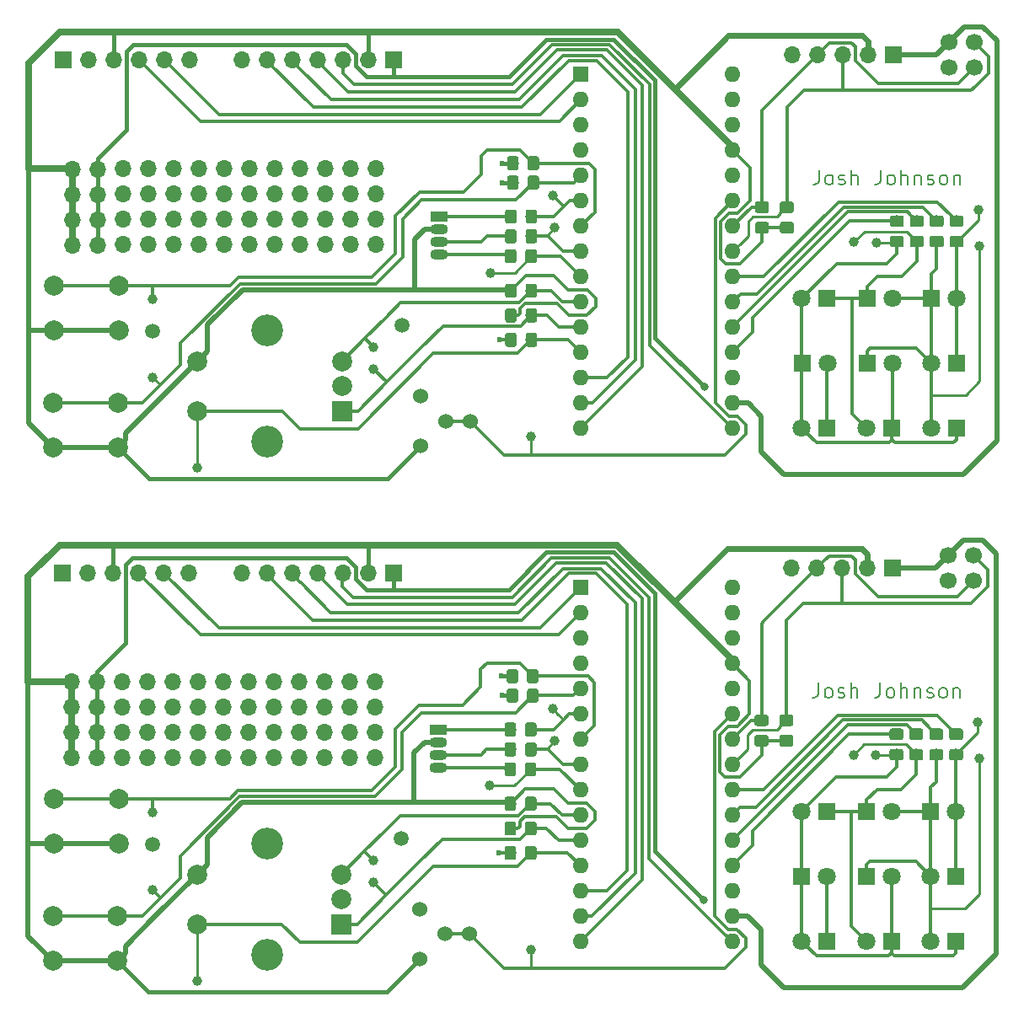
<source format=gtl>
G04 #@! TF.GenerationSoftware,KiCad,Pcbnew,(5.1.0)-1*
G04 #@! TF.CreationDate,2019-04-19T10:40:07+10:00*
G04 #@! TF.ProjectId,output.uc101panel,6f757470-7574-42e7-9563-31303170616e,rev?*
G04 #@! TF.SameCoordinates,Original*
G04 #@! TF.FileFunction,Copper,L1,Top*
G04 #@! TF.FilePolarity,Positive*
%FSLAX46Y46*%
G04 Gerber Fmt 4.6, Leading zero omitted, Abs format (unit mm)*
G04 Created by KiCad (PCBNEW (5.1.0)-1) date 2019-04-19 10:40:07*
%MOMM*%
%LPD*%
G04 APERTURE LIST*
%ADD10C,0.200000*%
%ADD11R,1.600000X1.600000*%
%ADD12O,1.600000X1.600000*%
%ADD13O,1.700000X1.700000*%
%ADD14R,1.700000X1.700000*%
%ADD15C,1.000000*%
%ADD16C,1.500000*%
%ADD17C,0.100000*%
%ADD18C,1.150000*%
%ADD19C,1.524000*%
%ADD20C,2.000000*%
%ADD21C,3.200000*%
%ADD22R,2.000000X2.000000*%
%ADD23C,1.700000*%
%ADD24O,1.800000X1.070000*%
%ADD25R,1.800000X1.070000*%
%ADD26R,1.800000X1.800000*%
%ADD27C,1.800000*%
%ADD28C,0.600000*%
%ADD29C,0.800000*%
%ADD30C,0.300000*%
%ADD31C,0.400000*%
%ADD32C,0.250000*%
%ADD33C,0.500000*%
%ADD34C,0.700000*%
%ADD35C,0.600000*%
G04 APERTURE END LIST*
D10*
X179507142Y-116928571D02*
X179507142Y-118000000D01*
X179435714Y-118214285D01*
X179292857Y-118357142D01*
X179078571Y-118428571D01*
X178935714Y-118428571D01*
X180435714Y-118428571D02*
X180292857Y-118357142D01*
X180221428Y-118285714D01*
X180150000Y-118142857D01*
X180150000Y-117714285D01*
X180221428Y-117571428D01*
X180292857Y-117500000D01*
X180435714Y-117428571D01*
X180650000Y-117428571D01*
X180792857Y-117500000D01*
X180864285Y-117571428D01*
X180935714Y-117714285D01*
X180935714Y-118142857D01*
X180864285Y-118285714D01*
X180792857Y-118357142D01*
X180650000Y-118428571D01*
X180435714Y-118428571D01*
X181507142Y-118357142D02*
X181650000Y-118428571D01*
X181935714Y-118428571D01*
X182078571Y-118357142D01*
X182150000Y-118214285D01*
X182150000Y-118142857D01*
X182078571Y-118000000D01*
X181935714Y-117928571D01*
X181721428Y-117928571D01*
X181578571Y-117857142D01*
X181507142Y-117714285D01*
X181507142Y-117642857D01*
X181578571Y-117500000D01*
X181721428Y-117428571D01*
X181935714Y-117428571D01*
X182078571Y-117500000D01*
X182792857Y-118428571D02*
X182792857Y-116928571D01*
X183435714Y-118428571D02*
X183435714Y-117642857D01*
X183364285Y-117500000D01*
X183221428Y-117428571D01*
X183007142Y-117428571D01*
X182864285Y-117500000D01*
X182792857Y-117571428D01*
X185721428Y-116928571D02*
X185721428Y-118000000D01*
X185650000Y-118214285D01*
X185507142Y-118357142D01*
X185292857Y-118428571D01*
X185150000Y-118428571D01*
X186650000Y-118428571D02*
X186507142Y-118357142D01*
X186435714Y-118285714D01*
X186364285Y-118142857D01*
X186364285Y-117714285D01*
X186435714Y-117571428D01*
X186507142Y-117500000D01*
X186650000Y-117428571D01*
X186864285Y-117428571D01*
X187007142Y-117500000D01*
X187078571Y-117571428D01*
X187150000Y-117714285D01*
X187150000Y-118142857D01*
X187078571Y-118285714D01*
X187007142Y-118357142D01*
X186864285Y-118428571D01*
X186650000Y-118428571D01*
X187792857Y-118428571D02*
X187792857Y-116928571D01*
X188435714Y-118428571D02*
X188435714Y-117642857D01*
X188364285Y-117500000D01*
X188221428Y-117428571D01*
X188007142Y-117428571D01*
X187864285Y-117500000D01*
X187792857Y-117571428D01*
X189150000Y-117428571D02*
X189150000Y-118428571D01*
X189150000Y-117571428D02*
X189221428Y-117500000D01*
X189364285Y-117428571D01*
X189578571Y-117428571D01*
X189721428Y-117500000D01*
X189792857Y-117642857D01*
X189792857Y-118428571D01*
X190435714Y-118357142D02*
X190578571Y-118428571D01*
X190864285Y-118428571D01*
X191007142Y-118357142D01*
X191078571Y-118214285D01*
X191078571Y-118142857D01*
X191007142Y-118000000D01*
X190864285Y-117928571D01*
X190650000Y-117928571D01*
X190507142Y-117857142D01*
X190435714Y-117714285D01*
X190435714Y-117642857D01*
X190507142Y-117500000D01*
X190650000Y-117428571D01*
X190864285Y-117428571D01*
X191007142Y-117500000D01*
X191935714Y-118428571D02*
X191792857Y-118357142D01*
X191721428Y-118285714D01*
X191650000Y-118142857D01*
X191650000Y-117714285D01*
X191721428Y-117571428D01*
X191792857Y-117500000D01*
X191935714Y-117428571D01*
X192150000Y-117428571D01*
X192292857Y-117500000D01*
X192364285Y-117571428D01*
X192435714Y-117714285D01*
X192435714Y-118142857D01*
X192364285Y-118285714D01*
X192292857Y-118357142D01*
X192150000Y-118428571D01*
X191935714Y-118428571D01*
X193078571Y-117428571D02*
X193078571Y-118428571D01*
X193078571Y-117571428D02*
X193150000Y-117500000D01*
X193292857Y-117428571D01*
X193507142Y-117428571D01*
X193650000Y-117500000D01*
X193721428Y-117642857D01*
X193721428Y-118428571D01*
X179557142Y-65378571D02*
X179557142Y-66450000D01*
X179485714Y-66664285D01*
X179342857Y-66807142D01*
X179128571Y-66878571D01*
X178985714Y-66878571D01*
X180485714Y-66878571D02*
X180342857Y-66807142D01*
X180271428Y-66735714D01*
X180200000Y-66592857D01*
X180200000Y-66164285D01*
X180271428Y-66021428D01*
X180342857Y-65950000D01*
X180485714Y-65878571D01*
X180700000Y-65878571D01*
X180842857Y-65950000D01*
X180914285Y-66021428D01*
X180985714Y-66164285D01*
X180985714Y-66592857D01*
X180914285Y-66735714D01*
X180842857Y-66807142D01*
X180700000Y-66878571D01*
X180485714Y-66878571D01*
X181557142Y-66807142D02*
X181700000Y-66878571D01*
X181985714Y-66878571D01*
X182128571Y-66807142D01*
X182200000Y-66664285D01*
X182200000Y-66592857D01*
X182128571Y-66450000D01*
X181985714Y-66378571D01*
X181771428Y-66378571D01*
X181628571Y-66307142D01*
X181557142Y-66164285D01*
X181557142Y-66092857D01*
X181628571Y-65950000D01*
X181771428Y-65878571D01*
X181985714Y-65878571D01*
X182128571Y-65950000D01*
X182842857Y-66878571D02*
X182842857Y-65378571D01*
X183485714Y-66878571D02*
X183485714Y-66092857D01*
X183414285Y-65950000D01*
X183271428Y-65878571D01*
X183057142Y-65878571D01*
X182914285Y-65950000D01*
X182842857Y-66021428D01*
X185771428Y-65378571D02*
X185771428Y-66450000D01*
X185700000Y-66664285D01*
X185557142Y-66807142D01*
X185342857Y-66878571D01*
X185200000Y-66878571D01*
X186700000Y-66878571D02*
X186557142Y-66807142D01*
X186485714Y-66735714D01*
X186414285Y-66592857D01*
X186414285Y-66164285D01*
X186485714Y-66021428D01*
X186557142Y-65950000D01*
X186700000Y-65878571D01*
X186914285Y-65878571D01*
X187057142Y-65950000D01*
X187128571Y-66021428D01*
X187200000Y-66164285D01*
X187200000Y-66592857D01*
X187128571Y-66735714D01*
X187057142Y-66807142D01*
X186914285Y-66878571D01*
X186700000Y-66878571D01*
X187842857Y-66878571D02*
X187842857Y-65378571D01*
X188485714Y-66878571D02*
X188485714Y-66092857D01*
X188414285Y-65950000D01*
X188271428Y-65878571D01*
X188057142Y-65878571D01*
X187914285Y-65950000D01*
X187842857Y-66021428D01*
X189200000Y-65878571D02*
X189200000Y-66878571D01*
X189200000Y-66021428D02*
X189271428Y-65950000D01*
X189414285Y-65878571D01*
X189628571Y-65878571D01*
X189771428Y-65950000D01*
X189842857Y-66092857D01*
X189842857Y-66878571D01*
X190485714Y-66807142D02*
X190628571Y-66878571D01*
X190914285Y-66878571D01*
X191057142Y-66807142D01*
X191128571Y-66664285D01*
X191128571Y-66592857D01*
X191057142Y-66450000D01*
X190914285Y-66378571D01*
X190700000Y-66378571D01*
X190557142Y-66307142D01*
X190485714Y-66164285D01*
X190485714Y-66092857D01*
X190557142Y-65950000D01*
X190700000Y-65878571D01*
X190914285Y-65878571D01*
X191057142Y-65950000D01*
X191985714Y-66878571D02*
X191842857Y-66807142D01*
X191771428Y-66735714D01*
X191700000Y-66592857D01*
X191700000Y-66164285D01*
X191771428Y-66021428D01*
X191842857Y-65950000D01*
X191985714Y-65878571D01*
X192200000Y-65878571D01*
X192342857Y-65950000D01*
X192414285Y-66021428D01*
X192485714Y-66164285D01*
X192485714Y-66592857D01*
X192414285Y-66735714D01*
X192342857Y-66807142D01*
X192200000Y-66878571D01*
X191985714Y-66878571D01*
X193128571Y-65878571D02*
X193128571Y-66878571D01*
X193128571Y-66021428D02*
X193200000Y-65950000D01*
X193342857Y-65878571D01*
X193557142Y-65878571D01*
X193700000Y-65950000D01*
X193771428Y-66092857D01*
X193771428Y-66878571D01*
D11*
X155600000Y-107350000D03*
D12*
X170840000Y-140370000D03*
X155600000Y-109890000D03*
X170840000Y-137830000D03*
X155600000Y-112430000D03*
X170840000Y-135290000D03*
X155600000Y-114970000D03*
X170840000Y-132750000D03*
X155600000Y-117510000D03*
X170840000Y-130210000D03*
X155600000Y-120050000D03*
X170840000Y-127670000D03*
X155600000Y-122590000D03*
X170840000Y-125130000D03*
X155600000Y-125130000D03*
X170840000Y-122590000D03*
X155600000Y-127670000D03*
X170840000Y-120050000D03*
X155600000Y-130210000D03*
X170840000Y-117510000D03*
X155600000Y-132750000D03*
X170840000Y-114970000D03*
X155600000Y-135290000D03*
X170840000Y-112430000D03*
X155600000Y-137830000D03*
X170840000Y-109890000D03*
X155600000Y-140370000D03*
X170840000Y-107350000D03*
X155600000Y-142910000D03*
X170840000Y-142910000D03*
D13*
X176840000Y-105350000D03*
X179380000Y-105350000D03*
X181920000Y-105350000D03*
X184460000Y-105350000D03*
D14*
X187000000Y-105350000D03*
D15*
X117100000Y-146850000D03*
D13*
X121560000Y-105850000D03*
X124100000Y-105850000D03*
X126640000Y-105850000D03*
X129180000Y-105850000D03*
X131720000Y-105850000D03*
X134260000Y-105850000D03*
D14*
X136800000Y-105850000D03*
D13*
X107050000Y-116835000D03*
X107050000Y-124455000D03*
X107050000Y-121915000D03*
X107050000Y-119375000D03*
X104510000Y-116835000D03*
X104510000Y-124455000D03*
X104510000Y-121915000D03*
X104510000Y-119375000D03*
X134990000Y-116800000D03*
X134990000Y-124420000D03*
X134990000Y-121880000D03*
X134990000Y-119340000D03*
X109590000Y-116800000D03*
X132450000Y-116800000D03*
X129910000Y-116800000D03*
X127370000Y-116800000D03*
X124830000Y-116800000D03*
X122290000Y-116800000D03*
X119750000Y-116800000D03*
X117210000Y-116800000D03*
X114670000Y-116800000D03*
X112130000Y-116800000D03*
X109590000Y-124420000D03*
X132450000Y-124420000D03*
X129910000Y-124420000D03*
X127370000Y-124420000D03*
X124830000Y-124420000D03*
X122290000Y-124420000D03*
X119750000Y-124420000D03*
X117210000Y-124420000D03*
X114670000Y-124420000D03*
X112130000Y-124420000D03*
X109590000Y-121880000D03*
X132450000Y-121880000D03*
X129910000Y-121880000D03*
X127370000Y-121880000D03*
X124830000Y-121880000D03*
X122290000Y-121880000D03*
X119750000Y-121880000D03*
X117210000Y-121880000D03*
X114670000Y-121880000D03*
X112130000Y-121880000D03*
X109590000Y-119340000D03*
X132450000Y-119340000D03*
X129910000Y-119340000D03*
X127370000Y-119340000D03*
X124830000Y-119340000D03*
X122290000Y-119340000D03*
X119750000Y-119340000D03*
X117210000Y-119340000D03*
X114670000Y-119340000D03*
X112130000Y-119340000D03*
D16*
X112600000Y-133150000D03*
X137600000Y-132550000D03*
D15*
X150600000Y-143700000D03*
X153000000Y-122750000D03*
X146500000Y-127250000D03*
X152800000Y-119500000D03*
X183050000Y-124150000D03*
X185300000Y-124200000D03*
X195650000Y-124550000D03*
X195550000Y-120900000D03*
X112600000Y-129950000D03*
X134800000Y-136950000D03*
X112600000Y-137750000D03*
X134800000Y-134750000D03*
D17*
G36*
X150974505Y-128351204D02*
G01*
X150998773Y-128354804D01*
X151022572Y-128360765D01*
X151045671Y-128369030D01*
X151067850Y-128379520D01*
X151088893Y-128392132D01*
X151108599Y-128406747D01*
X151126777Y-128423223D01*
X151143253Y-128441401D01*
X151157868Y-128461107D01*
X151170480Y-128482150D01*
X151180970Y-128504329D01*
X151189235Y-128527428D01*
X151195196Y-128551227D01*
X151198796Y-128575495D01*
X151200000Y-128599999D01*
X151200000Y-129500001D01*
X151198796Y-129524505D01*
X151195196Y-129548773D01*
X151189235Y-129572572D01*
X151180970Y-129595671D01*
X151170480Y-129617850D01*
X151157868Y-129638893D01*
X151143253Y-129658599D01*
X151126777Y-129676777D01*
X151108599Y-129693253D01*
X151088893Y-129707868D01*
X151067850Y-129720480D01*
X151045671Y-129730970D01*
X151022572Y-129739235D01*
X150998773Y-129745196D01*
X150974505Y-129748796D01*
X150950001Y-129750000D01*
X150299999Y-129750000D01*
X150275495Y-129748796D01*
X150251227Y-129745196D01*
X150227428Y-129739235D01*
X150204329Y-129730970D01*
X150182150Y-129720480D01*
X150161107Y-129707868D01*
X150141401Y-129693253D01*
X150123223Y-129676777D01*
X150106747Y-129658599D01*
X150092132Y-129638893D01*
X150079520Y-129617850D01*
X150069030Y-129595671D01*
X150060765Y-129572572D01*
X150054804Y-129548773D01*
X150051204Y-129524505D01*
X150050000Y-129500001D01*
X150050000Y-128599999D01*
X150051204Y-128575495D01*
X150054804Y-128551227D01*
X150060765Y-128527428D01*
X150069030Y-128504329D01*
X150079520Y-128482150D01*
X150092132Y-128461107D01*
X150106747Y-128441401D01*
X150123223Y-128423223D01*
X150141401Y-128406747D01*
X150161107Y-128392132D01*
X150182150Y-128379520D01*
X150204329Y-128369030D01*
X150227428Y-128360765D01*
X150251227Y-128354804D01*
X150275495Y-128351204D01*
X150299999Y-128350000D01*
X150950001Y-128350000D01*
X150974505Y-128351204D01*
X150974505Y-128351204D01*
G37*
D18*
X150625000Y-129050000D03*
D17*
G36*
X148924505Y-128351204D02*
G01*
X148948773Y-128354804D01*
X148972572Y-128360765D01*
X148995671Y-128369030D01*
X149017850Y-128379520D01*
X149038893Y-128392132D01*
X149058599Y-128406747D01*
X149076777Y-128423223D01*
X149093253Y-128441401D01*
X149107868Y-128461107D01*
X149120480Y-128482150D01*
X149130970Y-128504329D01*
X149139235Y-128527428D01*
X149145196Y-128551227D01*
X149148796Y-128575495D01*
X149150000Y-128599999D01*
X149150000Y-129500001D01*
X149148796Y-129524505D01*
X149145196Y-129548773D01*
X149139235Y-129572572D01*
X149130970Y-129595671D01*
X149120480Y-129617850D01*
X149107868Y-129638893D01*
X149093253Y-129658599D01*
X149076777Y-129676777D01*
X149058599Y-129693253D01*
X149038893Y-129707868D01*
X149017850Y-129720480D01*
X148995671Y-129730970D01*
X148972572Y-129739235D01*
X148948773Y-129745196D01*
X148924505Y-129748796D01*
X148900001Y-129750000D01*
X148249999Y-129750000D01*
X148225495Y-129748796D01*
X148201227Y-129745196D01*
X148177428Y-129739235D01*
X148154329Y-129730970D01*
X148132150Y-129720480D01*
X148111107Y-129707868D01*
X148091401Y-129693253D01*
X148073223Y-129676777D01*
X148056747Y-129658599D01*
X148042132Y-129638893D01*
X148029520Y-129617850D01*
X148019030Y-129595671D01*
X148010765Y-129572572D01*
X148004804Y-129548773D01*
X148001204Y-129524505D01*
X148000000Y-129500001D01*
X148000000Y-128599999D01*
X148001204Y-128575495D01*
X148004804Y-128551227D01*
X148010765Y-128527428D01*
X148019030Y-128504329D01*
X148029520Y-128482150D01*
X148042132Y-128461107D01*
X148056747Y-128441401D01*
X148073223Y-128423223D01*
X148091401Y-128406747D01*
X148111107Y-128392132D01*
X148132150Y-128379520D01*
X148154329Y-128369030D01*
X148177428Y-128360765D01*
X148201227Y-128354804D01*
X148225495Y-128351204D01*
X148249999Y-128350000D01*
X148900001Y-128350000D01*
X148924505Y-128351204D01*
X148924505Y-128351204D01*
G37*
D18*
X148575000Y-129050000D03*
D17*
G36*
X150974505Y-130851204D02*
G01*
X150998773Y-130854804D01*
X151022572Y-130860765D01*
X151045671Y-130869030D01*
X151067850Y-130879520D01*
X151088893Y-130892132D01*
X151108599Y-130906747D01*
X151126777Y-130923223D01*
X151143253Y-130941401D01*
X151157868Y-130961107D01*
X151170480Y-130982150D01*
X151180970Y-131004329D01*
X151189235Y-131027428D01*
X151195196Y-131051227D01*
X151198796Y-131075495D01*
X151200000Y-131099999D01*
X151200000Y-132000001D01*
X151198796Y-132024505D01*
X151195196Y-132048773D01*
X151189235Y-132072572D01*
X151180970Y-132095671D01*
X151170480Y-132117850D01*
X151157868Y-132138893D01*
X151143253Y-132158599D01*
X151126777Y-132176777D01*
X151108599Y-132193253D01*
X151088893Y-132207868D01*
X151067850Y-132220480D01*
X151045671Y-132230970D01*
X151022572Y-132239235D01*
X150998773Y-132245196D01*
X150974505Y-132248796D01*
X150950001Y-132250000D01*
X150299999Y-132250000D01*
X150275495Y-132248796D01*
X150251227Y-132245196D01*
X150227428Y-132239235D01*
X150204329Y-132230970D01*
X150182150Y-132220480D01*
X150161107Y-132207868D01*
X150141401Y-132193253D01*
X150123223Y-132176777D01*
X150106747Y-132158599D01*
X150092132Y-132138893D01*
X150079520Y-132117850D01*
X150069030Y-132095671D01*
X150060765Y-132072572D01*
X150054804Y-132048773D01*
X150051204Y-132024505D01*
X150050000Y-132000001D01*
X150050000Y-131099999D01*
X150051204Y-131075495D01*
X150054804Y-131051227D01*
X150060765Y-131027428D01*
X150069030Y-131004329D01*
X150079520Y-130982150D01*
X150092132Y-130961107D01*
X150106747Y-130941401D01*
X150123223Y-130923223D01*
X150141401Y-130906747D01*
X150161107Y-130892132D01*
X150182150Y-130879520D01*
X150204329Y-130869030D01*
X150227428Y-130860765D01*
X150251227Y-130854804D01*
X150275495Y-130851204D01*
X150299999Y-130850000D01*
X150950001Y-130850000D01*
X150974505Y-130851204D01*
X150974505Y-130851204D01*
G37*
D18*
X150625000Y-131550000D03*
D17*
G36*
X148924505Y-130851204D02*
G01*
X148948773Y-130854804D01*
X148972572Y-130860765D01*
X148995671Y-130869030D01*
X149017850Y-130879520D01*
X149038893Y-130892132D01*
X149058599Y-130906747D01*
X149076777Y-130923223D01*
X149093253Y-130941401D01*
X149107868Y-130961107D01*
X149120480Y-130982150D01*
X149130970Y-131004329D01*
X149139235Y-131027428D01*
X149145196Y-131051227D01*
X149148796Y-131075495D01*
X149150000Y-131099999D01*
X149150000Y-132000001D01*
X149148796Y-132024505D01*
X149145196Y-132048773D01*
X149139235Y-132072572D01*
X149130970Y-132095671D01*
X149120480Y-132117850D01*
X149107868Y-132138893D01*
X149093253Y-132158599D01*
X149076777Y-132176777D01*
X149058599Y-132193253D01*
X149038893Y-132207868D01*
X149017850Y-132220480D01*
X148995671Y-132230970D01*
X148972572Y-132239235D01*
X148948773Y-132245196D01*
X148924505Y-132248796D01*
X148900001Y-132250000D01*
X148249999Y-132250000D01*
X148225495Y-132248796D01*
X148201227Y-132245196D01*
X148177428Y-132239235D01*
X148154329Y-132230970D01*
X148132150Y-132220480D01*
X148111107Y-132207868D01*
X148091401Y-132193253D01*
X148073223Y-132176777D01*
X148056747Y-132158599D01*
X148042132Y-132138893D01*
X148029520Y-132117850D01*
X148019030Y-132095671D01*
X148010765Y-132072572D01*
X148004804Y-132048773D01*
X148001204Y-132024505D01*
X148000000Y-132000001D01*
X148000000Y-131099999D01*
X148001204Y-131075495D01*
X148004804Y-131051227D01*
X148010765Y-131027428D01*
X148019030Y-131004329D01*
X148029520Y-130982150D01*
X148042132Y-130961107D01*
X148056747Y-130941401D01*
X148073223Y-130923223D01*
X148091401Y-130906747D01*
X148111107Y-130892132D01*
X148132150Y-130879520D01*
X148154329Y-130869030D01*
X148177428Y-130860765D01*
X148201227Y-130854804D01*
X148225495Y-130851204D01*
X148249999Y-130850000D01*
X148900001Y-130850000D01*
X148924505Y-130851204D01*
X148924505Y-130851204D01*
G37*
D18*
X148575000Y-131550000D03*
D17*
G36*
X174274505Y-120101204D02*
G01*
X174298773Y-120104804D01*
X174322572Y-120110765D01*
X174345671Y-120119030D01*
X174367850Y-120129520D01*
X174388893Y-120142132D01*
X174408599Y-120156747D01*
X174426777Y-120173223D01*
X174443253Y-120191401D01*
X174457868Y-120211107D01*
X174470480Y-120232150D01*
X174480970Y-120254329D01*
X174489235Y-120277428D01*
X174495196Y-120301227D01*
X174498796Y-120325495D01*
X174500000Y-120349999D01*
X174500000Y-121000001D01*
X174498796Y-121024505D01*
X174495196Y-121048773D01*
X174489235Y-121072572D01*
X174480970Y-121095671D01*
X174470480Y-121117850D01*
X174457868Y-121138893D01*
X174443253Y-121158599D01*
X174426777Y-121176777D01*
X174408599Y-121193253D01*
X174388893Y-121207868D01*
X174367850Y-121220480D01*
X174345671Y-121230970D01*
X174322572Y-121239235D01*
X174298773Y-121245196D01*
X174274505Y-121248796D01*
X174250001Y-121250000D01*
X173349999Y-121250000D01*
X173325495Y-121248796D01*
X173301227Y-121245196D01*
X173277428Y-121239235D01*
X173254329Y-121230970D01*
X173232150Y-121220480D01*
X173211107Y-121207868D01*
X173191401Y-121193253D01*
X173173223Y-121176777D01*
X173156747Y-121158599D01*
X173142132Y-121138893D01*
X173129520Y-121117850D01*
X173119030Y-121095671D01*
X173110765Y-121072572D01*
X173104804Y-121048773D01*
X173101204Y-121024505D01*
X173100000Y-121000001D01*
X173100000Y-120349999D01*
X173101204Y-120325495D01*
X173104804Y-120301227D01*
X173110765Y-120277428D01*
X173119030Y-120254329D01*
X173129520Y-120232150D01*
X173142132Y-120211107D01*
X173156747Y-120191401D01*
X173173223Y-120173223D01*
X173191401Y-120156747D01*
X173211107Y-120142132D01*
X173232150Y-120129520D01*
X173254329Y-120119030D01*
X173277428Y-120110765D01*
X173301227Y-120104804D01*
X173325495Y-120101204D01*
X173349999Y-120100000D01*
X174250001Y-120100000D01*
X174274505Y-120101204D01*
X174274505Y-120101204D01*
G37*
D18*
X173800000Y-120675000D03*
D17*
G36*
X174274505Y-122151204D02*
G01*
X174298773Y-122154804D01*
X174322572Y-122160765D01*
X174345671Y-122169030D01*
X174367850Y-122179520D01*
X174388893Y-122192132D01*
X174408599Y-122206747D01*
X174426777Y-122223223D01*
X174443253Y-122241401D01*
X174457868Y-122261107D01*
X174470480Y-122282150D01*
X174480970Y-122304329D01*
X174489235Y-122327428D01*
X174495196Y-122351227D01*
X174498796Y-122375495D01*
X174500000Y-122399999D01*
X174500000Y-123050001D01*
X174498796Y-123074505D01*
X174495196Y-123098773D01*
X174489235Y-123122572D01*
X174480970Y-123145671D01*
X174470480Y-123167850D01*
X174457868Y-123188893D01*
X174443253Y-123208599D01*
X174426777Y-123226777D01*
X174408599Y-123243253D01*
X174388893Y-123257868D01*
X174367850Y-123270480D01*
X174345671Y-123280970D01*
X174322572Y-123289235D01*
X174298773Y-123295196D01*
X174274505Y-123298796D01*
X174250001Y-123300000D01*
X173349999Y-123300000D01*
X173325495Y-123298796D01*
X173301227Y-123295196D01*
X173277428Y-123289235D01*
X173254329Y-123280970D01*
X173232150Y-123270480D01*
X173211107Y-123257868D01*
X173191401Y-123243253D01*
X173173223Y-123226777D01*
X173156747Y-123208599D01*
X173142132Y-123188893D01*
X173129520Y-123167850D01*
X173119030Y-123145671D01*
X173110765Y-123122572D01*
X173104804Y-123098773D01*
X173101204Y-123074505D01*
X173100000Y-123050001D01*
X173100000Y-122399999D01*
X173101204Y-122375495D01*
X173104804Y-122351227D01*
X173110765Y-122327428D01*
X173119030Y-122304329D01*
X173129520Y-122282150D01*
X173142132Y-122261107D01*
X173156747Y-122241401D01*
X173173223Y-122223223D01*
X173191401Y-122206747D01*
X173211107Y-122192132D01*
X173232150Y-122179520D01*
X173254329Y-122169030D01*
X173277428Y-122160765D01*
X173301227Y-122154804D01*
X173325495Y-122151204D01*
X173349999Y-122150000D01*
X174250001Y-122150000D01*
X174274505Y-122151204D01*
X174274505Y-122151204D01*
G37*
D18*
X173800000Y-122725000D03*
D17*
G36*
X176774505Y-120101204D02*
G01*
X176798773Y-120104804D01*
X176822572Y-120110765D01*
X176845671Y-120119030D01*
X176867850Y-120129520D01*
X176888893Y-120142132D01*
X176908599Y-120156747D01*
X176926777Y-120173223D01*
X176943253Y-120191401D01*
X176957868Y-120211107D01*
X176970480Y-120232150D01*
X176980970Y-120254329D01*
X176989235Y-120277428D01*
X176995196Y-120301227D01*
X176998796Y-120325495D01*
X177000000Y-120349999D01*
X177000000Y-121000001D01*
X176998796Y-121024505D01*
X176995196Y-121048773D01*
X176989235Y-121072572D01*
X176980970Y-121095671D01*
X176970480Y-121117850D01*
X176957868Y-121138893D01*
X176943253Y-121158599D01*
X176926777Y-121176777D01*
X176908599Y-121193253D01*
X176888893Y-121207868D01*
X176867850Y-121220480D01*
X176845671Y-121230970D01*
X176822572Y-121239235D01*
X176798773Y-121245196D01*
X176774505Y-121248796D01*
X176750001Y-121250000D01*
X175849999Y-121250000D01*
X175825495Y-121248796D01*
X175801227Y-121245196D01*
X175777428Y-121239235D01*
X175754329Y-121230970D01*
X175732150Y-121220480D01*
X175711107Y-121207868D01*
X175691401Y-121193253D01*
X175673223Y-121176777D01*
X175656747Y-121158599D01*
X175642132Y-121138893D01*
X175629520Y-121117850D01*
X175619030Y-121095671D01*
X175610765Y-121072572D01*
X175604804Y-121048773D01*
X175601204Y-121024505D01*
X175600000Y-121000001D01*
X175600000Y-120349999D01*
X175601204Y-120325495D01*
X175604804Y-120301227D01*
X175610765Y-120277428D01*
X175619030Y-120254329D01*
X175629520Y-120232150D01*
X175642132Y-120211107D01*
X175656747Y-120191401D01*
X175673223Y-120173223D01*
X175691401Y-120156747D01*
X175711107Y-120142132D01*
X175732150Y-120129520D01*
X175754329Y-120119030D01*
X175777428Y-120110765D01*
X175801227Y-120104804D01*
X175825495Y-120101204D01*
X175849999Y-120100000D01*
X176750001Y-120100000D01*
X176774505Y-120101204D01*
X176774505Y-120101204D01*
G37*
D18*
X176300000Y-120675000D03*
D17*
G36*
X176774505Y-122151204D02*
G01*
X176798773Y-122154804D01*
X176822572Y-122160765D01*
X176845671Y-122169030D01*
X176867850Y-122179520D01*
X176888893Y-122192132D01*
X176908599Y-122206747D01*
X176926777Y-122223223D01*
X176943253Y-122241401D01*
X176957868Y-122261107D01*
X176970480Y-122282150D01*
X176980970Y-122304329D01*
X176989235Y-122327428D01*
X176995196Y-122351227D01*
X176998796Y-122375495D01*
X177000000Y-122399999D01*
X177000000Y-123050001D01*
X176998796Y-123074505D01*
X176995196Y-123098773D01*
X176989235Y-123122572D01*
X176980970Y-123145671D01*
X176970480Y-123167850D01*
X176957868Y-123188893D01*
X176943253Y-123208599D01*
X176926777Y-123226777D01*
X176908599Y-123243253D01*
X176888893Y-123257868D01*
X176867850Y-123270480D01*
X176845671Y-123280970D01*
X176822572Y-123289235D01*
X176798773Y-123295196D01*
X176774505Y-123298796D01*
X176750001Y-123300000D01*
X175849999Y-123300000D01*
X175825495Y-123298796D01*
X175801227Y-123295196D01*
X175777428Y-123289235D01*
X175754329Y-123280970D01*
X175732150Y-123270480D01*
X175711107Y-123257868D01*
X175691401Y-123243253D01*
X175673223Y-123226777D01*
X175656747Y-123208599D01*
X175642132Y-123188893D01*
X175629520Y-123167850D01*
X175619030Y-123145671D01*
X175610765Y-123122572D01*
X175604804Y-123098773D01*
X175601204Y-123074505D01*
X175600000Y-123050001D01*
X175600000Y-122399999D01*
X175601204Y-122375495D01*
X175604804Y-122351227D01*
X175610765Y-122327428D01*
X175619030Y-122304329D01*
X175629520Y-122282150D01*
X175642132Y-122261107D01*
X175656747Y-122241401D01*
X175673223Y-122223223D01*
X175691401Y-122206747D01*
X175711107Y-122192132D01*
X175732150Y-122179520D01*
X175754329Y-122169030D01*
X175777428Y-122160765D01*
X175801227Y-122154804D01*
X175825495Y-122151204D01*
X175849999Y-122150000D01*
X176750001Y-122150000D01*
X176774505Y-122151204D01*
X176774505Y-122151204D01*
G37*
D18*
X176300000Y-122725000D03*
D19*
X139500000Y-139650000D03*
X139500000Y-144650000D03*
X142000000Y-142150000D03*
X144500000Y-142150000D03*
D20*
X117100000Y-136150000D03*
X117100000Y-141150000D03*
D21*
X124100000Y-133050000D03*
X124100000Y-144250000D03*
D20*
X131600000Y-136150000D03*
X131600000Y-138650000D03*
D22*
X131600000Y-141150000D03*
D23*
X195120000Y-104080000D03*
X192580000Y-104080000D03*
X195120000Y-106620000D03*
X192580000Y-106620000D03*
D24*
X141350000Y-125410000D03*
X141350000Y-124140000D03*
X141350000Y-122870000D03*
D25*
X141350000Y-121600000D03*
D26*
X190810000Y-129850000D03*
D27*
X193350000Y-129850000D03*
D26*
X180350000Y-129850000D03*
D27*
X177810000Y-129850000D03*
X190810000Y-136350000D03*
D26*
X193350000Y-136350000D03*
D27*
X184310000Y-142850000D03*
D26*
X186850000Y-142850000D03*
X193350000Y-142850000D03*
D27*
X190810000Y-142850000D03*
X186890000Y-136350000D03*
D26*
X184350000Y-136350000D03*
X177850000Y-136350000D03*
D27*
X180390000Y-136350000D03*
D26*
X180350000Y-142850000D03*
D27*
X177810000Y-142850000D03*
X186890000Y-129850000D03*
D26*
X184350000Y-129850000D03*
D13*
X116300000Y-105850000D03*
X113760000Y-105850000D03*
X111220000Y-105850000D03*
X108680000Y-105850000D03*
X106140000Y-105850000D03*
D14*
X103600000Y-105850000D03*
D17*
G36*
X149124505Y-117501204D02*
G01*
X149148773Y-117504804D01*
X149172572Y-117510765D01*
X149195671Y-117519030D01*
X149217850Y-117529520D01*
X149238893Y-117542132D01*
X149258599Y-117556747D01*
X149276777Y-117573223D01*
X149293253Y-117591401D01*
X149307868Y-117611107D01*
X149320480Y-117632150D01*
X149330970Y-117654329D01*
X149339235Y-117677428D01*
X149345196Y-117701227D01*
X149348796Y-117725495D01*
X149350000Y-117749999D01*
X149350000Y-118650001D01*
X149348796Y-118674505D01*
X149345196Y-118698773D01*
X149339235Y-118722572D01*
X149330970Y-118745671D01*
X149320480Y-118767850D01*
X149307868Y-118788893D01*
X149293253Y-118808599D01*
X149276777Y-118826777D01*
X149258599Y-118843253D01*
X149238893Y-118857868D01*
X149217850Y-118870480D01*
X149195671Y-118880970D01*
X149172572Y-118889235D01*
X149148773Y-118895196D01*
X149124505Y-118898796D01*
X149100001Y-118900000D01*
X148449999Y-118900000D01*
X148425495Y-118898796D01*
X148401227Y-118895196D01*
X148377428Y-118889235D01*
X148354329Y-118880970D01*
X148332150Y-118870480D01*
X148311107Y-118857868D01*
X148291401Y-118843253D01*
X148273223Y-118826777D01*
X148256747Y-118808599D01*
X148242132Y-118788893D01*
X148229520Y-118767850D01*
X148219030Y-118745671D01*
X148210765Y-118722572D01*
X148204804Y-118698773D01*
X148201204Y-118674505D01*
X148200000Y-118650001D01*
X148200000Y-117749999D01*
X148201204Y-117725495D01*
X148204804Y-117701227D01*
X148210765Y-117677428D01*
X148219030Y-117654329D01*
X148229520Y-117632150D01*
X148242132Y-117611107D01*
X148256747Y-117591401D01*
X148273223Y-117573223D01*
X148291401Y-117556747D01*
X148311107Y-117542132D01*
X148332150Y-117529520D01*
X148354329Y-117519030D01*
X148377428Y-117510765D01*
X148401227Y-117504804D01*
X148425495Y-117501204D01*
X148449999Y-117500000D01*
X149100001Y-117500000D01*
X149124505Y-117501204D01*
X149124505Y-117501204D01*
G37*
D18*
X148775000Y-118200000D03*
D17*
G36*
X151174505Y-117501204D02*
G01*
X151198773Y-117504804D01*
X151222572Y-117510765D01*
X151245671Y-117519030D01*
X151267850Y-117529520D01*
X151288893Y-117542132D01*
X151308599Y-117556747D01*
X151326777Y-117573223D01*
X151343253Y-117591401D01*
X151357868Y-117611107D01*
X151370480Y-117632150D01*
X151380970Y-117654329D01*
X151389235Y-117677428D01*
X151395196Y-117701227D01*
X151398796Y-117725495D01*
X151400000Y-117749999D01*
X151400000Y-118650001D01*
X151398796Y-118674505D01*
X151395196Y-118698773D01*
X151389235Y-118722572D01*
X151380970Y-118745671D01*
X151370480Y-118767850D01*
X151357868Y-118788893D01*
X151343253Y-118808599D01*
X151326777Y-118826777D01*
X151308599Y-118843253D01*
X151288893Y-118857868D01*
X151267850Y-118870480D01*
X151245671Y-118880970D01*
X151222572Y-118889235D01*
X151198773Y-118895196D01*
X151174505Y-118898796D01*
X151150001Y-118900000D01*
X150499999Y-118900000D01*
X150475495Y-118898796D01*
X150451227Y-118895196D01*
X150427428Y-118889235D01*
X150404329Y-118880970D01*
X150382150Y-118870480D01*
X150361107Y-118857868D01*
X150341401Y-118843253D01*
X150323223Y-118826777D01*
X150306747Y-118808599D01*
X150292132Y-118788893D01*
X150279520Y-118767850D01*
X150269030Y-118745671D01*
X150260765Y-118722572D01*
X150254804Y-118698773D01*
X150251204Y-118674505D01*
X150250000Y-118650001D01*
X150250000Y-117749999D01*
X150251204Y-117725495D01*
X150254804Y-117701227D01*
X150260765Y-117677428D01*
X150269030Y-117654329D01*
X150279520Y-117632150D01*
X150292132Y-117611107D01*
X150306747Y-117591401D01*
X150323223Y-117573223D01*
X150341401Y-117556747D01*
X150361107Y-117542132D01*
X150382150Y-117529520D01*
X150404329Y-117519030D01*
X150427428Y-117510765D01*
X150451227Y-117504804D01*
X150475495Y-117501204D01*
X150499999Y-117500000D01*
X151150001Y-117500000D01*
X151174505Y-117501204D01*
X151174505Y-117501204D01*
G37*
D18*
X150825000Y-118200000D03*
D17*
G36*
X150974505Y-133301204D02*
G01*
X150998773Y-133304804D01*
X151022572Y-133310765D01*
X151045671Y-133319030D01*
X151067850Y-133329520D01*
X151088893Y-133342132D01*
X151108599Y-133356747D01*
X151126777Y-133373223D01*
X151143253Y-133391401D01*
X151157868Y-133411107D01*
X151170480Y-133432150D01*
X151180970Y-133454329D01*
X151189235Y-133477428D01*
X151195196Y-133501227D01*
X151198796Y-133525495D01*
X151200000Y-133549999D01*
X151200000Y-134450001D01*
X151198796Y-134474505D01*
X151195196Y-134498773D01*
X151189235Y-134522572D01*
X151180970Y-134545671D01*
X151170480Y-134567850D01*
X151157868Y-134588893D01*
X151143253Y-134608599D01*
X151126777Y-134626777D01*
X151108599Y-134643253D01*
X151088893Y-134657868D01*
X151067850Y-134670480D01*
X151045671Y-134680970D01*
X151022572Y-134689235D01*
X150998773Y-134695196D01*
X150974505Y-134698796D01*
X150950001Y-134700000D01*
X150299999Y-134700000D01*
X150275495Y-134698796D01*
X150251227Y-134695196D01*
X150227428Y-134689235D01*
X150204329Y-134680970D01*
X150182150Y-134670480D01*
X150161107Y-134657868D01*
X150141401Y-134643253D01*
X150123223Y-134626777D01*
X150106747Y-134608599D01*
X150092132Y-134588893D01*
X150079520Y-134567850D01*
X150069030Y-134545671D01*
X150060765Y-134522572D01*
X150054804Y-134498773D01*
X150051204Y-134474505D01*
X150050000Y-134450001D01*
X150050000Y-133549999D01*
X150051204Y-133525495D01*
X150054804Y-133501227D01*
X150060765Y-133477428D01*
X150069030Y-133454329D01*
X150079520Y-133432150D01*
X150092132Y-133411107D01*
X150106747Y-133391401D01*
X150123223Y-133373223D01*
X150141401Y-133356747D01*
X150161107Y-133342132D01*
X150182150Y-133329520D01*
X150204329Y-133319030D01*
X150227428Y-133310765D01*
X150251227Y-133304804D01*
X150275495Y-133301204D01*
X150299999Y-133300000D01*
X150950001Y-133300000D01*
X150974505Y-133301204D01*
X150974505Y-133301204D01*
G37*
D18*
X150625000Y-134000000D03*
D17*
G36*
X148924505Y-133301204D02*
G01*
X148948773Y-133304804D01*
X148972572Y-133310765D01*
X148995671Y-133319030D01*
X149017850Y-133329520D01*
X149038893Y-133342132D01*
X149058599Y-133356747D01*
X149076777Y-133373223D01*
X149093253Y-133391401D01*
X149107868Y-133411107D01*
X149120480Y-133432150D01*
X149130970Y-133454329D01*
X149139235Y-133477428D01*
X149145196Y-133501227D01*
X149148796Y-133525495D01*
X149150000Y-133549999D01*
X149150000Y-134450001D01*
X149148796Y-134474505D01*
X149145196Y-134498773D01*
X149139235Y-134522572D01*
X149130970Y-134545671D01*
X149120480Y-134567850D01*
X149107868Y-134588893D01*
X149093253Y-134608599D01*
X149076777Y-134626777D01*
X149058599Y-134643253D01*
X149038893Y-134657868D01*
X149017850Y-134670480D01*
X148995671Y-134680970D01*
X148972572Y-134689235D01*
X148948773Y-134695196D01*
X148924505Y-134698796D01*
X148900001Y-134700000D01*
X148249999Y-134700000D01*
X148225495Y-134698796D01*
X148201227Y-134695196D01*
X148177428Y-134689235D01*
X148154329Y-134680970D01*
X148132150Y-134670480D01*
X148111107Y-134657868D01*
X148091401Y-134643253D01*
X148073223Y-134626777D01*
X148056747Y-134608599D01*
X148042132Y-134588893D01*
X148029520Y-134567850D01*
X148019030Y-134545671D01*
X148010765Y-134522572D01*
X148004804Y-134498773D01*
X148001204Y-134474505D01*
X148000000Y-134450001D01*
X148000000Y-133549999D01*
X148001204Y-133525495D01*
X148004804Y-133501227D01*
X148010765Y-133477428D01*
X148019030Y-133454329D01*
X148029520Y-133432150D01*
X148042132Y-133411107D01*
X148056747Y-133391401D01*
X148073223Y-133373223D01*
X148091401Y-133356747D01*
X148111107Y-133342132D01*
X148132150Y-133329520D01*
X148154329Y-133319030D01*
X148177428Y-133310765D01*
X148201227Y-133304804D01*
X148225495Y-133301204D01*
X148249999Y-133300000D01*
X148900001Y-133300000D01*
X148924505Y-133301204D01*
X148924505Y-133301204D01*
G37*
D18*
X148575000Y-134000000D03*
D17*
G36*
X149124505Y-115551204D02*
G01*
X149148773Y-115554804D01*
X149172572Y-115560765D01*
X149195671Y-115569030D01*
X149217850Y-115579520D01*
X149238893Y-115592132D01*
X149258599Y-115606747D01*
X149276777Y-115623223D01*
X149293253Y-115641401D01*
X149307868Y-115661107D01*
X149320480Y-115682150D01*
X149330970Y-115704329D01*
X149339235Y-115727428D01*
X149345196Y-115751227D01*
X149348796Y-115775495D01*
X149350000Y-115799999D01*
X149350000Y-116700001D01*
X149348796Y-116724505D01*
X149345196Y-116748773D01*
X149339235Y-116772572D01*
X149330970Y-116795671D01*
X149320480Y-116817850D01*
X149307868Y-116838893D01*
X149293253Y-116858599D01*
X149276777Y-116876777D01*
X149258599Y-116893253D01*
X149238893Y-116907868D01*
X149217850Y-116920480D01*
X149195671Y-116930970D01*
X149172572Y-116939235D01*
X149148773Y-116945196D01*
X149124505Y-116948796D01*
X149100001Y-116950000D01*
X148449999Y-116950000D01*
X148425495Y-116948796D01*
X148401227Y-116945196D01*
X148377428Y-116939235D01*
X148354329Y-116930970D01*
X148332150Y-116920480D01*
X148311107Y-116907868D01*
X148291401Y-116893253D01*
X148273223Y-116876777D01*
X148256747Y-116858599D01*
X148242132Y-116838893D01*
X148229520Y-116817850D01*
X148219030Y-116795671D01*
X148210765Y-116772572D01*
X148204804Y-116748773D01*
X148201204Y-116724505D01*
X148200000Y-116700001D01*
X148200000Y-115799999D01*
X148201204Y-115775495D01*
X148204804Y-115751227D01*
X148210765Y-115727428D01*
X148219030Y-115704329D01*
X148229520Y-115682150D01*
X148242132Y-115661107D01*
X148256747Y-115641401D01*
X148273223Y-115623223D01*
X148291401Y-115606747D01*
X148311107Y-115592132D01*
X148332150Y-115579520D01*
X148354329Y-115569030D01*
X148377428Y-115560765D01*
X148401227Y-115554804D01*
X148425495Y-115551204D01*
X148449999Y-115550000D01*
X149100001Y-115550000D01*
X149124505Y-115551204D01*
X149124505Y-115551204D01*
G37*
D18*
X148775000Y-116250000D03*
D17*
G36*
X151174505Y-115551204D02*
G01*
X151198773Y-115554804D01*
X151222572Y-115560765D01*
X151245671Y-115569030D01*
X151267850Y-115579520D01*
X151288893Y-115592132D01*
X151308599Y-115606747D01*
X151326777Y-115623223D01*
X151343253Y-115641401D01*
X151357868Y-115661107D01*
X151370480Y-115682150D01*
X151380970Y-115704329D01*
X151389235Y-115727428D01*
X151395196Y-115751227D01*
X151398796Y-115775495D01*
X151400000Y-115799999D01*
X151400000Y-116700001D01*
X151398796Y-116724505D01*
X151395196Y-116748773D01*
X151389235Y-116772572D01*
X151380970Y-116795671D01*
X151370480Y-116817850D01*
X151357868Y-116838893D01*
X151343253Y-116858599D01*
X151326777Y-116876777D01*
X151308599Y-116893253D01*
X151288893Y-116907868D01*
X151267850Y-116920480D01*
X151245671Y-116930970D01*
X151222572Y-116939235D01*
X151198773Y-116945196D01*
X151174505Y-116948796D01*
X151150001Y-116950000D01*
X150499999Y-116950000D01*
X150475495Y-116948796D01*
X150451227Y-116945196D01*
X150427428Y-116939235D01*
X150404329Y-116930970D01*
X150382150Y-116920480D01*
X150361107Y-116907868D01*
X150341401Y-116893253D01*
X150323223Y-116876777D01*
X150306747Y-116858599D01*
X150292132Y-116838893D01*
X150279520Y-116817850D01*
X150269030Y-116795671D01*
X150260765Y-116772572D01*
X150254804Y-116748773D01*
X150251204Y-116724505D01*
X150250000Y-116700001D01*
X150250000Y-115799999D01*
X150251204Y-115775495D01*
X150254804Y-115751227D01*
X150260765Y-115727428D01*
X150269030Y-115704329D01*
X150279520Y-115682150D01*
X150292132Y-115661107D01*
X150306747Y-115641401D01*
X150323223Y-115623223D01*
X150341401Y-115606747D01*
X150361107Y-115592132D01*
X150382150Y-115579520D01*
X150404329Y-115569030D01*
X150427428Y-115560765D01*
X150451227Y-115554804D01*
X150475495Y-115551204D01*
X150499999Y-115550000D01*
X151150001Y-115550000D01*
X151174505Y-115551204D01*
X151174505Y-115551204D01*
G37*
D18*
X150825000Y-116250000D03*
D17*
G36*
X193824505Y-121501204D02*
G01*
X193848773Y-121504804D01*
X193872572Y-121510765D01*
X193895671Y-121519030D01*
X193917850Y-121529520D01*
X193938893Y-121542132D01*
X193958599Y-121556747D01*
X193976777Y-121573223D01*
X193993253Y-121591401D01*
X194007868Y-121611107D01*
X194020480Y-121632150D01*
X194030970Y-121654329D01*
X194039235Y-121677428D01*
X194045196Y-121701227D01*
X194048796Y-121725495D01*
X194050000Y-121749999D01*
X194050000Y-122400001D01*
X194048796Y-122424505D01*
X194045196Y-122448773D01*
X194039235Y-122472572D01*
X194030970Y-122495671D01*
X194020480Y-122517850D01*
X194007868Y-122538893D01*
X193993253Y-122558599D01*
X193976777Y-122576777D01*
X193958599Y-122593253D01*
X193938893Y-122607868D01*
X193917850Y-122620480D01*
X193895671Y-122630970D01*
X193872572Y-122639235D01*
X193848773Y-122645196D01*
X193824505Y-122648796D01*
X193800001Y-122650000D01*
X192899999Y-122650000D01*
X192875495Y-122648796D01*
X192851227Y-122645196D01*
X192827428Y-122639235D01*
X192804329Y-122630970D01*
X192782150Y-122620480D01*
X192761107Y-122607868D01*
X192741401Y-122593253D01*
X192723223Y-122576777D01*
X192706747Y-122558599D01*
X192692132Y-122538893D01*
X192679520Y-122517850D01*
X192669030Y-122495671D01*
X192660765Y-122472572D01*
X192654804Y-122448773D01*
X192651204Y-122424505D01*
X192650000Y-122400001D01*
X192650000Y-121749999D01*
X192651204Y-121725495D01*
X192654804Y-121701227D01*
X192660765Y-121677428D01*
X192669030Y-121654329D01*
X192679520Y-121632150D01*
X192692132Y-121611107D01*
X192706747Y-121591401D01*
X192723223Y-121573223D01*
X192741401Y-121556747D01*
X192761107Y-121542132D01*
X192782150Y-121529520D01*
X192804329Y-121519030D01*
X192827428Y-121510765D01*
X192851227Y-121504804D01*
X192875495Y-121501204D01*
X192899999Y-121500000D01*
X193800001Y-121500000D01*
X193824505Y-121501204D01*
X193824505Y-121501204D01*
G37*
D18*
X193350000Y-122075000D03*
D17*
G36*
X193824505Y-123551204D02*
G01*
X193848773Y-123554804D01*
X193872572Y-123560765D01*
X193895671Y-123569030D01*
X193917850Y-123579520D01*
X193938893Y-123592132D01*
X193958599Y-123606747D01*
X193976777Y-123623223D01*
X193993253Y-123641401D01*
X194007868Y-123661107D01*
X194020480Y-123682150D01*
X194030970Y-123704329D01*
X194039235Y-123727428D01*
X194045196Y-123751227D01*
X194048796Y-123775495D01*
X194050000Y-123799999D01*
X194050000Y-124450001D01*
X194048796Y-124474505D01*
X194045196Y-124498773D01*
X194039235Y-124522572D01*
X194030970Y-124545671D01*
X194020480Y-124567850D01*
X194007868Y-124588893D01*
X193993253Y-124608599D01*
X193976777Y-124626777D01*
X193958599Y-124643253D01*
X193938893Y-124657868D01*
X193917850Y-124670480D01*
X193895671Y-124680970D01*
X193872572Y-124689235D01*
X193848773Y-124695196D01*
X193824505Y-124698796D01*
X193800001Y-124700000D01*
X192899999Y-124700000D01*
X192875495Y-124698796D01*
X192851227Y-124695196D01*
X192827428Y-124689235D01*
X192804329Y-124680970D01*
X192782150Y-124670480D01*
X192761107Y-124657868D01*
X192741401Y-124643253D01*
X192723223Y-124626777D01*
X192706747Y-124608599D01*
X192692132Y-124588893D01*
X192679520Y-124567850D01*
X192669030Y-124545671D01*
X192660765Y-124522572D01*
X192654804Y-124498773D01*
X192651204Y-124474505D01*
X192650000Y-124450001D01*
X192650000Y-123799999D01*
X192651204Y-123775495D01*
X192654804Y-123751227D01*
X192660765Y-123727428D01*
X192669030Y-123704329D01*
X192679520Y-123682150D01*
X192692132Y-123661107D01*
X192706747Y-123641401D01*
X192723223Y-123623223D01*
X192741401Y-123606747D01*
X192761107Y-123592132D01*
X192782150Y-123579520D01*
X192804329Y-123569030D01*
X192827428Y-123560765D01*
X192851227Y-123554804D01*
X192875495Y-123551204D01*
X192899999Y-123550000D01*
X193800001Y-123550000D01*
X193824505Y-123551204D01*
X193824505Y-123551204D01*
G37*
D18*
X193350000Y-124125000D03*
D17*
G36*
X191824505Y-123551204D02*
G01*
X191848773Y-123554804D01*
X191872572Y-123560765D01*
X191895671Y-123569030D01*
X191917850Y-123579520D01*
X191938893Y-123592132D01*
X191958599Y-123606747D01*
X191976777Y-123623223D01*
X191993253Y-123641401D01*
X192007868Y-123661107D01*
X192020480Y-123682150D01*
X192030970Y-123704329D01*
X192039235Y-123727428D01*
X192045196Y-123751227D01*
X192048796Y-123775495D01*
X192050000Y-123799999D01*
X192050000Y-124450001D01*
X192048796Y-124474505D01*
X192045196Y-124498773D01*
X192039235Y-124522572D01*
X192030970Y-124545671D01*
X192020480Y-124567850D01*
X192007868Y-124588893D01*
X191993253Y-124608599D01*
X191976777Y-124626777D01*
X191958599Y-124643253D01*
X191938893Y-124657868D01*
X191917850Y-124670480D01*
X191895671Y-124680970D01*
X191872572Y-124689235D01*
X191848773Y-124695196D01*
X191824505Y-124698796D01*
X191800001Y-124700000D01*
X190899999Y-124700000D01*
X190875495Y-124698796D01*
X190851227Y-124695196D01*
X190827428Y-124689235D01*
X190804329Y-124680970D01*
X190782150Y-124670480D01*
X190761107Y-124657868D01*
X190741401Y-124643253D01*
X190723223Y-124626777D01*
X190706747Y-124608599D01*
X190692132Y-124588893D01*
X190679520Y-124567850D01*
X190669030Y-124545671D01*
X190660765Y-124522572D01*
X190654804Y-124498773D01*
X190651204Y-124474505D01*
X190650000Y-124450001D01*
X190650000Y-123799999D01*
X190651204Y-123775495D01*
X190654804Y-123751227D01*
X190660765Y-123727428D01*
X190669030Y-123704329D01*
X190679520Y-123682150D01*
X190692132Y-123661107D01*
X190706747Y-123641401D01*
X190723223Y-123623223D01*
X190741401Y-123606747D01*
X190761107Y-123592132D01*
X190782150Y-123579520D01*
X190804329Y-123569030D01*
X190827428Y-123560765D01*
X190851227Y-123554804D01*
X190875495Y-123551204D01*
X190899999Y-123550000D01*
X191800001Y-123550000D01*
X191824505Y-123551204D01*
X191824505Y-123551204D01*
G37*
D18*
X191350000Y-124125000D03*
D17*
G36*
X191824505Y-121501204D02*
G01*
X191848773Y-121504804D01*
X191872572Y-121510765D01*
X191895671Y-121519030D01*
X191917850Y-121529520D01*
X191938893Y-121542132D01*
X191958599Y-121556747D01*
X191976777Y-121573223D01*
X191993253Y-121591401D01*
X192007868Y-121611107D01*
X192020480Y-121632150D01*
X192030970Y-121654329D01*
X192039235Y-121677428D01*
X192045196Y-121701227D01*
X192048796Y-121725495D01*
X192050000Y-121749999D01*
X192050000Y-122400001D01*
X192048796Y-122424505D01*
X192045196Y-122448773D01*
X192039235Y-122472572D01*
X192030970Y-122495671D01*
X192020480Y-122517850D01*
X192007868Y-122538893D01*
X191993253Y-122558599D01*
X191976777Y-122576777D01*
X191958599Y-122593253D01*
X191938893Y-122607868D01*
X191917850Y-122620480D01*
X191895671Y-122630970D01*
X191872572Y-122639235D01*
X191848773Y-122645196D01*
X191824505Y-122648796D01*
X191800001Y-122650000D01*
X190899999Y-122650000D01*
X190875495Y-122648796D01*
X190851227Y-122645196D01*
X190827428Y-122639235D01*
X190804329Y-122630970D01*
X190782150Y-122620480D01*
X190761107Y-122607868D01*
X190741401Y-122593253D01*
X190723223Y-122576777D01*
X190706747Y-122558599D01*
X190692132Y-122538893D01*
X190679520Y-122517850D01*
X190669030Y-122495671D01*
X190660765Y-122472572D01*
X190654804Y-122448773D01*
X190651204Y-122424505D01*
X190650000Y-122400001D01*
X190650000Y-121749999D01*
X190651204Y-121725495D01*
X190654804Y-121701227D01*
X190660765Y-121677428D01*
X190669030Y-121654329D01*
X190679520Y-121632150D01*
X190692132Y-121611107D01*
X190706747Y-121591401D01*
X190723223Y-121573223D01*
X190741401Y-121556747D01*
X190761107Y-121542132D01*
X190782150Y-121529520D01*
X190804329Y-121519030D01*
X190827428Y-121510765D01*
X190851227Y-121504804D01*
X190875495Y-121501204D01*
X190899999Y-121500000D01*
X191800001Y-121500000D01*
X191824505Y-121501204D01*
X191824505Y-121501204D01*
G37*
D18*
X191350000Y-122075000D03*
D17*
G36*
X187824505Y-121501204D02*
G01*
X187848773Y-121504804D01*
X187872572Y-121510765D01*
X187895671Y-121519030D01*
X187917850Y-121529520D01*
X187938893Y-121542132D01*
X187958599Y-121556747D01*
X187976777Y-121573223D01*
X187993253Y-121591401D01*
X188007868Y-121611107D01*
X188020480Y-121632150D01*
X188030970Y-121654329D01*
X188039235Y-121677428D01*
X188045196Y-121701227D01*
X188048796Y-121725495D01*
X188050000Y-121749999D01*
X188050000Y-122400001D01*
X188048796Y-122424505D01*
X188045196Y-122448773D01*
X188039235Y-122472572D01*
X188030970Y-122495671D01*
X188020480Y-122517850D01*
X188007868Y-122538893D01*
X187993253Y-122558599D01*
X187976777Y-122576777D01*
X187958599Y-122593253D01*
X187938893Y-122607868D01*
X187917850Y-122620480D01*
X187895671Y-122630970D01*
X187872572Y-122639235D01*
X187848773Y-122645196D01*
X187824505Y-122648796D01*
X187800001Y-122650000D01*
X186899999Y-122650000D01*
X186875495Y-122648796D01*
X186851227Y-122645196D01*
X186827428Y-122639235D01*
X186804329Y-122630970D01*
X186782150Y-122620480D01*
X186761107Y-122607868D01*
X186741401Y-122593253D01*
X186723223Y-122576777D01*
X186706747Y-122558599D01*
X186692132Y-122538893D01*
X186679520Y-122517850D01*
X186669030Y-122495671D01*
X186660765Y-122472572D01*
X186654804Y-122448773D01*
X186651204Y-122424505D01*
X186650000Y-122400001D01*
X186650000Y-121749999D01*
X186651204Y-121725495D01*
X186654804Y-121701227D01*
X186660765Y-121677428D01*
X186669030Y-121654329D01*
X186679520Y-121632150D01*
X186692132Y-121611107D01*
X186706747Y-121591401D01*
X186723223Y-121573223D01*
X186741401Y-121556747D01*
X186761107Y-121542132D01*
X186782150Y-121529520D01*
X186804329Y-121519030D01*
X186827428Y-121510765D01*
X186851227Y-121504804D01*
X186875495Y-121501204D01*
X186899999Y-121500000D01*
X187800001Y-121500000D01*
X187824505Y-121501204D01*
X187824505Y-121501204D01*
G37*
D18*
X187350000Y-122075000D03*
D17*
G36*
X187824505Y-123551204D02*
G01*
X187848773Y-123554804D01*
X187872572Y-123560765D01*
X187895671Y-123569030D01*
X187917850Y-123579520D01*
X187938893Y-123592132D01*
X187958599Y-123606747D01*
X187976777Y-123623223D01*
X187993253Y-123641401D01*
X188007868Y-123661107D01*
X188020480Y-123682150D01*
X188030970Y-123704329D01*
X188039235Y-123727428D01*
X188045196Y-123751227D01*
X188048796Y-123775495D01*
X188050000Y-123799999D01*
X188050000Y-124450001D01*
X188048796Y-124474505D01*
X188045196Y-124498773D01*
X188039235Y-124522572D01*
X188030970Y-124545671D01*
X188020480Y-124567850D01*
X188007868Y-124588893D01*
X187993253Y-124608599D01*
X187976777Y-124626777D01*
X187958599Y-124643253D01*
X187938893Y-124657868D01*
X187917850Y-124670480D01*
X187895671Y-124680970D01*
X187872572Y-124689235D01*
X187848773Y-124695196D01*
X187824505Y-124698796D01*
X187800001Y-124700000D01*
X186899999Y-124700000D01*
X186875495Y-124698796D01*
X186851227Y-124695196D01*
X186827428Y-124689235D01*
X186804329Y-124680970D01*
X186782150Y-124670480D01*
X186761107Y-124657868D01*
X186741401Y-124643253D01*
X186723223Y-124626777D01*
X186706747Y-124608599D01*
X186692132Y-124588893D01*
X186679520Y-124567850D01*
X186669030Y-124545671D01*
X186660765Y-124522572D01*
X186654804Y-124498773D01*
X186651204Y-124474505D01*
X186650000Y-124450001D01*
X186650000Y-123799999D01*
X186651204Y-123775495D01*
X186654804Y-123751227D01*
X186660765Y-123727428D01*
X186669030Y-123704329D01*
X186679520Y-123682150D01*
X186692132Y-123661107D01*
X186706747Y-123641401D01*
X186723223Y-123623223D01*
X186741401Y-123606747D01*
X186761107Y-123592132D01*
X186782150Y-123579520D01*
X186804329Y-123569030D01*
X186827428Y-123560765D01*
X186851227Y-123554804D01*
X186875495Y-123551204D01*
X186899999Y-123550000D01*
X187800001Y-123550000D01*
X187824505Y-123551204D01*
X187824505Y-123551204D01*
G37*
D18*
X187350000Y-124125000D03*
D17*
G36*
X189824505Y-123551204D02*
G01*
X189848773Y-123554804D01*
X189872572Y-123560765D01*
X189895671Y-123569030D01*
X189917850Y-123579520D01*
X189938893Y-123592132D01*
X189958599Y-123606747D01*
X189976777Y-123623223D01*
X189993253Y-123641401D01*
X190007868Y-123661107D01*
X190020480Y-123682150D01*
X190030970Y-123704329D01*
X190039235Y-123727428D01*
X190045196Y-123751227D01*
X190048796Y-123775495D01*
X190050000Y-123799999D01*
X190050000Y-124450001D01*
X190048796Y-124474505D01*
X190045196Y-124498773D01*
X190039235Y-124522572D01*
X190030970Y-124545671D01*
X190020480Y-124567850D01*
X190007868Y-124588893D01*
X189993253Y-124608599D01*
X189976777Y-124626777D01*
X189958599Y-124643253D01*
X189938893Y-124657868D01*
X189917850Y-124670480D01*
X189895671Y-124680970D01*
X189872572Y-124689235D01*
X189848773Y-124695196D01*
X189824505Y-124698796D01*
X189800001Y-124700000D01*
X188899999Y-124700000D01*
X188875495Y-124698796D01*
X188851227Y-124695196D01*
X188827428Y-124689235D01*
X188804329Y-124680970D01*
X188782150Y-124670480D01*
X188761107Y-124657868D01*
X188741401Y-124643253D01*
X188723223Y-124626777D01*
X188706747Y-124608599D01*
X188692132Y-124588893D01*
X188679520Y-124567850D01*
X188669030Y-124545671D01*
X188660765Y-124522572D01*
X188654804Y-124498773D01*
X188651204Y-124474505D01*
X188650000Y-124450001D01*
X188650000Y-123799999D01*
X188651204Y-123775495D01*
X188654804Y-123751227D01*
X188660765Y-123727428D01*
X188669030Y-123704329D01*
X188679520Y-123682150D01*
X188692132Y-123661107D01*
X188706747Y-123641401D01*
X188723223Y-123623223D01*
X188741401Y-123606747D01*
X188761107Y-123592132D01*
X188782150Y-123579520D01*
X188804329Y-123569030D01*
X188827428Y-123560765D01*
X188851227Y-123554804D01*
X188875495Y-123551204D01*
X188899999Y-123550000D01*
X189800001Y-123550000D01*
X189824505Y-123551204D01*
X189824505Y-123551204D01*
G37*
D18*
X189350000Y-124125000D03*
D17*
G36*
X189824505Y-121501204D02*
G01*
X189848773Y-121504804D01*
X189872572Y-121510765D01*
X189895671Y-121519030D01*
X189917850Y-121529520D01*
X189938893Y-121542132D01*
X189958599Y-121556747D01*
X189976777Y-121573223D01*
X189993253Y-121591401D01*
X190007868Y-121611107D01*
X190020480Y-121632150D01*
X190030970Y-121654329D01*
X190039235Y-121677428D01*
X190045196Y-121701227D01*
X190048796Y-121725495D01*
X190050000Y-121749999D01*
X190050000Y-122400001D01*
X190048796Y-122424505D01*
X190045196Y-122448773D01*
X190039235Y-122472572D01*
X190030970Y-122495671D01*
X190020480Y-122517850D01*
X190007868Y-122538893D01*
X189993253Y-122558599D01*
X189976777Y-122576777D01*
X189958599Y-122593253D01*
X189938893Y-122607868D01*
X189917850Y-122620480D01*
X189895671Y-122630970D01*
X189872572Y-122639235D01*
X189848773Y-122645196D01*
X189824505Y-122648796D01*
X189800001Y-122650000D01*
X188899999Y-122650000D01*
X188875495Y-122648796D01*
X188851227Y-122645196D01*
X188827428Y-122639235D01*
X188804329Y-122630970D01*
X188782150Y-122620480D01*
X188761107Y-122607868D01*
X188741401Y-122593253D01*
X188723223Y-122576777D01*
X188706747Y-122558599D01*
X188692132Y-122538893D01*
X188679520Y-122517850D01*
X188669030Y-122495671D01*
X188660765Y-122472572D01*
X188654804Y-122448773D01*
X188651204Y-122424505D01*
X188650000Y-122400001D01*
X188650000Y-121749999D01*
X188651204Y-121725495D01*
X188654804Y-121701227D01*
X188660765Y-121677428D01*
X188669030Y-121654329D01*
X188679520Y-121632150D01*
X188692132Y-121611107D01*
X188706747Y-121591401D01*
X188723223Y-121573223D01*
X188741401Y-121556747D01*
X188761107Y-121542132D01*
X188782150Y-121529520D01*
X188804329Y-121519030D01*
X188827428Y-121510765D01*
X188851227Y-121504804D01*
X188875495Y-121501204D01*
X188899999Y-121500000D01*
X189800001Y-121500000D01*
X189824505Y-121501204D01*
X189824505Y-121501204D01*
G37*
D18*
X189350000Y-122075000D03*
D17*
G36*
X150974505Y-120901204D02*
G01*
X150998773Y-120904804D01*
X151022572Y-120910765D01*
X151045671Y-120919030D01*
X151067850Y-120929520D01*
X151088893Y-120942132D01*
X151108599Y-120956747D01*
X151126777Y-120973223D01*
X151143253Y-120991401D01*
X151157868Y-121011107D01*
X151170480Y-121032150D01*
X151180970Y-121054329D01*
X151189235Y-121077428D01*
X151195196Y-121101227D01*
X151198796Y-121125495D01*
X151200000Y-121149999D01*
X151200000Y-122050001D01*
X151198796Y-122074505D01*
X151195196Y-122098773D01*
X151189235Y-122122572D01*
X151180970Y-122145671D01*
X151170480Y-122167850D01*
X151157868Y-122188893D01*
X151143253Y-122208599D01*
X151126777Y-122226777D01*
X151108599Y-122243253D01*
X151088893Y-122257868D01*
X151067850Y-122270480D01*
X151045671Y-122280970D01*
X151022572Y-122289235D01*
X150998773Y-122295196D01*
X150974505Y-122298796D01*
X150950001Y-122300000D01*
X150299999Y-122300000D01*
X150275495Y-122298796D01*
X150251227Y-122295196D01*
X150227428Y-122289235D01*
X150204329Y-122280970D01*
X150182150Y-122270480D01*
X150161107Y-122257868D01*
X150141401Y-122243253D01*
X150123223Y-122226777D01*
X150106747Y-122208599D01*
X150092132Y-122188893D01*
X150079520Y-122167850D01*
X150069030Y-122145671D01*
X150060765Y-122122572D01*
X150054804Y-122098773D01*
X150051204Y-122074505D01*
X150050000Y-122050001D01*
X150050000Y-121149999D01*
X150051204Y-121125495D01*
X150054804Y-121101227D01*
X150060765Y-121077428D01*
X150069030Y-121054329D01*
X150079520Y-121032150D01*
X150092132Y-121011107D01*
X150106747Y-120991401D01*
X150123223Y-120973223D01*
X150141401Y-120956747D01*
X150161107Y-120942132D01*
X150182150Y-120929520D01*
X150204329Y-120919030D01*
X150227428Y-120910765D01*
X150251227Y-120904804D01*
X150275495Y-120901204D01*
X150299999Y-120900000D01*
X150950001Y-120900000D01*
X150974505Y-120901204D01*
X150974505Y-120901204D01*
G37*
D18*
X150625000Y-121600000D03*
D17*
G36*
X148924505Y-120901204D02*
G01*
X148948773Y-120904804D01*
X148972572Y-120910765D01*
X148995671Y-120919030D01*
X149017850Y-120929520D01*
X149038893Y-120942132D01*
X149058599Y-120956747D01*
X149076777Y-120973223D01*
X149093253Y-120991401D01*
X149107868Y-121011107D01*
X149120480Y-121032150D01*
X149130970Y-121054329D01*
X149139235Y-121077428D01*
X149145196Y-121101227D01*
X149148796Y-121125495D01*
X149150000Y-121149999D01*
X149150000Y-122050001D01*
X149148796Y-122074505D01*
X149145196Y-122098773D01*
X149139235Y-122122572D01*
X149130970Y-122145671D01*
X149120480Y-122167850D01*
X149107868Y-122188893D01*
X149093253Y-122208599D01*
X149076777Y-122226777D01*
X149058599Y-122243253D01*
X149038893Y-122257868D01*
X149017850Y-122270480D01*
X148995671Y-122280970D01*
X148972572Y-122289235D01*
X148948773Y-122295196D01*
X148924505Y-122298796D01*
X148900001Y-122300000D01*
X148249999Y-122300000D01*
X148225495Y-122298796D01*
X148201227Y-122295196D01*
X148177428Y-122289235D01*
X148154329Y-122280970D01*
X148132150Y-122270480D01*
X148111107Y-122257868D01*
X148091401Y-122243253D01*
X148073223Y-122226777D01*
X148056747Y-122208599D01*
X148042132Y-122188893D01*
X148029520Y-122167850D01*
X148019030Y-122145671D01*
X148010765Y-122122572D01*
X148004804Y-122098773D01*
X148001204Y-122074505D01*
X148000000Y-122050001D01*
X148000000Y-121149999D01*
X148001204Y-121125495D01*
X148004804Y-121101227D01*
X148010765Y-121077428D01*
X148019030Y-121054329D01*
X148029520Y-121032150D01*
X148042132Y-121011107D01*
X148056747Y-120991401D01*
X148073223Y-120973223D01*
X148091401Y-120956747D01*
X148111107Y-120942132D01*
X148132150Y-120929520D01*
X148154329Y-120919030D01*
X148177428Y-120910765D01*
X148201227Y-120904804D01*
X148225495Y-120901204D01*
X148249999Y-120900000D01*
X148900001Y-120900000D01*
X148924505Y-120901204D01*
X148924505Y-120901204D01*
G37*
D18*
X148575000Y-121600000D03*
D17*
G36*
X148924505Y-122901204D02*
G01*
X148948773Y-122904804D01*
X148972572Y-122910765D01*
X148995671Y-122919030D01*
X149017850Y-122929520D01*
X149038893Y-122942132D01*
X149058599Y-122956747D01*
X149076777Y-122973223D01*
X149093253Y-122991401D01*
X149107868Y-123011107D01*
X149120480Y-123032150D01*
X149130970Y-123054329D01*
X149139235Y-123077428D01*
X149145196Y-123101227D01*
X149148796Y-123125495D01*
X149150000Y-123149999D01*
X149150000Y-124050001D01*
X149148796Y-124074505D01*
X149145196Y-124098773D01*
X149139235Y-124122572D01*
X149130970Y-124145671D01*
X149120480Y-124167850D01*
X149107868Y-124188893D01*
X149093253Y-124208599D01*
X149076777Y-124226777D01*
X149058599Y-124243253D01*
X149038893Y-124257868D01*
X149017850Y-124270480D01*
X148995671Y-124280970D01*
X148972572Y-124289235D01*
X148948773Y-124295196D01*
X148924505Y-124298796D01*
X148900001Y-124300000D01*
X148249999Y-124300000D01*
X148225495Y-124298796D01*
X148201227Y-124295196D01*
X148177428Y-124289235D01*
X148154329Y-124280970D01*
X148132150Y-124270480D01*
X148111107Y-124257868D01*
X148091401Y-124243253D01*
X148073223Y-124226777D01*
X148056747Y-124208599D01*
X148042132Y-124188893D01*
X148029520Y-124167850D01*
X148019030Y-124145671D01*
X148010765Y-124122572D01*
X148004804Y-124098773D01*
X148001204Y-124074505D01*
X148000000Y-124050001D01*
X148000000Y-123149999D01*
X148001204Y-123125495D01*
X148004804Y-123101227D01*
X148010765Y-123077428D01*
X148019030Y-123054329D01*
X148029520Y-123032150D01*
X148042132Y-123011107D01*
X148056747Y-122991401D01*
X148073223Y-122973223D01*
X148091401Y-122956747D01*
X148111107Y-122942132D01*
X148132150Y-122929520D01*
X148154329Y-122919030D01*
X148177428Y-122910765D01*
X148201227Y-122904804D01*
X148225495Y-122901204D01*
X148249999Y-122900000D01*
X148900001Y-122900000D01*
X148924505Y-122901204D01*
X148924505Y-122901204D01*
G37*
D18*
X148575000Y-123600000D03*
D17*
G36*
X150974505Y-122901204D02*
G01*
X150998773Y-122904804D01*
X151022572Y-122910765D01*
X151045671Y-122919030D01*
X151067850Y-122929520D01*
X151088893Y-122942132D01*
X151108599Y-122956747D01*
X151126777Y-122973223D01*
X151143253Y-122991401D01*
X151157868Y-123011107D01*
X151170480Y-123032150D01*
X151180970Y-123054329D01*
X151189235Y-123077428D01*
X151195196Y-123101227D01*
X151198796Y-123125495D01*
X151200000Y-123149999D01*
X151200000Y-124050001D01*
X151198796Y-124074505D01*
X151195196Y-124098773D01*
X151189235Y-124122572D01*
X151180970Y-124145671D01*
X151170480Y-124167850D01*
X151157868Y-124188893D01*
X151143253Y-124208599D01*
X151126777Y-124226777D01*
X151108599Y-124243253D01*
X151088893Y-124257868D01*
X151067850Y-124270480D01*
X151045671Y-124280970D01*
X151022572Y-124289235D01*
X150998773Y-124295196D01*
X150974505Y-124298796D01*
X150950001Y-124300000D01*
X150299999Y-124300000D01*
X150275495Y-124298796D01*
X150251227Y-124295196D01*
X150227428Y-124289235D01*
X150204329Y-124280970D01*
X150182150Y-124270480D01*
X150161107Y-124257868D01*
X150141401Y-124243253D01*
X150123223Y-124226777D01*
X150106747Y-124208599D01*
X150092132Y-124188893D01*
X150079520Y-124167850D01*
X150069030Y-124145671D01*
X150060765Y-124122572D01*
X150054804Y-124098773D01*
X150051204Y-124074505D01*
X150050000Y-124050001D01*
X150050000Y-123149999D01*
X150051204Y-123125495D01*
X150054804Y-123101227D01*
X150060765Y-123077428D01*
X150069030Y-123054329D01*
X150079520Y-123032150D01*
X150092132Y-123011107D01*
X150106747Y-122991401D01*
X150123223Y-122973223D01*
X150141401Y-122956747D01*
X150161107Y-122942132D01*
X150182150Y-122929520D01*
X150204329Y-122919030D01*
X150227428Y-122910765D01*
X150251227Y-122904804D01*
X150275495Y-122901204D01*
X150299999Y-122900000D01*
X150950001Y-122900000D01*
X150974505Y-122901204D01*
X150974505Y-122901204D01*
G37*
D18*
X150625000Y-123600000D03*
D17*
G36*
X150949505Y-124901204D02*
G01*
X150973773Y-124904804D01*
X150997572Y-124910765D01*
X151020671Y-124919030D01*
X151042850Y-124929520D01*
X151063893Y-124942132D01*
X151083599Y-124956747D01*
X151101777Y-124973223D01*
X151118253Y-124991401D01*
X151132868Y-125011107D01*
X151145480Y-125032150D01*
X151155970Y-125054329D01*
X151164235Y-125077428D01*
X151170196Y-125101227D01*
X151173796Y-125125495D01*
X151175000Y-125149999D01*
X151175000Y-126050001D01*
X151173796Y-126074505D01*
X151170196Y-126098773D01*
X151164235Y-126122572D01*
X151155970Y-126145671D01*
X151145480Y-126167850D01*
X151132868Y-126188893D01*
X151118253Y-126208599D01*
X151101777Y-126226777D01*
X151083599Y-126243253D01*
X151063893Y-126257868D01*
X151042850Y-126270480D01*
X151020671Y-126280970D01*
X150997572Y-126289235D01*
X150973773Y-126295196D01*
X150949505Y-126298796D01*
X150925001Y-126300000D01*
X150274999Y-126300000D01*
X150250495Y-126298796D01*
X150226227Y-126295196D01*
X150202428Y-126289235D01*
X150179329Y-126280970D01*
X150157150Y-126270480D01*
X150136107Y-126257868D01*
X150116401Y-126243253D01*
X150098223Y-126226777D01*
X150081747Y-126208599D01*
X150067132Y-126188893D01*
X150054520Y-126167850D01*
X150044030Y-126145671D01*
X150035765Y-126122572D01*
X150029804Y-126098773D01*
X150026204Y-126074505D01*
X150025000Y-126050001D01*
X150025000Y-125149999D01*
X150026204Y-125125495D01*
X150029804Y-125101227D01*
X150035765Y-125077428D01*
X150044030Y-125054329D01*
X150054520Y-125032150D01*
X150067132Y-125011107D01*
X150081747Y-124991401D01*
X150098223Y-124973223D01*
X150116401Y-124956747D01*
X150136107Y-124942132D01*
X150157150Y-124929520D01*
X150179329Y-124919030D01*
X150202428Y-124910765D01*
X150226227Y-124904804D01*
X150250495Y-124901204D01*
X150274999Y-124900000D01*
X150925001Y-124900000D01*
X150949505Y-124901204D01*
X150949505Y-124901204D01*
G37*
D18*
X150600000Y-125600000D03*
D17*
G36*
X148899505Y-124901204D02*
G01*
X148923773Y-124904804D01*
X148947572Y-124910765D01*
X148970671Y-124919030D01*
X148992850Y-124929520D01*
X149013893Y-124942132D01*
X149033599Y-124956747D01*
X149051777Y-124973223D01*
X149068253Y-124991401D01*
X149082868Y-125011107D01*
X149095480Y-125032150D01*
X149105970Y-125054329D01*
X149114235Y-125077428D01*
X149120196Y-125101227D01*
X149123796Y-125125495D01*
X149125000Y-125149999D01*
X149125000Y-126050001D01*
X149123796Y-126074505D01*
X149120196Y-126098773D01*
X149114235Y-126122572D01*
X149105970Y-126145671D01*
X149095480Y-126167850D01*
X149082868Y-126188893D01*
X149068253Y-126208599D01*
X149051777Y-126226777D01*
X149033599Y-126243253D01*
X149013893Y-126257868D01*
X148992850Y-126270480D01*
X148970671Y-126280970D01*
X148947572Y-126289235D01*
X148923773Y-126295196D01*
X148899505Y-126298796D01*
X148875001Y-126300000D01*
X148224999Y-126300000D01*
X148200495Y-126298796D01*
X148176227Y-126295196D01*
X148152428Y-126289235D01*
X148129329Y-126280970D01*
X148107150Y-126270480D01*
X148086107Y-126257868D01*
X148066401Y-126243253D01*
X148048223Y-126226777D01*
X148031747Y-126208599D01*
X148017132Y-126188893D01*
X148004520Y-126167850D01*
X147994030Y-126145671D01*
X147985765Y-126122572D01*
X147979804Y-126098773D01*
X147976204Y-126074505D01*
X147975000Y-126050001D01*
X147975000Y-125149999D01*
X147976204Y-125125495D01*
X147979804Y-125101227D01*
X147985765Y-125077428D01*
X147994030Y-125054329D01*
X148004520Y-125032150D01*
X148017132Y-125011107D01*
X148031747Y-124991401D01*
X148048223Y-124973223D01*
X148066401Y-124956747D01*
X148086107Y-124942132D01*
X148107150Y-124929520D01*
X148129329Y-124919030D01*
X148152428Y-124910765D01*
X148176227Y-124904804D01*
X148200495Y-124901204D01*
X148224999Y-124900000D01*
X148875001Y-124900000D01*
X148899505Y-124901204D01*
X148899505Y-124901204D01*
G37*
D18*
X148550000Y-125600000D03*
D20*
X102600000Y-144850000D03*
X102600000Y-140350000D03*
X109100000Y-144850000D03*
X109100000Y-140350000D03*
X109200000Y-128550000D03*
X109200000Y-133050000D03*
X102700000Y-128550000D03*
X102700000Y-133050000D03*
D11*
X155650000Y-55800000D03*
D12*
X170890000Y-88820000D03*
X155650000Y-58340000D03*
X170890000Y-86280000D03*
X155650000Y-60880000D03*
X170890000Y-83740000D03*
X155650000Y-63420000D03*
X170890000Y-81200000D03*
X155650000Y-65960000D03*
X170890000Y-78660000D03*
X155650000Y-68500000D03*
X170890000Y-76120000D03*
X155650000Y-71040000D03*
X170890000Y-73580000D03*
X155650000Y-73580000D03*
X170890000Y-71040000D03*
X155650000Y-76120000D03*
X170890000Y-68500000D03*
X155650000Y-78660000D03*
X170890000Y-65960000D03*
X155650000Y-81200000D03*
X170890000Y-63420000D03*
X155650000Y-83740000D03*
X170890000Y-60880000D03*
X155650000Y-86280000D03*
X170890000Y-58340000D03*
X155650000Y-88820000D03*
X170890000Y-55800000D03*
X155650000Y-91360000D03*
X170890000Y-91360000D03*
D13*
X176890000Y-53800000D03*
X179430000Y-53800000D03*
X181970000Y-53800000D03*
X184510000Y-53800000D03*
D14*
X187050000Y-53800000D03*
D15*
X117150000Y-95300000D03*
D13*
X121610000Y-54300000D03*
X124150000Y-54300000D03*
X126690000Y-54300000D03*
X129230000Y-54300000D03*
X131770000Y-54300000D03*
X134310000Y-54300000D03*
D14*
X136850000Y-54300000D03*
D13*
X107100000Y-65285000D03*
X107100000Y-72905000D03*
X107100000Y-70365000D03*
X107100000Y-67825000D03*
X104560000Y-65285000D03*
X104560000Y-72905000D03*
X104560000Y-70365000D03*
X104560000Y-67825000D03*
X135040000Y-65250000D03*
X135040000Y-72870000D03*
X135040000Y-70330000D03*
X135040000Y-67790000D03*
X109640000Y-65250000D03*
X132500000Y-65250000D03*
X129960000Y-65250000D03*
X127420000Y-65250000D03*
X124880000Y-65250000D03*
X122340000Y-65250000D03*
X119800000Y-65250000D03*
X117260000Y-65250000D03*
X114720000Y-65250000D03*
X112180000Y-65250000D03*
X109640000Y-72870000D03*
X132500000Y-72870000D03*
X129960000Y-72870000D03*
X127420000Y-72870000D03*
X124880000Y-72870000D03*
X122340000Y-72870000D03*
X119800000Y-72870000D03*
X117260000Y-72870000D03*
X114720000Y-72870000D03*
X112180000Y-72870000D03*
X109640000Y-70330000D03*
X132500000Y-70330000D03*
X129960000Y-70330000D03*
X127420000Y-70330000D03*
X124880000Y-70330000D03*
X122340000Y-70330000D03*
X119800000Y-70330000D03*
X117260000Y-70330000D03*
X114720000Y-70330000D03*
X112180000Y-70330000D03*
X109640000Y-67790000D03*
X132500000Y-67790000D03*
X129960000Y-67790000D03*
X127420000Y-67790000D03*
X124880000Y-67790000D03*
X122340000Y-67790000D03*
X119800000Y-67790000D03*
X117260000Y-67790000D03*
X114720000Y-67790000D03*
X112180000Y-67790000D03*
D16*
X112650000Y-81600000D03*
X137650000Y-81000000D03*
D15*
X150650000Y-92150000D03*
X153050000Y-71200000D03*
X146550000Y-75700000D03*
X152850000Y-67950000D03*
X183100000Y-72600000D03*
X185350000Y-72650000D03*
X195700000Y-73000000D03*
X195600000Y-69350000D03*
X112650000Y-78400000D03*
X134850000Y-85400000D03*
X112650000Y-86200000D03*
X134850000Y-83200000D03*
D17*
G36*
X151024505Y-76801204D02*
G01*
X151048773Y-76804804D01*
X151072572Y-76810765D01*
X151095671Y-76819030D01*
X151117850Y-76829520D01*
X151138893Y-76842132D01*
X151158599Y-76856747D01*
X151176777Y-76873223D01*
X151193253Y-76891401D01*
X151207868Y-76911107D01*
X151220480Y-76932150D01*
X151230970Y-76954329D01*
X151239235Y-76977428D01*
X151245196Y-77001227D01*
X151248796Y-77025495D01*
X151250000Y-77049999D01*
X151250000Y-77950001D01*
X151248796Y-77974505D01*
X151245196Y-77998773D01*
X151239235Y-78022572D01*
X151230970Y-78045671D01*
X151220480Y-78067850D01*
X151207868Y-78088893D01*
X151193253Y-78108599D01*
X151176777Y-78126777D01*
X151158599Y-78143253D01*
X151138893Y-78157868D01*
X151117850Y-78170480D01*
X151095671Y-78180970D01*
X151072572Y-78189235D01*
X151048773Y-78195196D01*
X151024505Y-78198796D01*
X151000001Y-78200000D01*
X150349999Y-78200000D01*
X150325495Y-78198796D01*
X150301227Y-78195196D01*
X150277428Y-78189235D01*
X150254329Y-78180970D01*
X150232150Y-78170480D01*
X150211107Y-78157868D01*
X150191401Y-78143253D01*
X150173223Y-78126777D01*
X150156747Y-78108599D01*
X150142132Y-78088893D01*
X150129520Y-78067850D01*
X150119030Y-78045671D01*
X150110765Y-78022572D01*
X150104804Y-77998773D01*
X150101204Y-77974505D01*
X150100000Y-77950001D01*
X150100000Y-77049999D01*
X150101204Y-77025495D01*
X150104804Y-77001227D01*
X150110765Y-76977428D01*
X150119030Y-76954329D01*
X150129520Y-76932150D01*
X150142132Y-76911107D01*
X150156747Y-76891401D01*
X150173223Y-76873223D01*
X150191401Y-76856747D01*
X150211107Y-76842132D01*
X150232150Y-76829520D01*
X150254329Y-76819030D01*
X150277428Y-76810765D01*
X150301227Y-76804804D01*
X150325495Y-76801204D01*
X150349999Y-76800000D01*
X151000001Y-76800000D01*
X151024505Y-76801204D01*
X151024505Y-76801204D01*
G37*
D18*
X150675000Y-77500000D03*
D17*
G36*
X148974505Y-76801204D02*
G01*
X148998773Y-76804804D01*
X149022572Y-76810765D01*
X149045671Y-76819030D01*
X149067850Y-76829520D01*
X149088893Y-76842132D01*
X149108599Y-76856747D01*
X149126777Y-76873223D01*
X149143253Y-76891401D01*
X149157868Y-76911107D01*
X149170480Y-76932150D01*
X149180970Y-76954329D01*
X149189235Y-76977428D01*
X149195196Y-77001227D01*
X149198796Y-77025495D01*
X149200000Y-77049999D01*
X149200000Y-77950001D01*
X149198796Y-77974505D01*
X149195196Y-77998773D01*
X149189235Y-78022572D01*
X149180970Y-78045671D01*
X149170480Y-78067850D01*
X149157868Y-78088893D01*
X149143253Y-78108599D01*
X149126777Y-78126777D01*
X149108599Y-78143253D01*
X149088893Y-78157868D01*
X149067850Y-78170480D01*
X149045671Y-78180970D01*
X149022572Y-78189235D01*
X148998773Y-78195196D01*
X148974505Y-78198796D01*
X148950001Y-78200000D01*
X148299999Y-78200000D01*
X148275495Y-78198796D01*
X148251227Y-78195196D01*
X148227428Y-78189235D01*
X148204329Y-78180970D01*
X148182150Y-78170480D01*
X148161107Y-78157868D01*
X148141401Y-78143253D01*
X148123223Y-78126777D01*
X148106747Y-78108599D01*
X148092132Y-78088893D01*
X148079520Y-78067850D01*
X148069030Y-78045671D01*
X148060765Y-78022572D01*
X148054804Y-77998773D01*
X148051204Y-77974505D01*
X148050000Y-77950001D01*
X148050000Y-77049999D01*
X148051204Y-77025495D01*
X148054804Y-77001227D01*
X148060765Y-76977428D01*
X148069030Y-76954329D01*
X148079520Y-76932150D01*
X148092132Y-76911107D01*
X148106747Y-76891401D01*
X148123223Y-76873223D01*
X148141401Y-76856747D01*
X148161107Y-76842132D01*
X148182150Y-76829520D01*
X148204329Y-76819030D01*
X148227428Y-76810765D01*
X148251227Y-76804804D01*
X148275495Y-76801204D01*
X148299999Y-76800000D01*
X148950001Y-76800000D01*
X148974505Y-76801204D01*
X148974505Y-76801204D01*
G37*
D18*
X148625000Y-77500000D03*
D17*
G36*
X151024505Y-79301204D02*
G01*
X151048773Y-79304804D01*
X151072572Y-79310765D01*
X151095671Y-79319030D01*
X151117850Y-79329520D01*
X151138893Y-79342132D01*
X151158599Y-79356747D01*
X151176777Y-79373223D01*
X151193253Y-79391401D01*
X151207868Y-79411107D01*
X151220480Y-79432150D01*
X151230970Y-79454329D01*
X151239235Y-79477428D01*
X151245196Y-79501227D01*
X151248796Y-79525495D01*
X151250000Y-79549999D01*
X151250000Y-80450001D01*
X151248796Y-80474505D01*
X151245196Y-80498773D01*
X151239235Y-80522572D01*
X151230970Y-80545671D01*
X151220480Y-80567850D01*
X151207868Y-80588893D01*
X151193253Y-80608599D01*
X151176777Y-80626777D01*
X151158599Y-80643253D01*
X151138893Y-80657868D01*
X151117850Y-80670480D01*
X151095671Y-80680970D01*
X151072572Y-80689235D01*
X151048773Y-80695196D01*
X151024505Y-80698796D01*
X151000001Y-80700000D01*
X150349999Y-80700000D01*
X150325495Y-80698796D01*
X150301227Y-80695196D01*
X150277428Y-80689235D01*
X150254329Y-80680970D01*
X150232150Y-80670480D01*
X150211107Y-80657868D01*
X150191401Y-80643253D01*
X150173223Y-80626777D01*
X150156747Y-80608599D01*
X150142132Y-80588893D01*
X150129520Y-80567850D01*
X150119030Y-80545671D01*
X150110765Y-80522572D01*
X150104804Y-80498773D01*
X150101204Y-80474505D01*
X150100000Y-80450001D01*
X150100000Y-79549999D01*
X150101204Y-79525495D01*
X150104804Y-79501227D01*
X150110765Y-79477428D01*
X150119030Y-79454329D01*
X150129520Y-79432150D01*
X150142132Y-79411107D01*
X150156747Y-79391401D01*
X150173223Y-79373223D01*
X150191401Y-79356747D01*
X150211107Y-79342132D01*
X150232150Y-79329520D01*
X150254329Y-79319030D01*
X150277428Y-79310765D01*
X150301227Y-79304804D01*
X150325495Y-79301204D01*
X150349999Y-79300000D01*
X151000001Y-79300000D01*
X151024505Y-79301204D01*
X151024505Y-79301204D01*
G37*
D18*
X150675000Y-80000000D03*
D17*
G36*
X148974505Y-79301204D02*
G01*
X148998773Y-79304804D01*
X149022572Y-79310765D01*
X149045671Y-79319030D01*
X149067850Y-79329520D01*
X149088893Y-79342132D01*
X149108599Y-79356747D01*
X149126777Y-79373223D01*
X149143253Y-79391401D01*
X149157868Y-79411107D01*
X149170480Y-79432150D01*
X149180970Y-79454329D01*
X149189235Y-79477428D01*
X149195196Y-79501227D01*
X149198796Y-79525495D01*
X149200000Y-79549999D01*
X149200000Y-80450001D01*
X149198796Y-80474505D01*
X149195196Y-80498773D01*
X149189235Y-80522572D01*
X149180970Y-80545671D01*
X149170480Y-80567850D01*
X149157868Y-80588893D01*
X149143253Y-80608599D01*
X149126777Y-80626777D01*
X149108599Y-80643253D01*
X149088893Y-80657868D01*
X149067850Y-80670480D01*
X149045671Y-80680970D01*
X149022572Y-80689235D01*
X148998773Y-80695196D01*
X148974505Y-80698796D01*
X148950001Y-80700000D01*
X148299999Y-80700000D01*
X148275495Y-80698796D01*
X148251227Y-80695196D01*
X148227428Y-80689235D01*
X148204329Y-80680970D01*
X148182150Y-80670480D01*
X148161107Y-80657868D01*
X148141401Y-80643253D01*
X148123223Y-80626777D01*
X148106747Y-80608599D01*
X148092132Y-80588893D01*
X148079520Y-80567850D01*
X148069030Y-80545671D01*
X148060765Y-80522572D01*
X148054804Y-80498773D01*
X148051204Y-80474505D01*
X148050000Y-80450001D01*
X148050000Y-79549999D01*
X148051204Y-79525495D01*
X148054804Y-79501227D01*
X148060765Y-79477428D01*
X148069030Y-79454329D01*
X148079520Y-79432150D01*
X148092132Y-79411107D01*
X148106747Y-79391401D01*
X148123223Y-79373223D01*
X148141401Y-79356747D01*
X148161107Y-79342132D01*
X148182150Y-79329520D01*
X148204329Y-79319030D01*
X148227428Y-79310765D01*
X148251227Y-79304804D01*
X148275495Y-79301204D01*
X148299999Y-79300000D01*
X148950001Y-79300000D01*
X148974505Y-79301204D01*
X148974505Y-79301204D01*
G37*
D18*
X148625000Y-80000000D03*
D17*
G36*
X174324505Y-68551204D02*
G01*
X174348773Y-68554804D01*
X174372572Y-68560765D01*
X174395671Y-68569030D01*
X174417850Y-68579520D01*
X174438893Y-68592132D01*
X174458599Y-68606747D01*
X174476777Y-68623223D01*
X174493253Y-68641401D01*
X174507868Y-68661107D01*
X174520480Y-68682150D01*
X174530970Y-68704329D01*
X174539235Y-68727428D01*
X174545196Y-68751227D01*
X174548796Y-68775495D01*
X174550000Y-68799999D01*
X174550000Y-69450001D01*
X174548796Y-69474505D01*
X174545196Y-69498773D01*
X174539235Y-69522572D01*
X174530970Y-69545671D01*
X174520480Y-69567850D01*
X174507868Y-69588893D01*
X174493253Y-69608599D01*
X174476777Y-69626777D01*
X174458599Y-69643253D01*
X174438893Y-69657868D01*
X174417850Y-69670480D01*
X174395671Y-69680970D01*
X174372572Y-69689235D01*
X174348773Y-69695196D01*
X174324505Y-69698796D01*
X174300001Y-69700000D01*
X173399999Y-69700000D01*
X173375495Y-69698796D01*
X173351227Y-69695196D01*
X173327428Y-69689235D01*
X173304329Y-69680970D01*
X173282150Y-69670480D01*
X173261107Y-69657868D01*
X173241401Y-69643253D01*
X173223223Y-69626777D01*
X173206747Y-69608599D01*
X173192132Y-69588893D01*
X173179520Y-69567850D01*
X173169030Y-69545671D01*
X173160765Y-69522572D01*
X173154804Y-69498773D01*
X173151204Y-69474505D01*
X173150000Y-69450001D01*
X173150000Y-68799999D01*
X173151204Y-68775495D01*
X173154804Y-68751227D01*
X173160765Y-68727428D01*
X173169030Y-68704329D01*
X173179520Y-68682150D01*
X173192132Y-68661107D01*
X173206747Y-68641401D01*
X173223223Y-68623223D01*
X173241401Y-68606747D01*
X173261107Y-68592132D01*
X173282150Y-68579520D01*
X173304329Y-68569030D01*
X173327428Y-68560765D01*
X173351227Y-68554804D01*
X173375495Y-68551204D01*
X173399999Y-68550000D01*
X174300001Y-68550000D01*
X174324505Y-68551204D01*
X174324505Y-68551204D01*
G37*
D18*
X173850000Y-69125000D03*
D17*
G36*
X174324505Y-70601204D02*
G01*
X174348773Y-70604804D01*
X174372572Y-70610765D01*
X174395671Y-70619030D01*
X174417850Y-70629520D01*
X174438893Y-70642132D01*
X174458599Y-70656747D01*
X174476777Y-70673223D01*
X174493253Y-70691401D01*
X174507868Y-70711107D01*
X174520480Y-70732150D01*
X174530970Y-70754329D01*
X174539235Y-70777428D01*
X174545196Y-70801227D01*
X174548796Y-70825495D01*
X174550000Y-70849999D01*
X174550000Y-71500001D01*
X174548796Y-71524505D01*
X174545196Y-71548773D01*
X174539235Y-71572572D01*
X174530970Y-71595671D01*
X174520480Y-71617850D01*
X174507868Y-71638893D01*
X174493253Y-71658599D01*
X174476777Y-71676777D01*
X174458599Y-71693253D01*
X174438893Y-71707868D01*
X174417850Y-71720480D01*
X174395671Y-71730970D01*
X174372572Y-71739235D01*
X174348773Y-71745196D01*
X174324505Y-71748796D01*
X174300001Y-71750000D01*
X173399999Y-71750000D01*
X173375495Y-71748796D01*
X173351227Y-71745196D01*
X173327428Y-71739235D01*
X173304329Y-71730970D01*
X173282150Y-71720480D01*
X173261107Y-71707868D01*
X173241401Y-71693253D01*
X173223223Y-71676777D01*
X173206747Y-71658599D01*
X173192132Y-71638893D01*
X173179520Y-71617850D01*
X173169030Y-71595671D01*
X173160765Y-71572572D01*
X173154804Y-71548773D01*
X173151204Y-71524505D01*
X173150000Y-71500001D01*
X173150000Y-70849999D01*
X173151204Y-70825495D01*
X173154804Y-70801227D01*
X173160765Y-70777428D01*
X173169030Y-70754329D01*
X173179520Y-70732150D01*
X173192132Y-70711107D01*
X173206747Y-70691401D01*
X173223223Y-70673223D01*
X173241401Y-70656747D01*
X173261107Y-70642132D01*
X173282150Y-70629520D01*
X173304329Y-70619030D01*
X173327428Y-70610765D01*
X173351227Y-70604804D01*
X173375495Y-70601204D01*
X173399999Y-70600000D01*
X174300001Y-70600000D01*
X174324505Y-70601204D01*
X174324505Y-70601204D01*
G37*
D18*
X173850000Y-71175000D03*
D17*
G36*
X176824505Y-68551204D02*
G01*
X176848773Y-68554804D01*
X176872572Y-68560765D01*
X176895671Y-68569030D01*
X176917850Y-68579520D01*
X176938893Y-68592132D01*
X176958599Y-68606747D01*
X176976777Y-68623223D01*
X176993253Y-68641401D01*
X177007868Y-68661107D01*
X177020480Y-68682150D01*
X177030970Y-68704329D01*
X177039235Y-68727428D01*
X177045196Y-68751227D01*
X177048796Y-68775495D01*
X177050000Y-68799999D01*
X177050000Y-69450001D01*
X177048796Y-69474505D01*
X177045196Y-69498773D01*
X177039235Y-69522572D01*
X177030970Y-69545671D01*
X177020480Y-69567850D01*
X177007868Y-69588893D01*
X176993253Y-69608599D01*
X176976777Y-69626777D01*
X176958599Y-69643253D01*
X176938893Y-69657868D01*
X176917850Y-69670480D01*
X176895671Y-69680970D01*
X176872572Y-69689235D01*
X176848773Y-69695196D01*
X176824505Y-69698796D01*
X176800001Y-69700000D01*
X175899999Y-69700000D01*
X175875495Y-69698796D01*
X175851227Y-69695196D01*
X175827428Y-69689235D01*
X175804329Y-69680970D01*
X175782150Y-69670480D01*
X175761107Y-69657868D01*
X175741401Y-69643253D01*
X175723223Y-69626777D01*
X175706747Y-69608599D01*
X175692132Y-69588893D01*
X175679520Y-69567850D01*
X175669030Y-69545671D01*
X175660765Y-69522572D01*
X175654804Y-69498773D01*
X175651204Y-69474505D01*
X175650000Y-69450001D01*
X175650000Y-68799999D01*
X175651204Y-68775495D01*
X175654804Y-68751227D01*
X175660765Y-68727428D01*
X175669030Y-68704329D01*
X175679520Y-68682150D01*
X175692132Y-68661107D01*
X175706747Y-68641401D01*
X175723223Y-68623223D01*
X175741401Y-68606747D01*
X175761107Y-68592132D01*
X175782150Y-68579520D01*
X175804329Y-68569030D01*
X175827428Y-68560765D01*
X175851227Y-68554804D01*
X175875495Y-68551204D01*
X175899999Y-68550000D01*
X176800001Y-68550000D01*
X176824505Y-68551204D01*
X176824505Y-68551204D01*
G37*
D18*
X176350000Y-69125000D03*
D17*
G36*
X176824505Y-70601204D02*
G01*
X176848773Y-70604804D01*
X176872572Y-70610765D01*
X176895671Y-70619030D01*
X176917850Y-70629520D01*
X176938893Y-70642132D01*
X176958599Y-70656747D01*
X176976777Y-70673223D01*
X176993253Y-70691401D01*
X177007868Y-70711107D01*
X177020480Y-70732150D01*
X177030970Y-70754329D01*
X177039235Y-70777428D01*
X177045196Y-70801227D01*
X177048796Y-70825495D01*
X177050000Y-70849999D01*
X177050000Y-71500001D01*
X177048796Y-71524505D01*
X177045196Y-71548773D01*
X177039235Y-71572572D01*
X177030970Y-71595671D01*
X177020480Y-71617850D01*
X177007868Y-71638893D01*
X176993253Y-71658599D01*
X176976777Y-71676777D01*
X176958599Y-71693253D01*
X176938893Y-71707868D01*
X176917850Y-71720480D01*
X176895671Y-71730970D01*
X176872572Y-71739235D01*
X176848773Y-71745196D01*
X176824505Y-71748796D01*
X176800001Y-71750000D01*
X175899999Y-71750000D01*
X175875495Y-71748796D01*
X175851227Y-71745196D01*
X175827428Y-71739235D01*
X175804329Y-71730970D01*
X175782150Y-71720480D01*
X175761107Y-71707868D01*
X175741401Y-71693253D01*
X175723223Y-71676777D01*
X175706747Y-71658599D01*
X175692132Y-71638893D01*
X175679520Y-71617850D01*
X175669030Y-71595671D01*
X175660765Y-71572572D01*
X175654804Y-71548773D01*
X175651204Y-71524505D01*
X175650000Y-71500001D01*
X175650000Y-70849999D01*
X175651204Y-70825495D01*
X175654804Y-70801227D01*
X175660765Y-70777428D01*
X175669030Y-70754329D01*
X175679520Y-70732150D01*
X175692132Y-70711107D01*
X175706747Y-70691401D01*
X175723223Y-70673223D01*
X175741401Y-70656747D01*
X175761107Y-70642132D01*
X175782150Y-70629520D01*
X175804329Y-70619030D01*
X175827428Y-70610765D01*
X175851227Y-70604804D01*
X175875495Y-70601204D01*
X175899999Y-70600000D01*
X176800001Y-70600000D01*
X176824505Y-70601204D01*
X176824505Y-70601204D01*
G37*
D18*
X176350000Y-71175000D03*
D19*
X139550000Y-88100000D03*
X139550000Y-93100000D03*
X142050000Y-90600000D03*
X144550000Y-90600000D03*
D20*
X117150000Y-84600000D03*
X117150000Y-89600000D03*
D21*
X124150000Y-81500000D03*
X124150000Y-92700000D03*
D20*
X131650000Y-84600000D03*
X131650000Y-87100000D03*
D22*
X131650000Y-89600000D03*
D23*
X195170000Y-52530000D03*
X192630000Y-52530000D03*
X195170000Y-55070000D03*
X192630000Y-55070000D03*
D24*
X141400000Y-73860000D03*
X141400000Y-72590000D03*
X141400000Y-71320000D03*
D25*
X141400000Y-70050000D03*
D26*
X190860000Y-78300000D03*
D27*
X193400000Y-78300000D03*
D26*
X180400000Y-78300000D03*
D27*
X177860000Y-78300000D03*
X190860000Y-84800000D03*
D26*
X193400000Y-84800000D03*
D27*
X184360000Y-91300000D03*
D26*
X186900000Y-91300000D03*
X193400000Y-91300000D03*
D27*
X190860000Y-91300000D03*
X186940000Y-84800000D03*
D26*
X184400000Y-84800000D03*
X177900000Y-84800000D03*
D27*
X180440000Y-84800000D03*
D26*
X180400000Y-91300000D03*
D27*
X177860000Y-91300000D03*
X186940000Y-78300000D03*
D26*
X184400000Y-78300000D03*
D13*
X116350000Y-54300000D03*
X113810000Y-54300000D03*
X111270000Y-54300000D03*
X108730000Y-54300000D03*
X106190000Y-54300000D03*
D14*
X103650000Y-54300000D03*
D17*
G36*
X149174505Y-65951204D02*
G01*
X149198773Y-65954804D01*
X149222572Y-65960765D01*
X149245671Y-65969030D01*
X149267850Y-65979520D01*
X149288893Y-65992132D01*
X149308599Y-66006747D01*
X149326777Y-66023223D01*
X149343253Y-66041401D01*
X149357868Y-66061107D01*
X149370480Y-66082150D01*
X149380970Y-66104329D01*
X149389235Y-66127428D01*
X149395196Y-66151227D01*
X149398796Y-66175495D01*
X149400000Y-66199999D01*
X149400000Y-67100001D01*
X149398796Y-67124505D01*
X149395196Y-67148773D01*
X149389235Y-67172572D01*
X149380970Y-67195671D01*
X149370480Y-67217850D01*
X149357868Y-67238893D01*
X149343253Y-67258599D01*
X149326777Y-67276777D01*
X149308599Y-67293253D01*
X149288893Y-67307868D01*
X149267850Y-67320480D01*
X149245671Y-67330970D01*
X149222572Y-67339235D01*
X149198773Y-67345196D01*
X149174505Y-67348796D01*
X149150001Y-67350000D01*
X148499999Y-67350000D01*
X148475495Y-67348796D01*
X148451227Y-67345196D01*
X148427428Y-67339235D01*
X148404329Y-67330970D01*
X148382150Y-67320480D01*
X148361107Y-67307868D01*
X148341401Y-67293253D01*
X148323223Y-67276777D01*
X148306747Y-67258599D01*
X148292132Y-67238893D01*
X148279520Y-67217850D01*
X148269030Y-67195671D01*
X148260765Y-67172572D01*
X148254804Y-67148773D01*
X148251204Y-67124505D01*
X148250000Y-67100001D01*
X148250000Y-66199999D01*
X148251204Y-66175495D01*
X148254804Y-66151227D01*
X148260765Y-66127428D01*
X148269030Y-66104329D01*
X148279520Y-66082150D01*
X148292132Y-66061107D01*
X148306747Y-66041401D01*
X148323223Y-66023223D01*
X148341401Y-66006747D01*
X148361107Y-65992132D01*
X148382150Y-65979520D01*
X148404329Y-65969030D01*
X148427428Y-65960765D01*
X148451227Y-65954804D01*
X148475495Y-65951204D01*
X148499999Y-65950000D01*
X149150001Y-65950000D01*
X149174505Y-65951204D01*
X149174505Y-65951204D01*
G37*
D18*
X148825000Y-66650000D03*
D17*
G36*
X151224505Y-65951204D02*
G01*
X151248773Y-65954804D01*
X151272572Y-65960765D01*
X151295671Y-65969030D01*
X151317850Y-65979520D01*
X151338893Y-65992132D01*
X151358599Y-66006747D01*
X151376777Y-66023223D01*
X151393253Y-66041401D01*
X151407868Y-66061107D01*
X151420480Y-66082150D01*
X151430970Y-66104329D01*
X151439235Y-66127428D01*
X151445196Y-66151227D01*
X151448796Y-66175495D01*
X151450000Y-66199999D01*
X151450000Y-67100001D01*
X151448796Y-67124505D01*
X151445196Y-67148773D01*
X151439235Y-67172572D01*
X151430970Y-67195671D01*
X151420480Y-67217850D01*
X151407868Y-67238893D01*
X151393253Y-67258599D01*
X151376777Y-67276777D01*
X151358599Y-67293253D01*
X151338893Y-67307868D01*
X151317850Y-67320480D01*
X151295671Y-67330970D01*
X151272572Y-67339235D01*
X151248773Y-67345196D01*
X151224505Y-67348796D01*
X151200001Y-67350000D01*
X150549999Y-67350000D01*
X150525495Y-67348796D01*
X150501227Y-67345196D01*
X150477428Y-67339235D01*
X150454329Y-67330970D01*
X150432150Y-67320480D01*
X150411107Y-67307868D01*
X150391401Y-67293253D01*
X150373223Y-67276777D01*
X150356747Y-67258599D01*
X150342132Y-67238893D01*
X150329520Y-67217850D01*
X150319030Y-67195671D01*
X150310765Y-67172572D01*
X150304804Y-67148773D01*
X150301204Y-67124505D01*
X150300000Y-67100001D01*
X150300000Y-66199999D01*
X150301204Y-66175495D01*
X150304804Y-66151227D01*
X150310765Y-66127428D01*
X150319030Y-66104329D01*
X150329520Y-66082150D01*
X150342132Y-66061107D01*
X150356747Y-66041401D01*
X150373223Y-66023223D01*
X150391401Y-66006747D01*
X150411107Y-65992132D01*
X150432150Y-65979520D01*
X150454329Y-65969030D01*
X150477428Y-65960765D01*
X150501227Y-65954804D01*
X150525495Y-65951204D01*
X150549999Y-65950000D01*
X151200001Y-65950000D01*
X151224505Y-65951204D01*
X151224505Y-65951204D01*
G37*
D18*
X150875000Y-66650000D03*
D17*
G36*
X151024505Y-81751204D02*
G01*
X151048773Y-81754804D01*
X151072572Y-81760765D01*
X151095671Y-81769030D01*
X151117850Y-81779520D01*
X151138893Y-81792132D01*
X151158599Y-81806747D01*
X151176777Y-81823223D01*
X151193253Y-81841401D01*
X151207868Y-81861107D01*
X151220480Y-81882150D01*
X151230970Y-81904329D01*
X151239235Y-81927428D01*
X151245196Y-81951227D01*
X151248796Y-81975495D01*
X151250000Y-81999999D01*
X151250000Y-82900001D01*
X151248796Y-82924505D01*
X151245196Y-82948773D01*
X151239235Y-82972572D01*
X151230970Y-82995671D01*
X151220480Y-83017850D01*
X151207868Y-83038893D01*
X151193253Y-83058599D01*
X151176777Y-83076777D01*
X151158599Y-83093253D01*
X151138893Y-83107868D01*
X151117850Y-83120480D01*
X151095671Y-83130970D01*
X151072572Y-83139235D01*
X151048773Y-83145196D01*
X151024505Y-83148796D01*
X151000001Y-83150000D01*
X150349999Y-83150000D01*
X150325495Y-83148796D01*
X150301227Y-83145196D01*
X150277428Y-83139235D01*
X150254329Y-83130970D01*
X150232150Y-83120480D01*
X150211107Y-83107868D01*
X150191401Y-83093253D01*
X150173223Y-83076777D01*
X150156747Y-83058599D01*
X150142132Y-83038893D01*
X150129520Y-83017850D01*
X150119030Y-82995671D01*
X150110765Y-82972572D01*
X150104804Y-82948773D01*
X150101204Y-82924505D01*
X150100000Y-82900001D01*
X150100000Y-81999999D01*
X150101204Y-81975495D01*
X150104804Y-81951227D01*
X150110765Y-81927428D01*
X150119030Y-81904329D01*
X150129520Y-81882150D01*
X150142132Y-81861107D01*
X150156747Y-81841401D01*
X150173223Y-81823223D01*
X150191401Y-81806747D01*
X150211107Y-81792132D01*
X150232150Y-81779520D01*
X150254329Y-81769030D01*
X150277428Y-81760765D01*
X150301227Y-81754804D01*
X150325495Y-81751204D01*
X150349999Y-81750000D01*
X151000001Y-81750000D01*
X151024505Y-81751204D01*
X151024505Y-81751204D01*
G37*
D18*
X150675000Y-82450000D03*
D17*
G36*
X148974505Y-81751204D02*
G01*
X148998773Y-81754804D01*
X149022572Y-81760765D01*
X149045671Y-81769030D01*
X149067850Y-81779520D01*
X149088893Y-81792132D01*
X149108599Y-81806747D01*
X149126777Y-81823223D01*
X149143253Y-81841401D01*
X149157868Y-81861107D01*
X149170480Y-81882150D01*
X149180970Y-81904329D01*
X149189235Y-81927428D01*
X149195196Y-81951227D01*
X149198796Y-81975495D01*
X149200000Y-81999999D01*
X149200000Y-82900001D01*
X149198796Y-82924505D01*
X149195196Y-82948773D01*
X149189235Y-82972572D01*
X149180970Y-82995671D01*
X149170480Y-83017850D01*
X149157868Y-83038893D01*
X149143253Y-83058599D01*
X149126777Y-83076777D01*
X149108599Y-83093253D01*
X149088893Y-83107868D01*
X149067850Y-83120480D01*
X149045671Y-83130970D01*
X149022572Y-83139235D01*
X148998773Y-83145196D01*
X148974505Y-83148796D01*
X148950001Y-83150000D01*
X148299999Y-83150000D01*
X148275495Y-83148796D01*
X148251227Y-83145196D01*
X148227428Y-83139235D01*
X148204329Y-83130970D01*
X148182150Y-83120480D01*
X148161107Y-83107868D01*
X148141401Y-83093253D01*
X148123223Y-83076777D01*
X148106747Y-83058599D01*
X148092132Y-83038893D01*
X148079520Y-83017850D01*
X148069030Y-82995671D01*
X148060765Y-82972572D01*
X148054804Y-82948773D01*
X148051204Y-82924505D01*
X148050000Y-82900001D01*
X148050000Y-81999999D01*
X148051204Y-81975495D01*
X148054804Y-81951227D01*
X148060765Y-81927428D01*
X148069030Y-81904329D01*
X148079520Y-81882150D01*
X148092132Y-81861107D01*
X148106747Y-81841401D01*
X148123223Y-81823223D01*
X148141401Y-81806747D01*
X148161107Y-81792132D01*
X148182150Y-81779520D01*
X148204329Y-81769030D01*
X148227428Y-81760765D01*
X148251227Y-81754804D01*
X148275495Y-81751204D01*
X148299999Y-81750000D01*
X148950001Y-81750000D01*
X148974505Y-81751204D01*
X148974505Y-81751204D01*
G37*
D18*
X148625000Y-82450000D03*
D17*
G36*
X149174505Y-64001204D02*
G01*
X149198773Y-64004804D01*
X149222572Y-64010765D01*
X149245671Y-64019030D01*
X149267850Y-64029520D01*
X149288893Y-64042132D01*
X149308599Y-64056747D01*
X149326777Y-64073223D01*
X149343253Y-64091401D01*
X149357868Y-64111107D01*
X149370480Y-64132150D01*
X149380970Y-64154329D01*
X149389235Y-64177428D01*
X149395196Y-64201227D01*
X149398796Y-64225495D01*
X149400000Y-64249999D01*
X149400000Y-65150001D01*
X149398796Y-65174505D01*
X149395196Y-65198773D01*
X149389235Y-65222572D01*
X149380970Y-65245671D01*
X149370480Y-65267850D01*
X149357868Y-65288893D01*
X149343253Y-65308599D01*
X149326777Y-65326777D01*
X149308599Y-65343253D01*
X149288893Y-65357868D01*
X149267850Y-65370480D01*
X149245671Y-65380970D01*
X149222572Y-65389235D01*
X149198773Y-65395196D01*
X149174505Y-65398796D01*
X149150001Y-65400000D01*
X148499999Y-65400000D01*
X148475495Y-65398796D01*
X148451227Y-65395196D01*
X148427428Y-65389235D01*
X148404329Y-65380970D01*
X148382150Y-65370480D01*
X148361107Y-65357868D01*
X148341401Y-65343253D01*
X148323223Y-65326777D01*
X148306747Y-65308599D01*
X148292132Y-65288893D01*
X148279520Y-65267850D01*
X148269030Y-65245671D01*
X148260765Y-65222572D01*
X148254804Y-65198773D01*
X148251204Y-65174505D01*
X148250000Y-65150001D01*
X148250000Y-64249999D01*
X148251204Y-64225495D01*
X148254804Y-64201227D01*
X148260765Y-64177428D01*
X148269030Y-64154329D01*
X148279520Y-64132150D01*
X148292132Y-64111107D01*
X148306747Y-64091401D01*
X148323223Y-64073223D01*
X148341401Y-64056747D01*
X148361107Y-64042132D01*
X148382150Y-64029520D01*
X148404329Y-64019030D01*
X148427428Y-64010765D01*
X148451227Y-64004804D01*
X148475495Y-64001204D01*
X148499999Y-64000000D01*
X149150001Y-64000000D01*
X149174505Y-64001204D01*
X149174505Y-64001204D01*
G37*
D18*
X148825000Y-64700000D03*
D17*
G36*
X151224505Y-64001204D02*
G01*
X151248773Y-64004804D01*
X151272572Y-64010765D01*
X151295671Y-64019030D01*
X151317850Y-64029520D01*
X151338893Y-64042132D01*
X151358599Y-64056747D01*
X151376777Y-64073223D01*
X151393253Y-64091401D01*
X151407868Y-64111107D01*
X151420480Y-64132150D01*
X151430970Y-64154329D01*
X151439235Y-64177428D01*
X151445196Y-64201227D01*
X151448796Y-64225495D01*
X151450000Y-64249999D01*
X151450000Y-65150001D01*
X151448796Y-65174505D01*
X151445196Y-65198773D01*
X151439235Y-65222572D01*
X151430970Y-65245671D01*
X151420480Y-65267850D01*
X151407868Y-65288893D01*
X151393253Y-65308599D01*
X151376777Y-65326777D01*
X151358599Y-65343253D01*
X151338893Y-65357868D01*
X151317850Y-65370480D01*
X151295671Y-65380970D01*
X151272572Y-65389235D01*
X151248773Y-65395196D01*
X151224505Y-65398796D01*
X151200001Y-65400000D01*
X150549999Y-65400000D01*
X150525495Y-65398796D01*
X150501227Y-65395196D01*
X150477428Y-65389235D01*
X150454329Y-65380970D01*
X150432150Y-65370480D01*
X150411107Y-65357868D01*
X150391401Y-65343253D01*
X150373223Y-65326777D01*
X150356747Y-65308599D01*
X150342132Y-65288893D01*
X150329520Y-65267850D01*
X150319030Y-65245671D01*
X150310765Y-65222572D01*
X150304804Y-65198773D01*
X150301204Y-65174505D01*
X150300000Y-65150001D01*
X150300000Y-64249999D01*
X150301204Y-64225495D01*
X150304804Y-64201227D01*
X150310765Y-64177428D01*
X150319030Y-64154329D01*
X150329520Y-64132150D01*
X150342132Y-64111107D01*
X150356747Y-64091401D01*
X150373223Y-64073223D01*
X150391401Y-64056747D01*
X150411107Y-64042132D01*
X150432150Y-64029520D01*
X150454329Y-64019030D01*
X150477428Y-64010765D01*
X150501227Y-64004804D01*
X150525495Y-64001204D01*
X150549999Y-64000000D01*
X151200001Y-64000000D01*
X151224505Y-64001204D01*
X151224505Y-64001204D01*
G37*
D18*
X150875000Y-64700000D03*
D17*
G36*
X193874505Y-69951204D02*
G01*
X193898773Y-69954804D01*
X193922572Y-69960765D01*
X193945671Y-69969030D01*
X193967850Y-69979520D01*
X193988893Y-69992132D01*
X194008599Y-70006747D01*
X194026777Y-70023223D01*
X194043253Y-70041401D01*
X194057868Y-70061107D01*
X194070480Y-70082150D01*
X194080970Y-70104329D01*
X194089235Y-70127428D01*
X194095196Y-70151227D01*
X194098796Y-70175495D01*
X194100000Y-70199999D01*
X194100000Y-70850001D01*
X194098796Y-70874505D01*
X194095196Y-70898773D01*
X194089235Y-70922572D01*
X194080970Y-70945671D01*
X194070480Y-70967850D01*
X194057868Y-70988893D01*
X194043253Y-71008599D01*
X194026777Y-71026777D01*
X194008599Y-71043253D01*
X193988893Y-71057868D01*
X193967850Y-71070480D01*
X193945671Y-71080970D01*
X193922572Y-71089235D01*
X193898773Y-71095196D01*
X193874505Y-71098796D01*
X193850001Y-71100000D01*
X192949999Y-71100000D01*
X192925495Y-71098796D01*
X192901227Y-71095196D01*
X192877428Y-71089235D01*
X192854329Y-71080970D01*
X192832150Y-71070480D01*
X192811107Y-71057868D01*
X192791401Y-71043253D01*
X192773223Y-71026777D01*
X192756747Y-71008599D01*
X192742132Y-70988893D01*
X192729520Y-70967850D01*
X192719030Y-70945671D01*
X192710765Y-70922572D01*
X192704804Y-70898773D01*
X192701204Y-70874505D01*
X192700000Y-70850001D01*
X192700000Y-70199999D01*
X192701204Y-70175495D01*
X192704804Y-70151227D01*
X192710765Y-70127428D01*
X192719030Y-70104329D01*
X192729520Y-70082150D01*
X192742132Y-70061107D01*
X192756747Y-70041401D01*
X192773223Y-70023223D01*
X192791401Y-70006747D01*
X192811107Y-69992132D01*
X192832150Y-69979520D01*
X192854329Y-69969030D01*
X192877428Y-69960765D01*
X192901227Y-69954804D01*
X192925495Y-69951204D01*
X192949999Y-69950000D01*
X193850001Y-69950000D01*
X193874505Y-69951204D01*
X193874505Y-69951204D01*
G37*
D18*
X193400000Y-70525000D03*
D17*
G36*
X193874505Y-72001204D02*
G01*
X193898773Y-72004804D01*
X193922572Y-72010765D01*
X193945671Y-72019030D01*
X193967850Y-72029520D01*
X193988893Y-72042132D01*
X194008599Y-72056747D01*
X194026777Y-72073223D01*
X194043253Y-72091401D01*
X194057868Y-72111107D01*
X194070480Y-72132150D01*
X194080970Y-72154329D01*
X194089235Y-72177428D01*
X194095196Y-72201227D01*
X194098796Y-72225495D01*
X194100000Y-72249999D01*
X194100000Y-72900001D01*
X194098796Y-72924505D01*
X194095196Y-72948773D01*
X194089235Y-72972572D01*
X194080970Y-72995671D01*
X194070480Y-73017850D01*
X194057868Y-73038893D01*
X194043253Y-73058599D01*
X194026777Y-73076777D01*
X194008599Y-73093253D01*
X193988893Y-73107868D01*
X193967850Y-73120480D01*
X193945671Y-73130970D01*
X193922572Y-73139235D01*
X193898773Y-73145196D01*
X193874505Y-73148796D01*
X193850001Y-73150000D01*
X192949999Y-73150000D01*
X192925495Y-73148796D01*
X192901227Y-73145196D01*
X192877428Y-73139235D01*
X192854329Y-73130970D01*
X192832150Y-73120480D01*
X192811107Y-73107868D01*
X192791401Y-73093253D01*
X192773223Y-73076777D01*
X192756747Y-73058599D01*
X192742132Y-73038893D01*
X192729520Y-73017850D01*
X192719030Y-72995671D01*
X192710765Y-72972572D01*
X192704804Y-72948773D01*
X192701204Y-72924505D01*
X192700000Y-72900001D01*
X192700000Y-72249999D01*
X192701204Y-72225495D01*
X192704804Y-72201227D01*
X192710765Y-72177428D01*
X192719030Y-72154329D01*
X192729520Y-72132150D01*
X192742132Y-72111107D01*
X192756747Y-72091401D01*
X192773223Y-72073223D01*
X192791401Y-72056747D01*
X192811107Y-72042132D01*
X192832150Y-72029520D01*
X192854329Y-72019030D01*
X192877428Y-72010765D01*
X192901227Y-72004804D01*
X192925495Y-72001204D01*
X192949999Y-72000000D01*
X193850001Y-72000000D01*
X193874505Y-72001204D01*
X193874505Y-72001204D01*
G37*
D18*
X193400000Y-72575000D03*
D17*
G36*
X191874505Y-72001204D02*
G01*
X191898773Y-72004804D01*
X191922572Y-72010765D01*
X191945671Y-72019030D01*
X191967850Y-72029520D01*
X191988893Y-72042132D01*
X192008599Y-72056747D01*
X192026777Y-72073223D01*
X192043253Y-72091401D01*
X192057868Y-72111107D01*
X192070480Y-72132150D01*
X192080970Y-72154329D01*
X192089235Y-72177428D01*
X192095196Y-72201227D01*
X192098796Y-72225495D01*
X192100000Y-72249999D01*
X192100000Y-72900001D01*
X192098796Y-72924505D01*
X192095196Y-72948773D01*
X192089235Y-72972572D01*
X192080970Y-72995671D01*
X192070480Y-73017850D01*
X192057868Y-73038893D01*
X192043253Y-73058599D01*
X192026777Y-73076777D01*
X192008599Y-73093253D01*
X191988893Y-73107868D01*
X191967850Y-73120480D01*
X191945671Y-73130970D01*
X191922572Y-73139235D01*
X191898773Y-73145196D01*
X191874505Y-73148796D01*
X191850001Y-73150000D01*
X190949999Y-73150000D01*
X190925495Y-73148796D01*
X190901227Y-73145196D01*
X190877428Y-73139235D01*
X190854329Y-73130970D01*
X190832150Y-73120480D01*
X190811107Y-73107868D01*
X190791401Y-73093253D01*
X190773223Y-73076777D01*
X190756747Y-73058599D01*
X190742132Y-73038893D01*
X190729520Y-73017850D01*
X190719030Y-72995671D01*
X190710765Y-72972572D01*
X190704804Y-72948773D01*
X190701204Y-72924505D01*
X190700000Y-72900001D01*
X190700000Y-72249999D01*
X190701204Y-72225495D01*
X190704804Y-72201227D01*
X190710765Y-72177428D01*
X190719030Y-72154329D01*
X190729520Y-72132150D01*
X190742132Y-72111107D01*
X190756747Y-72091401D01*
X190773223Y-72073223D01*
X190791401Y-72056747D01*
X190811107Y-72042132D01*
X190832150Y-72029520D01*
X190854329Y-72019030D01*
X190877428Y-72010765D01*
X190901227Y-72004804D01*
X190925495Y-72001204D01*
X190949999Y-72000000D01*
X191850001Y-72000000D01*
X191874505Y-72001204D01*
X191874505Y-72001204D01*
G37*
D18*
X191400000Y-72575000D03*
D17*
G36*
X191874505Y-69951204D02*
G01*
X191898773Y-69954804D01*
X191922572Y-69960765D01*
X191945671Y-69969030D01*
X191967850Y-69979520D01*
X191988893Y-69992132D01*
X192008599Y-70006747D01*
X192026777Y-70023223D01*
X192043253Y-70041401D01*
X192057868Y-70061107D01*
X192070480Y-70082150D01*
X192080970Y-70104329D01*
X192089235Y-70127428D01*
X192095196Y-70151227D01*
X192098796Y-70175495D01*
X192100000Y-70199999D01*
X192100000Y-70850001D01*
X192098796Y-70874505D01*
X192095196Y-70898773D01*
X192089235Y-70922572D01*
X192080970Y-70945671D01*
X192070480Y-70967850D01*
X192057868Y-70988893D01*
X192043253Y-71008599D01*
X192026777Y-71026777D01*
X192008599Y-71043253D01*
X191988893Y-71057868D01*
X191967850Y-71070480D01*
X191945671Y-71080970D01*
X191922572Y-71089235D01*
X191898773Y-71095196D01*
X191874505Y-71098796D01*
X191850001Y-71100000D01*
X190949999Y-71100000D01*
X190925495Y-71098796D01*
X190901227Y-71095196D01*
X190877428Y-71089235D01*
X190854329Y-71080970D01*
X190832150Y-71070480D01*
X190811107Y-71057868D01*
X190791401Y-71043253D01*
X190773223Y-71026777D01*
X190756747Y-71008599D01*
X190742132Y-70988893D01*
X190729520Y-70967850D01*
X190719030Y-70945671D01*
X190710765Y-70922572D01*
X190704804Y-70898773D01*
X190701204Y-70874505D01*
X190700000Y-70850001D01*
X190700000Y-70199999D01*
X190701204Y-70175495D01*
X190704804Y-70151227D01*
X190710765Y-70127428D01*
X190719030Y-70104329D01*
X190729520Y-70082150D01*
X190742132Y-70061107D01*
X190756747Y-70041401D01*
X190773223Y-70023223D01*
X190791401Y-70006747D01*
X190811107Y-69992132D01*
X190832150Y-69979520D01*
X190854329Y-69969030D01*
X190877428Y-69960765D01*
X190901227Y-69954804D01*
X190925495Y-69951204D01*
X190949999Y-69950000D01*
X191850001Y-69950000D01*
X191874505Y-69951204D01*
X191874505Y-69951204D01*
G37*
D18*
X191400000Y-70525000D03*
D17*
G36*
X187874505Y-69951204D02*
G01*
X187898773Y-69954804D01*
X187922572Y-69960765D01*
X187945671Y-69969030D01*
X187967850Y-69979520D01*
X187988893Y-69992132D01*
X188008599Y-70006747D01*
X188026777Y-70023223D01*
X188043253Y-70041401D01*
X188057868Y-70061107D01*
X188070480Y-70082150D01*
X188080970Y-70104329D01*
X188089235Y-70127428D01*
X188095196Y-70151227D01*
X188098796Y-70175495D01*
X188100000Y-70199999D01*
X188100000Y-70850001D01*
X188098796Y-70874505D01*
X188095196Y-70898773D01*
X188089235Y-70922572D01*
X188080970Y-70945671D01*
X188070480Y-70967850D01*
X188057868Y-70988893D01*
X188043253Y-71008599D01*
X188026777Y-71026777D01*
X188008599Y-71043253D01*
X187988893Y-71057868D01*
X187967850Y-71070480D01*
X187945671Y-71080970D01*
X187922572Y-71089235D01*
X187898773Y-71095196D01*
X187874505Y-71098796D01*
X187850001Y-71100000D01*
X186949999Y-71100000D01*
X186925495Y-71098796D01*
X186901227Y-71095196D01*
X186877428Y-71089235D01*
X186854329Y-71080970D01*
X186832150Y-71070480D01*
X186811107Y-71057868D01*
X186791401Y-71043253D01*
X186773223Y-71026777D01*
X186756747Y-71008599D01*
X186742132Y-70988893D01*
X186729520Y-70967850D01*
X186719030Y-70945671D01*
X186710765Y-70922572D01*
X186704804Y-70898773D01*
X186701204Y-70874505D01*
X186700000Y-70850001D01*
X186700000Y-70199999D01*
X186701204Y-70175495D01*
X186704804Y-70151227D01*
X186710765Y-70127428D01*
X186719030Y-70104329D01*
X186729520Y-70082150D01*
X186742132Y-70061107D01*
X186756747Y-70041401D01*
X186773223Y-70023223D01*
X186791401Y-70006747D01*
X186811107Y-69992132D01*
X186832150Y-69979520D01*
X186854329Y-69969030D01*
X186877428Y-69960765D01*
X186901227Y-69954804D01*
X186925495Y-69951204D01*
X186949999Y-69950000D01*
X187850001Y-69950000D01*
X187874505Y-69951204D01*
X187874505Y-69951204D01*
G37*
D18*
X187400000Y-70525000D03*
D17*
G36*
X187874505Y-72001204D02*
G01*
X187898773Y-72004804D01*
X187922572Y-72010765D01*
X187945671Y-72019030D01*
X187967850Y-72029520D01*
X187988893Y-72042132D01*
X188008599Y-72056747D01*
X188026777Y-72073223D01*
X188043253Y-72091401D01*
X188057868Y-72111107D01*
X188070480Y-72132150D01*
X188080970Y-72154329D01*
X188089235Y-72177428D01*
X188095196Y-72201227D01*
X188098796Y-72225495D01*
X188100000Y-72249999D01*
X188100000Y-72900001D01*
X188098796Y-72924505D01*
X188095196Y-72948773D01*
X188089235Y-72972572D01*
X188080970Y-72995671D01*
X188070480Y-73017850D01*
X188057868Y-73038893D01*
X188043253Y-73058599D01*
X188026777Y-73076777D01*
X188008599Y-73093253D01*
X187988893Y-73107868D01*
X187967850Y-73120480D01*
X187945671Y-73130970D01*
X187922572Y-73139235D01*
X187898773Y-73145196D01*
X187874505Y-73148796D01*
X187850001Y-73150000D01*
X186949999Y-73150000D01*
X186925495Y-73148796D01*
X186901227Y-73145196D01*
X186877428Y-73139235D01*
X186854329Y-73130970D01*
X186832150Y-73120480D01*
X186811107Y-73107868D01*
X186791401Y-73093253D01*
X186773223Y-73076777D01*
X186756747Y-73058599D01*
X186742132Y-73038893D01*
X186729520Y-73017850D01*
X186719030Y-72995671D01*
X186710765Y-72972572D01*
X186704804Y-72948773D01*
X186701204Y-72924505D01*
X186700000Y-72900001D01*
X186700000Y-72249999D01*
X186701204Y-72225495D01*
X186704804Y-72201227D01*
X186710765Y-72177428D01*
X186719030Y-72154329D01*
X186729520Y-72132150D01*
X186742132Y-72111107D01*
X186756747Y-72091401D01*
X186773223Y-72073223D01*
X186791401Y-72056747D01*
X186811107Y-72042132D01*
X186832150Y-72029520D01*
X186854329Y-72019030D01*
X186877428Y-72010765D01*
X186901227Y-72004804D01*
X186925495Y-72001204D01*
X186949999Y-72000000D01*
X187850001Y-72000000D01*
X187874505Y-72001204D01*
X187874505Y-72001204D01*
G37*
D18*
X187400000Y-72575000D03*
D17*
G36*
X189874505Y-72001204D02*
G01*
X189898773Y-72004804D01*
X189922572Y-72010765D01*
X189945671Y-72019030D01*
X189967850Y-72029520D01*
X189988893Y-72042132D01*
X190008599Y-72056747D01*
X190026777Y-72073223D01*
X190043253Y-72091401D01*
X190057868Y-72111107D01*
X190070480Y-72132150D01*
X190080970Y-72154329D01*
X190089235Y-72177428D01*
X190095196Y-72201227D01*
X190098796Y-72225495D01*
X190100000Y-72249999D01*
X190100000Y-72900001D01*
X190098796Y-72924505D01*
X190095196Y-72948773D01*
X190089235Y-72972572D01*
X190080970Y-72995671D01*
X190070480Y-73017850D01*
X190057868Y-73038893D01*
X190043253Y-73058599D01*
X190026777Y-73076777D01*
X190008599Y-73093253D01*
X189988893Y-73107868D01*
X189967850Y-73120480D01*
X189945671Y-73130970D01*
X189922572Y-73139235D01*
X189898773Y-73145196D01*
X189874505Y-73148796D01*
X189850001Y-73150000D01*
X188949999Y-73150000D01*
X188925495Y-73148796D01*
X188901227Y-73145196D01*
X188877428Y-73139235D01*
X188854329Y-73130970D01*
X188832150Y-73120480D01*
X188811107Y-73107868D01*
X188791401Y-73093253D01*
X188773223Y-73076777D01*
X188756747Y-73058599D01*
X188742132Y-73038893D01*
X188729520Y-73017850D01*
X188719030Y-72995671D01*
X188710765Y-72972572D01*
X188704804Y-72948773D01*
X188701204Y-72924505D01*
X188700000Y-72900001D01*
X188700000Y-72249999D01*
X188701204Y-72225495D01*
X188704804Y-72201227D01*
X188710765Y-72177428D01*
X188719030Y-72154329D01*
X188729520Y-72132150D01*
X188742132Y-72111107D01*
X188756747Y-72091401D01*
X188773223Y-72073223D01*
X188791401Y-72056747D01*
X188811107Y-72042132D01*
X188832150Y-72029520D01*
X188854329Y-72019030D01*
X188877428Y-72010765D01*
X188901227Y-72004804D01*
X188925495Y-72001204D01*
X188949999Y-72000000D01*
X189850001Y-72000000D01*
X189874505Y-72001204D01*
X189874505Y-72001204D01*
G37*
D18*
X189400000Y-72575000D03*
D17*
G36*
X189874505Y-69951204D02*
G01*
X189898773Y-69954804D01*
X189922572Y-69960765D01*
X189945671Y-69969030D01*
X189967850Y-69979520D01*
X189988893Y-69992132D01*
X190008599Y-70006747D01*
X190026777Y-70023223D01*
X190043253Y-70041401D01*
X190057868Y-70061107D01*
X190070480Y-70082150D01*
X190080970Y-70104329D01*
X190089235Y-70127428D01*
X190095196Y-70151227D01*
X190098796Y-70175495D01*
X190100000Y-70199999D01*
X190100000Y-70850001D01*
X190098796Y-70874505D01*
X190095196Y-70898773D01*
X190089235Y-70922572D01*
X190080970Y-70945671D01*
X190070480Y-70967850D01*
X190057868Y-70988893D01*
X190043253Y-71008599D01*
X190026777Y-71026777D01*
X190008599Y-71043253D01*
X189988893Y-71057868D01*
X189967850Y-71070480D01*
X189945671Y-71080970D01*
X189922572Y-71089235D01*
X189898773Y-71095196D01*
X189874505Y-71098796D01*
X189850001Y-71100000D01*
X188949999Y-71100000D01*
X188925495Y-71098796D01*
X188901227Y-71095196D01*
X188877428Y-71089235D01*
X188854329Y-71080970D01*
X188832150Y-71070480D01*
X188811107Y-71057868D01*
X188791401Y-71043253D01*
X188773223Y-71026777D01*
X188756747Y-71008599D01*
X188742132Y-70988893D01*
X188729520Y-70967850D01*
X188719030Y-70945671D01*
X188710765Y-70922572D01*
X188704804Y-70898773D01*
X188701204Y-70874505D01*
X188700000Y-70850001D01*
X188700000Y-70199999D01*
X188701204Y-70175495D01*
X188704804Y-70151227D01*
X188710765Y-70127428D01*
X188719030Y-70104329D01*
X188729520Y-70082150D01*
X188742132Y-70061107D01*
X188756747Y-70041401D01*
X188773223Y-70023223D01*
X188791401Y-70006747D01*
X188811107Y-69992132D01*
X188832150Y-69979520D01*
X188854329Y-69969030D01*
X188877428Y-69960765D01*
X188901227Y-69954804D01*
X188925495Y-69951204D01*
X188949999Y-69950000D01*
X189850001Y-69950000D01*
X189874505Y-69951204D01*
X189874505Y-69951204D01*
G37*
D18*
X189400000Y-70525000D03*
D17*
G36*
X151024505Y-69351204D02*
G01*
X151048773Y-69354804D01*
X151072572Y-69360765D01*
X151095671Y-69369030D01*
X151117850Y-69379520D01*
X151138893Y-69392132D01*
X151158599Y-69406747D01*
X151176777Y-69423223D01*
X151193253Y-69441401D01*
X151207868Y-69461107D01*
X151220480Y-69482150D01*
X151230970Y-69504329D01*
X151239235Y-69527428D01*
X151245196Y-69551227D01*
X151248796Y-69575495D01*
X151250000Y-69599999D01*
X151250000Y-70500001D01*
X151248796Y-70524505D01*
X151245196Y-70548773D01*
X151239235Y-70572572D01*
X151230970Y-70595671D01*
X151220480Y-70617850D01*
X151207868Y-70638893D01*
X151193253Y-70658599D01*
X151176777Y-70676777D01*
X151158599Y-70693253D01*
X151138893Y-70707868D01*
X151117850Y-70720480D01*
X151095671Y-70730970D01*
X151072572Y-70739235D01*
X151048773Y-70745196D01*
X151024505Y-70748796D01*
X151000001Y-70750000D01*
X150349999Y-70750000D01*
X150325495Y-70748796D01*
X150301227Y-70745196D01*
X150277428Y-70739235D01*
X150254329Y-70730970D01*
X150232150Y-70720480D01*
X150211107Y-70707868D01*
X150191401Y-70693253D01*
X150173223Y-70676777D01*
X150156747Y-70658599D01*
X150142132Y-70638893D01*
X150129520Y-70617850D01*
X150119030Y-70595671D01*
X150110765Y-70572572D01*
X150104804Y-70548773D01*
X150101204Y-70524505D01*
X150100000Y-70500001D01*
X150100000Y-69599999D01*
X150101204Y-69575495D01*
X150104804Y-69551227D01*
X150110765Y-69527428D01*
X150119030Y-69504329D01*
X150129520Y-69482150D01*
X150142132Y-69461107D01*
X150156747Y-69441401D01*
X150173223Y-69423223D01*
X150191401Y-69406747D01*
X150211107Y-69392132D01*
X150232150Y-69379520D01*
X150254329Y-69369030D01*
X150277428Y-69360765D01*
X150301227Y-69354804D01*
X150325495Y-69351204D01*
X150349999Y-69350000D01*
X151000001Y-69350000D01*
X151024505Y-69351204D01*
X151024505Y-69351204D01*
G37*
D18*
X150675000Y-70050000D03*
D17*
G36*
X148974505Y-69351204D02*
G01*
X148998773Y-69354804D01*
X149022572Y-69360765D01*
X149045671Y-69369030D01*
X149067850Y-69379520D01*
X149088893Y-69392132D01*
X149108599Y-69406747D01*
X149126777Y-69423223D01*
X149143253Y-69441401D01*
X149157868Y-69461107D01*
X149170480Y-69482150D01*
X149180970Y-69504329D01*
X149189235Y-69527428D01*
X149195196Y-69551227D01*
X149198796Y-69575495D01*
X149200000Y-69599999D01*
X149200000Y-70500001D01*
X149198796Y-70524505D01*
X149195196Y-70548773D01*
X149189235Y-70572572D01*
X149180970Y-70595671D01*
X149170480Y-70617850D01*
X149157868Y-70638893D01*
X149143253Y-70658599D01*
X149126777Y-70676777D01*
X149108599Y-70693253D01*
X149088893Y-70707868D01*
X149067850Y-70720480D01*
X149045671Y-70730970D01*
X149022572Y-70739235D01*
X148998773Y-70745196D01*
X148974505Y-70748796D01*
X148950001Y-70750000D01*
X148299999Y-70750000D01*
X148275495Y-70748796D01*
X148251227Y-70745196D01*
X148227428Y-70739235D01*
X148204329Y-70730970D01*
X148182150Y-70720480D01*
X148161107Y-70707868D01*
X148141401Y-70693253D01*
X148123223Y-70676777D01*
X148106747Y-70658599D01*
X148092132Y-70638893D01*
X148079520Y-70617850D01*
X148069030Y-70595671D01*
X148060765Y-70572572D01*
X148054804Y-70548773D01*
X148051204Y-70524505D01*
X148050000Y-70500001D01*
X148050000Y-69599999D01*
X148051204Y-69575495D01*
X148054804Y-69551227D01*
X148060765Y-69527428D01*
X148069030Y-69504329D01*
X148079520Y-69482150D01*
X148092132Y-69461107D01*
X148106747Y-69441401D01*
X148123223Y-69423223D01*
X148141401Y-69406747D01*
X148161107Y-69392132D01*
X148182150Y-69379520D01*
X148204329Y-69369030D01*
X148227428Y-69360765D01*
X148251227Y-69354804D01*
X148275495Y-69351204D01*
X148299999Y-69350000D01*
X148950001Y-69350000D01*
X148974505Y-69351204D01*
X148974505Y-69351204D01*
G37*
D18*
X148625000Y-70050000D03*
D17*
G36*
X148974505Y-71351204D02*
G01*
X148998773Y-71354804D01*
X149022572Y-71360765D01*
X149045671Y-71369030D01*
X149067850Y-71379520D01*
X149088893Y-71392132D01*
X149108599Y-71406747D01*
X149126777Y-71423223D01*
X149143253Y-71441401D01*
X149157868Y-71461107D01*
X149170480Y-71482150D01*
X149180970Y-71504329D01*
X149189235Y-71527428D01*
X149195196Y-71551227D01*
X149198796Y-71575495D01*
X149200000Y-71599999D01*
X149200000Y-72500001D01*
X149198796Y-72524505D01*
X149195196Y-72548773D01*
X149189235Y-72572572D01*
X149180970Y-72595671D01*
X149170480Y-72617850D01*
X149157868Y-72638893D01*
X149143253Y-72658599D01*
X149126777Y-72676777D01*
X149108599Y-72693253D01*
X149088893Y-72707868D01*
X149067850Y-72720480D01*
X149045671Y-72730970D01*
X149022572Y-72739235D01*
X148998773Y-72745196D01*
X148974505Y-72748796D01*
X148950001Y-72750000D01*
X148299999Y-72750000D01*
X148275495Y-72748796D01*
X148251227Y-72745196D01*
X148227428Y-72739235D01*
X148204329Y-72730970D01*
X148182150Y-72720480D01*
X148161107Y-72707868D01*
X148141401Y-72693253D01*
X148123223Y-72676777D01*
X148106747Y-72658599D01*
X148092132Y-72638893D01*
X148079520Y-72617850D01*
X148069030Y-72595671D01*
X148060765Y-72572572D01*
X148054804Y-72548773D01*
X148051204Y-72524505D01*
X148050000Y-72500001D01*
X148050000Y-71599999D01*
X148051204Y-71575495D01*
X148054804Y-71551227D01*
X148060765Y-71527428D01*
X148069030Y-71504329D01*
X148079520Y-71482150D01*
X148092132Y-71461107D01*
X148106747Y-71441401D01*
X148123223Y-71423223D01*
X148141401Y-71406747D01*
X148161107Y-71392132D01*
X148182150Y-71379520D01*
X148204329Y-71369030D01*
X148227428Y-71360765D01*
X148251227Y-71354804D01*
X148275495Y-71351204D01*
X148299999Y-71350000D01*
X148950001Y-71350000D01*
X148974505Y-71351204D01*
X148974505Y-71351204D01*
G37*
D18*
X148625000Y-72050000D03*
D17*
G36*
X151024505Y-71351204D02*
G01*
X151048773Y-71354804D01*
X151072572Y-71360765D01*
X151095671Y-71369030D01*
X151117850Y-71379520D01*
X151138893Y-71392132D01*
X151158599Y-71406747D01*
X151176777Y-71423223D01*
X151193253Y-71441401D01*
X151207868Y-71461107D01*
X151220480Y-71482150D01*
X151230970Y-71504329D01*
X151239235Y-71527428D01*
X151245196Y-71551227D01*
X151248796Y-71575495D01*
X151250000Y-71599999D01*
X151250000Y-72500001D01*
X151248796Y-72524505D01*
X151245196Y-72548773D01*
X151239235Y-72572572D01*
X151230970Y-72595671D01*
X151220480Y-72617850D01*
X151207868Y-72638893D01*
X151193253Y-72658599D01*
X151176777Y-72676777D01*
X151158599Y-72693253D01*
X151138893Y-72707868D01*
X151117850Y-72720480D01*
X151095671Y-72730970D01*
X151072572Y-72739235D01*
X151048773Y-72745196D01*
X151024505Y-72748796D01*
X151000001Y-72750000D01*
X150349999Y-72750000D01*
X150325495Y-72748796D01*
X150301227Y-72745196D01*
X150277428Y-72739235D01*
X150254329Y-72730970D01*
X150232150Y-72720480D01*
X150211107Y-72707868D01*
X150191401Y-72693253D01*
X150173223Y-72676777D01*
X150156747Y-72658599D01*
X150142132Y-72638893D01*
X150129520Y-72617850D01*
X150119030Y-72595671D01*
X150110765Y-72572572D01*
X150104804Y-72548773D01*
X150101204Y-72524505D01*
X150100000Y-72500001D01*
X150100000Y-71599999D01*
X150101204Y-71575495D01*
X150104804Y-71551227D01*
X150110765Y-71527428D01*
X150119030Y-71504329D01*
X150129520Y-71482150D01*
X150142132Y-71461107D01*
X150156747Y-71441401D01*
X150173223Y-71423223D01*
X150191401Y-71406747D01*
X150211107Y-71392132D01*
X150232150Y-71379520D01*
X150254329Y-71369030D01*
X150277428Y-71360765D01*
X150301227Y-71354804D01*
X150325495Y-71351204D01*
X150349999Y-71350000D01*
X151000001Y-71350000D01*
X151024505Y-71351204D01*
X151024505Y-71351204D01*
G37*
D18*
X150675000Y-72050000D03*
D17*
G36*
X150999505Y-73351204D02*
G01*
X151023773Y-73354804D01*
X151047572Y-73360765D01*
X151070671Y-73369030D01*
X151092850Y-73379520D01*
X151113893Y-73392132D01*
X151133599Y-73406747D01*
X151151777Y-73423223D01*
X151168253Y-73441401D01*
X151182868Y-73461107D01*
X151195480Y-73482150D01*
X151205970Y-73504329D01*
X151214235Y-73527428D01*
X151220196Y-73551227D01*
X151223796Y-73575495D01*
X151225000Y-73599999D01*
X151225000Y-74500001D01*
X151223796Y-74524505D01*
X151220196Y-74548773D01*
X151214235Y-74572572D01*
X151205970Y-74595671D01*
X151195480Y-74617850D01*
X151182868Y-74638893D01*
X151168253Y-74658599D01*
X151151777Y-74676777D01*
X151133599Y-74693253D01*
X151113893Y-74707868D01*
X151092850Y-74720480D01*
X151070671Y-74730970D01*
X151047572Y-74739235D01*
X151023773Y-74745196D01*
X150999505Y-74748796D01*
X150975001Y-74750000D01*
X150324999Y-74750000D01*
X150300495Y-74748796D01*
X150276227Y-74745196D01*
X150252428Y-74739235D01*
X150229329Y-74730970D01*
X150207150Y-74720480D01*
X150186107Y-74707868D01*
X150166401Y-74693253D01*
X150148223Y-74676777D01*
X150131747Y-74658599D01*
X150117132Y-74638893D01*
X150104520Y-74617850D01*
X150094030Y-74595671D01*
X150085765Y-74572572D01*
X150079804Y-74548773D01*
X150076204Y-74524505D01*
X150075000Y-74500001D01*
X150075000Y-73599999D01*
X150076204Y-73575495D01*
X150079804Y-73551227D01*
X150085765Y-73527428D01*
X150094030Y-73504329D01*
X150104520Y-73482150D01*
X150117132Y-73461107D01*
X150131747Y-73441401D01*
X150148223Y-73423223D01*
X150166401Y-73406747D01*
X150186107Y-73392132D01*
X150207150Y-73379520D01*
X150229329Y-73369030D01*
X150252428Y-73360765D01*
X150276227Y-73354804D01*
X150300495Y-73351204D01*
X150324999Y-73350000D01*
X150975001Y-73350000D01*
X150999505Y-73351204D01*
X150999505Y-73351204D01*
G37*
D18*
X150650000Y-74050000D03*
D17*
G36*
X148949505Y-73351204D02*
G01*
X148973773Y-73354804D01*
X148997572Y-73360765D01*
X149020671Y-73369030D01*
X149042850Y-73379520D01*
X149063893Y-73392132D01*
X149083599Y-73406747D01*
X149101777Y-73423223D01*
X149118253Y-73441401D01*
X149132868Y-73461107D01*
X149145480Y-73482150D01*
X149155970Y-73504329D01*
X149164235Y-73527428D01*
X149170196Y-73551227D01*
X149173796Y-73575495D01*
X149175000Y-73599999D01*
X149175000Y-74500001D01*
X149173796Y-74524505D01*
X149170196Y-74548773D01*
X149164235Y-74572572D01*
X149155970Y-74595671D01*
X149145480Y-74617850D01*
X149132868Y-74638893D01*
X149118253Y-74658599D01*
X149101777Y-74676777D01*
X149083599Y-74693253D01*
X149063893Y-74707868D01*
X149042850Y-74720480D01*
X149020671Y-74730970D01*
X148997572Y-74739235D01*
X148973773Y-74745196D01*
X148949505Y-74748796D01*
X148925001Y-74750000D01*
X148274999Y-74750000D01*
X148250495Y-74748796D01*
X148226227Y-74745196D01*
X148202428Y-74739235D01*
X148179329Y-74730970D01*
X148157150Y-74720480D01*
X148136107Y-74707868D01*
X148116401Y-74693253D01*
X148098223Y-74676777D01*
X148081747Y-74658599D01*
X148067132Y-74638893D01*
X148054520Y-74617850D01*
X148044030Y-74595671D01*
X148035765Y-74572572D01*
X148029804Y-74548773D01*
X148026204Y-74524505D01*
X148025000Y-74500001D01*
X148025000Y-73599999D01*
X148026204Y-73575495D01*
X148029804Y-73551227D01*
X148035765Y-73527428D01*
X148044030Y-73504329D01*
X148054520Y-73482150D01*
X148067132Y-73461107D01*
X148081747Y-73441401D01*
X148098223Y-73423223D01*
X148116401Y-73406747D01*
X148136107Y-73392132D01*
X148157150Y-73379520D01*
X148179329Y-73369030D01*
X148202428Y-73360765D01*
X148226227Y-73354804D01*
X148250495Y-73351204D01*
X148274999Y-73350000D01*
X148925001Y-73350000D01*
X148949505Y-73351204D01*
X148949505Y-73351204D01*
G37*
D18*
X148600000Y-74050000D03*
D20*
X102650000Y-93300000D03*
X102650000Y-88800000D03*
X109150000Y-93300000D03*
X109150000Y-88800000D03*
X109250000Y-77000000D03*
X109250000Y-81500000D03*
X102750000Y-77000000D03*
X102750000Y-81500000D03*
D28*
X147700004Y-116250000D03*
X147750000Y-118200000D03*
X147450002Y-134000000D03*
X147750004Y-64700000D03*
X147800000Y-66650000D03*
X147500002Y-82450000D03*
D29*
X168000000Y-138750000D03*
X168050000Y-87200000D03*
D30*
X151561813Y-111388187D02*
X155600000Y-107350000D01*
X113760000Y-105850000D02*
X119298187Y-111388187D01*
X119298187Y-111388187D02*
X151561813Y-111388187D01*
X151611813Y-59838187D02*
X155650000Y-55800000D01*
X113810000Y-54300000D02*
X119348187Y-59838187D01*
X119348187Y-59838187D02*
X151611813Y-59838187D01*
X153440000Y-112050000D02*
X155600000Y-109890000D01*
X111220000Y-105850000D02*
X117420000Y-112050000D01*
X117420000Y-112050000D02*
X153440000Y-112050000D01*
X153490000Y-60500000D02*
X155650000Y-58340000D01*
X111270000Y-54300000D02*
X117470000Y-60500000D01*
X117470000Y-60500000D02*
X153490000Y-60500000D01*
X173980000Y-127670000D02*
X181500030Y-120149970D01*
X170840000Y-127670000D02*
X173980000Y-127670000D01*
X181500030Y-120149970D02*
X191424970Y-120149970D01*
X191424970Y-120149970D02*
X192726628Y-121451628D01*
X192726628Y-121451628D02*
X193350000Y-122075000D01*
X174030000Y-76120000D02*
X181550030Y-68599970D01*
X170890000Y-76120000D02*
X174030000Y-76120000D01*
X181550030Y-68599970D02*
X191474970Y-68599970D01*
X191474970Y-68599970D02*
X192776628Y-69901628D01*
X192776628Y-69901628D02*
X193400000Y-70525000D01*
D31*
X148775000Y-116250000D02*
X147700004Y-116250000D01*
X148775000Y-118200000D02*
X147750000Y-118200000D01*
D30*
X148575000Y-134000000D02*
X147450002Y-134000000D01*
D31*
X148825000Y-64700000D02*
X147750004Y-64700000D01*
X148825000Y-66650000D02*
X147800000Y-66650000D01*
D30*
X148625000Y-82450000D02*
X147500002Y-82450000D01*
X190726628Y-121451628D02*
X191350000Y-122075000D01*
X189924980Y-120649980D02*
X190726628Y-121451628D01*
X182000020Y-120649980D02*
X189924980Y-120649980D01*
X173239999Y-129410001D02*
X182000020Y-120649980D01*
X170840000Y-130210000D02*
X171639999Y-129410001D01*
X171639999Y-129410001D02*
X173239999Y-129410001D01*
X190776628Y-69901628D02*
X191400000Y-70525000D01*
X189974980Y-69099980D02*
X190776628Y-69901628D01*
X182050020Y-69099980D02*
X189974980Y-69099980D01*
X173289999Y-77860001D02*
X182050020Y-69099980D01*
X170890000Y-78660000D02*
X171689999Y-77860001D01*
X171689999Y-77860001D02*
X173289999Y-77860001D01*
X154910000Y-118200000D02*
X155600000Y-117510000D01*
X150825000Y-118200000D02*
X154910000Y-118200000D01*
X109100000Y-140350000D02*
X102600000Y-140350000D01*
X149075000Y-119950000D02*
X150825000Y-118200000D01*
X139600000Y-119950000D02*
X149075000Y-119950000D01*
X137700000Y-121850000D02*
X139600000Y-119950000D01*
X137700000Y-125650000D02*
X137700000Y-121850000D01*
X111600000Y-140350000D02*
X115400000Y-136550000D01*
X109100000Y-140350000D02*
X111600000Y-140350000D01*
X115400000Y-136550000D02*
X115400000Y-134301458D01*
X115400000Y-134301458D02*
X121351458Y-128350000D01*
X121351458Y-128350000D02*
X135000000Y-128350000D01*
X135000000Y-128350000D02*
X137700000Y-125650000D01*
D32*
X113350000Y-138500000D02*
X113450000Y-138500000D01*
X112600000Y-137750000D02*
X113350000Y-138500000D01*
D30*
X154960000Y-66650000D02*
X155650000Y-65960000D01*
X150875000Y-66650000D02*
X154960000Y-66650000D01*
X109150000Y-88800000D02*
X102650000Y-88800000D01*
X149125000Y-68400000D02*
X150875000Y-66650000D01*
X139650000Y-68400000D02*
X149125000Y-68400000D01*
X137750000Y-70300000D02*
X139650000Y-68400000D01*
X137750000Y-74100000D02*
X137750000Y-70300000D01*
X111650000Y-88800000D02*
X115450000Y-85000000D01*
X109150000Y-88800000D02*
X111650000Y-88800000D01*
X115450000Y-85000000D02*
X115450000Y-82751458D01*
X115450000Y-82751458D02*
X121401458Y-76800000D01*
X121401458Y-76800000D02*
X135050000Y-76800000D01*
X135050000Y-76800000D02*
X137750000Y-74100000D01*
D32*
X113400000Y-86950000D02*
X113500000Y-86950000D01*
X112650000Y-86200000D02*
X113400000Y-86950000D01*
D30*
X172900000Y-133230000D02*
X170840000Y-135290000D01*
X172900000Y-131750000D02*
X172900000Y-133230000D01*
X187350000Y-122075000D02*
X182575000Y-122075000D01*
X182575000Y-122075000D02*
X172900000Y-131750000D01*
X172950000Y-81680000D02*
X170890000Y-83740000D01*
X172950000Y-80200000D02*
X172950000Y-81680000D01*
X187400000Y-70525000D02*
X182625000Y-70525000D01*
X182625000Y-70525000D02*
X172950000Y-80200000D01*
X152918630Y-121600000D02*
X150625000Y-121600000D01*
X155600000Y-120050000D02*
X154468630Y-120050000D01*
D32*
X153299999Y-119999999D02*
X153909315Y-120609315D01*
X152800000Y-119500000D02*
X153299999Y-119999999D01*
D30*
X154468630Y-120050000D02*
X153909315Y-120609315D01*
X153909315Y-120609315D02*
X152918630Y-121600000D01*
X152968630Y-70050000D02*
X150675000Y-70050000D01*
X155650000Y-68500000D02*
X154518630Y-68500000D01*
D32*
X153349999Y-68449999D02*
X153959315Y-69059315D01*
X152850000Y-67950000D02*
X153349999Y-68449999D01*
D30*
X154518630Y-68500000D02*
X153959315Y-69059315D01*
X153959315Y-69059315D02*
X152968630Y-70050000D01*
X188726628Y-121451628D02*
X189350000Y-122075000D01*
X188424990Y-121149990D02*
X188726628Y-121451628D01*
X182440010Y-121149990D02*
X188424990Y-121149990D01*
X170840000Y-132750000D02*
X182440010Y-121149990D01*
X188776628Y-69901628D02*
X189400000Y-70525000D01*
X188474990Y-69599990D02*
X188776628Y-69901628D01*
X182490010Y-69599990D02*
X188474990Y-69599990D01*
X170890000Y-81200000D02*
X182490010Y-69599990D01*
X107785787Y-128550000D02*
X102700000Y-128550000D01*
X109200000Y-128550000D02*
X107785787Y-128550000D01*
X157000000Y-121190000D02*
X155600000Y-122590000D01*
X157000000Y-116850000D02*
X157000000Y-121190000D01*
X150825000Y-116250000D02*
X156400000Y-116250000D01*
X156400000Y-116250000D02*
X157000000Y-116850000D01*
X121200000Y-127750000D02*
X120400000Y-128550000D01*
X137000000Y-125350000D02*
X134600000Y-127750000D01*
X139400000Y-119150000D02*
X137000000Y-121550000D01*
X134600000Y-127750000D02*
X121200000Y-127750000D01*
X150825000Y-116250000D02*
X149525000Y-114950000D01*
X146200000Y-114950000D02*
X145600000Y-115550000D01*
X149525000Y-114950000D02*
X146200000Y-114950000D01*
X145600000Y-115550000D02*
X145600000Y-117350000D01*
X145600000Y-117350000D02*
X143800000Y-119150000D01*
X137000000Y-121550000D02*
X137000000Y-125350000D01*
X143800000Y-119150000D02*
X139400000Y-119150000D01*
X112600000Y-128550000D02*
X112600000Y-129950000D01*
X112600000Y-128550000D02*
X109200000Y-128550000D01*
X120400000Y-128550000D02*
X112600000Y-128550000D01*
X107835787Y-77000000D02*
X102750000Y-77000000D01*
X109250000Y-77000000D02*
X107835787Y-77000000D01*
X157050000Y-69640000D02*
X155650000Y-71040000D01*
X157050000Y-65300000D02*
X157050000Y-69640000D01*
X150875000Y-64700000D02*
X156450000Y-64700000D01*
X156450000Y-64700000D02*
X157050000Y-65300000D01*
X121250000Y-76200000D02*
X120450000Y-77000000D01*
X137050000Y-73800000D02*
X134650000Y-76200000D01*
X139450000Y-67600000D02*
X137050000Y-70000000D01*
X134650000Y-76200000D02*
X121250000Y-76200000D01*
X150875000Y-64700000D02*
X149575000Y-63400000D01*
X146250000Y-63400000D02*
X145650000Y-64000000D01*
X149575000Y-63400000D02*
X146250000Y-63400000D01*
X145650000Y-64000000D02*
X145650000Y-65800000D01*
X145650000Y-65800000D02*
X143850000Y-67600000D01*
X137050000Y-70000000D02*
X137050000Y-73800000D01*
X143850000Y-67600000D02*
X139450000Y-67600000D01*
X112650000Y-77000000D02*
X112650000Y-78400000D01*
X112650000Y-77000000D02*
X109250000Y-77000000D01*
X120450000Y-77000000D02*
X112650000Y-77000000D01*
X175676628Y-121298372D02*
X176300000Y-120675000D01*
D32*
X171639999Y-124330001D02*
X170840000Y-125130000D01*
X172400000Y-123570000D02*
X171639999Y-124330001D01*
X172400000Y-122150000D02*
X172400000Y-123570000D01*
X172900000Y-121650000D02*
X172400000Y-122150000D01*
X175676628Y-121298372D02*
X175325000Y-121650000D01*
X175325000Y-121650000D02*
X172900000Y-121650000D01*
D30*
X195969999Y-104929999D02*
X195120000Y-104080000D01*
X196550000Y-105510000D02*
X195969999Y-104929999D01*
X196550000Y-107200000D02*
X196550000Y-105510000D01*
X195200000Y-108550000D02*
X196550000Y-107200000D01*
X194825000Y-108925000D02*
X195200000Y-108550000D01*
X181920000Y-108830000D02*
X181920000Y-105350000D01*
X181825000Y-108925000D02*
X181920000Y-108830000D01*
X181825000Y-108925000D02*
X194825000Y-108925000D01*
X176300000Y-110650000D02*
X176300000Y-120675000D01*
X181825000Y-108925000D02*
X178025000Y-108925000D01*
X178025000Y-108925000D02*
X176300000Y-110650000D01*
X175726628Y-69748372D02*
X176350000Y-69125000D01*
D32*
X171689999Y-72780001D02*
X170890000Y-73580000D01*
X172450000Y-72020000D02*
X171689999Y-72780001D01*
X172450000Y-70600000D02*
X172450000Y-72020000D01*
X172950000Y-70100000D02*
X172450000Y-70600000D01*
X175726628Y-69748372D02*
X175375000Y-70100000D01*
X175375000Y-70100000D02*
X172950000Y-70100000D01*
D30*
X196019999Y-53379999D02*
X195170000Y-52530000D01*
X196600000Y-53960000D02*
X196019999Y-53379999D01*
X196600000Y-55650000D02*
X196600000Y-53960000D01*
X195250000Y-57000000D02*
X196600000Y-55650000D01*
X194875000Y-57375000D02*
X195250000Y-57000000D01*
X181970000Y-57280000D02*
X181970000Y-53800000D01*
X181875000Y-57375000D02*
X181970000Y-57280000D01*
X181875000Y-57375000D02*
X194875000Y-57375000D01*
X176350000Y-59100000D02*
X176350000Y-69125000D01*
X181875000Y-57375000D02*
X178075000Y-57375000D01*
X178075000Y-57375000D02*
X176350000Y-59100000D01*
X152300000Y-123600000D02*
X150625000Y-123600000D01*
X155600000Y-125130000D02*
X153830000Y-125130000D01*
X153830000Y-125130000D02*
X152300000Y-123600000D01*
D32*
X152300000Y-123450000D02*
X153000000Y-122750000D01*
X152300000Y-123600000D02*
X152300000Y-123450000D01*
D30*
X152350000Y-72050000D02*
X150675000Y-72050000D01*
X155650000Y-73580000D02*
X153880000Y-73580000D01*
X153880000Y-73580000D02*
X152350000Y-72050000D01*
D32*
X152350000Y-71900000D02*
X153050000Y-71200000D01*
X152350000Y-72050000D02*
X152350000Y-71900000D01*
D30*
X172755000Y-120675000D02*
X173800000Y-120675000D01*
X170840000Y-122590000D02*
X172755000Y-120675000D01*
X174035000Y-110695000D02*
X179380000Y-105350000D01*
X173800000Y-120675000D02*
X173800000Y-110930000D01*
X173800000Y-110930000D02*
X174035000Y-110695000D01*
X180229999Y-104500001D02*
X179380000Y-105350000D01*
X180580000Y-104150000D02*
X180229999Y-104500001D01*
X193497222Y-108242778D02*
X185492778Y-108242778D01*
X195120000Y-106620000D02*
X193497222Y-108242778D01*
X185492778Y-108242778D02*
X183200000Y-105950000D01*
X183200000Y-105950000D02*
X183200000Y-104550000D01*
X183200000Y-104550000D02*
X182800000Y-104150000D01*
X182800000Y-104150000D02*
X180580000Y-104150000D01*
X172805000Y-69125000D02*
X173850000Y-69125000D01*
X170890000Y-71040000D02*
X172805000Y-69125000D01*
X174085000Y-59145000D02*
X179430000Y-53800000D01*
X173850000Y-69125000D02*
X173850000Y-59380000D01*
X173850000Y-59380000D02*
X174085000Y-59145000D01*
X180279999Y-52950001D02*
X179430000Y-53800000D01*
X180630000Y-52600000D02*
X180279999Y-52950001D01*
X193547222Y-56692778D02*
X185542778Y-56692778D01*
X195170000Y-55070000D02*
X193547222Y-56692778D01*
X185542778Y-56692778D02*
X183250000Y-54400000D01*
X183250000Y-54400000D02*
X183250000Y-53000000D01*
X183250000Y-53000000D02*
X182850000Y-52600000D01*
X182850000Y-52600000D02*
X180630000Y-52600000D01*
X153530000Y-125600000D02*
X155600000Y-127670000D01*
X150600000Y-125600000D02*
X153530000Y-125600000D01*
D32*
X148950000Y-127250000D02*
X150600000Y-125600000D01*
X146500000Y-127250000D02*
X148950000Y-127250000D01*
D30*
X153580000Y-74050000D02*
X155650000Y-76120000D01*
X150650000Y-74050000D02*
X153580000Y-74050000D01*
D32*
X149000000Y-75700000D02*
X150650000Y-74050000D01*
X146550000Y-75700000D02*
X149000000Y-75700000D01*
D30*
X144500000Y-142150000D02*
X142000000Y-142150000D01*
X144500000Y-142150000D02*
X147900000Y-145550000D01*
X147900000Y-145550000D02*
X150600000Y-145550000D01*
D32*
X150600000Y-143700000D02*
X150600000Y-145550000D01*
D30*
X169100000Y-140332002D02*
X169100000Y-121790000D01*
X170100000Y-145550000D02*
X172200000Y-143450000D01*
X150600000Y-145550000D02*
X170100000Y-145550000D01*
X172200000Y-143450000D02*
X172200000Y-142567998D01*
X172200000Y-142567998D02*
X171341001Y-141708999D01*
X171341001Y-141708999D02*
X170476997Y-141708999D01*
X169100000Y-121790000D02*
X170840000Y-120050000D01*
X170476997Y-141708999D02*
X169100000Y-140332002D01*
X144550000Y-90600000D02*
X142050000Y-90600000D01*
X144550000Y-90600000D02*
X147950000Y-94000000D01*
X147950000Y-94000000D02*
X150650000Y-94000000D01*
D32*
X150650000Y-92150000D02*
X150650000Y-94000000D01*
D30*
X169150000Y-88782002D02*
X169150000Y-70240000D01*
X170150000Y-94000000D02*
X172250000Y-91900000D01*
X150650000Y-94000000D02*
X170150000Y-94000000D01*
X172250000Y-91900000D02*
X172250000Y-91017998D01*
X172250000Y-91017998D02*
X171391001Y-90158999D01*
X171391001Y-90158999D02*
X170526997Y-90158999D01*
X169150000Y-70240000D02*
X170890000Y-68500000D01*
X170526997Y-90158999D02*
X169150000Y-88782002D01*
X133200000Y-141150000D02*
X131600000Y-141150000D01*
X149574990Y-132600010D02*
X141749990Y-132600010D01*
X150625000Y-131550000D02*
X149574990Y-132600010D01*
X154468630Y-132750000D02*
X155600000Y-132750000D01*
X153400000Y-132750000D02*
X154468630Y-132750000D01*
X150625000Y-131550000D02*
X152200000Y-131550000D01*
X152200000Y-131550000D02*
X153400000Y-132750000D01*
X141749990Y-132600010D02*
X139500000Y-134850000D01*
D32*
X139500000Y-134800000D02*
X139500000Y-134850000D01*
D30*
X136100000Y-138250000D02*
X134800000Y-136950000D01*
X136100000Y-138250000D02*
X133200000Y-141150000D01*
X139500000Y-134850000D02*
X136100000Y-138250000D01*
X133250000Y-89600000D02*
X131650000Y-89600000D01*
X149624990Y-81050010D02*
X141799990Y-81050010D01*
X150675000Y-80000000D02*
X149624990Y-81050010D01*
X154518630Y-81200000D02*
X155650000Y-81200000D01*
X153450000Y-81200000D02*
X154518630Y-81200000D01*
X150675000Y-80000000D02*
X152250000Y-80000000D01*
X152250000Y-80000000D02*
X153450000Y-81200000D01*
X141799990Y-81050010D02*
X139550000Y-83300000D01*
D32*
X139550000Y-83250000D02*
X139550000Y-83300000D01*
D30*
X136150000Y-86700000D02*
X134850000Y-85400000D01*
X136150000Y-86700000D02*
X133250000Y-89600000D01*
X139550000Y-83300000D02*
X136150000Y-86700000D01*
X150625000Y-129050000D02*
X152600000Y-129050000D01*
X153760000Y-130210000D02*
X155600000Y-130210000D01*
X152600000Y-129050000D02*
X153760000Y-130210000D01*
X149392878Y-130250000D02*
X149969506Y-129673372D01*
X149969506Y-129673372D02*
X150001628Y-129673372D01*
X150001628Y-129673372D02*
X150625000Y-129050000D01*
X137500000Y-130250000D02*
X149392878Y-130250000D01*
D32*
X135992894Y-131750000D02*
X136000000Y-131750000D01*
D30*
X136000000Y-131750000D02*
X137500000Y-130250000D01*
X133900000Y-133850000D02*
X134800000Y-134750000D01*
X133900000Y-133850000D02*
X136000000Y-131750000D01*
X131600000Y-136150000D02*
X133900000Y-133850000D01*
X150675000Y-77500000D02*
X152650000Y-77500000D01*
X153810000Y-78660000D02*
X155650000Y-78660000D01*
X152650000Y-77500000D02*
X153810000Y-78660000D01*
X149442878Y-78700000D02*
X150019506Y-78123372D01*
X150019506Y-78123372D02*
X150051628Y-78123372D01*
X150051628Y-78123372D02*
X150675000Y-77500000D01*
X137550000Y-78700000D02*
X149442878Y-78700000D01*
D32*
X136042894Y-80200000D02*
X136050000Y-80200000D01*
D30*
X136050000Y-80200000D02*
X137550000Y-78700000D01*
X133950000Y-82300000D02*
X134850000Y-83200000D01*
X133950000Y-82300000D02*
X136050000Y-80200000D01*
X131650000Y-84600000D02*
X133950000Y-82300000D01*
X150075000Y-127550000D02*
X148575000Y-129050000D01*
X152900000Y-127550000D02*
X150075000Y-127550000D01*
X154350000Y-129000000D02*
X152900000Y-127550000D01*
X156250000Y-129000000D02*
X154350000Y-129000000D01*
X149300000Y-131550000D02*
X149500000Y-131350000D01*
X154392880Y-131550000D02*
X156200000Y-131550000D01*
X149500000Y-131350000D02*
X149500000Y-130850000D01*
X157100000Y-129850000D02*
X156250000Y-129000000D01*
X149500000Y-130850000D02*
X150000000Y-130350000D01*
X150000000Y-130350000D02*
X153192880Y-130350000D01*
X148575000Y-131550000D02*
X149300000Y-131550000D01*
X157100000Y-130650000D02*
X157100000Y-129850000D01*
X153192880Y-130350000D02*
X154392880Y-131550000D01*
X156200000Y-131550000D02*
X157100000Y-130650000D01*
D33*
X112800000Y-140450000D02*
X117100000Y-136150000D01*
X107685787Y-144850000D02*
X102600000Y-144850000D01*
X109100000Y-144850000D02*
X107685787Y-144850000D01*
X109200000Y-133050000D02*
X102700000Y-133050000D01*
X102700000Y-133050000D02*
X100100000Y-133050000D01*
X170840000Y-114964282D02*
X170840000Y-114970000D01*
D30*
X173800000Y-122725000D02*
X176300000Y-122725000D01*
X176325000Y-122725000D02*
X176300000Y-122725000D01*
X173800000Y-124150000D02*
X173800000Y-122725000D01*
X171609000Y-126341000D02*
X173800000Y-124150000D01*
X170109000Y-126341000D02*
X171609000Y-126341000D01*
X170840000Y-114970000D02*
X172600000Y-116730000D01*
X172600000Y-119992002D02*
X171342002Y-121250000D01*
X171342002Y-121250000D02*
X170477998Y-121250000D01*
X170477998Y-121250000D02*
X169600000Y-122127998D01*
X169600000Y-125832000D02*
X170109000Y-126341000D01*
X172600000Y-116730000D02*
X172600000Y-119992002D01*
X169600000Y-122127998D02*
X169600000Y-125832000D01*
D34*
X100110000Y-116800000D02*
X104510000Y-116800000D01*
X104510000Y-116800000D02*
X104510000Y-124420000D01*
D33*
X100100000Y-142350000D02*
X100100000Y-133050000D01*
X102600000Y-144850000D02*
X100100000Y-142350000D01*
X100100000Y-129450000D02*
X100100000Y-113650000D01*
X100100000Y-133050000D02*
X100100000Y-129450000D01*
D34*
X100100000Y-116790000D02*
X100110000Y-116800000D01*
X100100000Y-113650000D02*
X100100000Y-116790000D01*
D33*
X121600000Y-128950000D02*
X136600000Y-128950000D01*
X118099999Y-132450001D02*
X121600000Y-128950000D01*
X117100000Y-136150000D02*
X118099999Y-135150001D01*
X118099999Y-135150001D02*
X118099999Y-132450001D01*
X139950000Y-122870000D02*
X141350000Y-122870000D01*
X138900000Y-123920000D02*
X139950000Y-122870000D01*
X136600000Y-128950000D02*
X138900000Y-128950000D01*
X138900000Y-128950000D02*
X138900000Y-123920000D01*
X148475000Y-128950000D02*
X136600000Y-128950000D01*
X148575000Y-129050000D02*
X148475000Y-128950000D01*
X109900000Y-143350000D02*
X112800000Y-140450000D01*
X109100000Y-144850000D02*
X109900000Y-144050000D01*
X109900000Y-144050000D02*
X109900000Y-143350000D01*
D34*
X170840000Y-114590000D02*
X170840000Y-114970000D01*
X165050000Y-108800000D02*
X170840000Y-114590000D01*
D35*
X184460000Y-104010000D02*
X184460000Y-105350000D01*
X183900000Y-103450000D02*
X184460000Y-104010000D01*
X165050000Y-108800000D02*
X170400000Y-103450000D01*
X170400000Y-103450000D02*
X183900000Y-103450000D01*
D34*
X159300002Y-103050002D02*
X165050000Y-108800000D01*
X100100000Y-106250000D02*
X103299998Y-103050002D01*
X100100000Y-113650000D02*
X100100000Y-106250000D01*
D31*
X134260000Y-103090000D02*
X134299998Y-103050002D01*
X134260000Y-105850000D02*
X134260000Y-103090000D01*
D34*
X134299998Y-103050002D02*
X159300002Y-103050002D01*
D31*
X108680000Y-103070000D02*
X108699998Y-103050002D01*
X108680000Y-105850000D02*
X108680000Y-103070000D01*
D34*
X103299998Y-103050002D02*
X108699998Y-103050002D01*
X108699998Y-103050002D02*
X134299998Y-103050002D01*
D31*
X109100000Y-144850000D02*
X112200000Y-147950000D01*
X136200000Y-147950000D02*
X139500000Y-144650000D01*
X112200000Y-147950000D02*
X136200000Y-147950000D01*
X139500000Y-144650000D02*
X139600000Y-144750000D01*
D30*
X150125000Y-76000000D02*
X148625000Y-77500000D01*
X152950000Y-76000000D02*
X150125000Y-76000000D01*
X154400000Y-77450000D02*
X152950000Y-76000000D01*
X156300000Y-77450000D02*
X154400000Y-77450000D01*
X149350000Y-80000000D02*
X149550000Y-79800000D01*
X154442880Y-80000000D02*
X156250000Y-80000000D01*
X149550000Y-79800000D02*
X149550000Y-79300000D01*
X157150000Y-78300000D02*
X156300000Y-77450000D01*
X149550000Y-79300000D02*
X150050000Y-78800000D01*
X150050000Y-78800000D02*
X153242880Y-78800000D01*
X148625000Y-80000000D02*
X149350000Y-80000000D01*
X157150000Y-79100000D02*
X157150000Y-78300000D01*
X153242880Y-78800000D02*
X154442880Y-80000000D01*
X156250000Y-80000000D02*
X157150000Y-79100000D01*
D33*
X112850000Y-88900000D02*
X117150000Y-84600000D01*
X107735787Y-93300000D02*
X102650000Y-93300000D01*
X109150000Y-93300000D02*
X107735787Y-93300000D01*
X109250000Y-81500000D02*
X102750000Y-81500000D01*
X102750000Y-81500000D02*
X100150000Y-81500000D01*
X170890000Y-63414282D02*
X170890000Y-63420000D01*
D30*
X173850000Y-71175000D02*
X176350000Y-71175000D01*
X176375000Y-71175000D02*
X176350000Y-71175000D01*
X173850000Y-72600000D02*
X173850000Y-71175000D01*
X171659000Y-74791000D02*
X173850000Y-72600000D01*
X170159000Y-74791000D02*
X171659000Y-74791000D01*
X170890000Y-63420000D02*
X172650000Y-65180000D01*
X172650000Y-68442002D02*
X171392002Y-69700000D01*
X171392002Y-69700000D02*
X170527998Y-69700000D01*
X170527998Y-69700000D02*
X169650000Y-70577998D01*
X169650000Y-74282000D02*
X170159000Y-74791000D01*
X172650000Y-65180000D02*
X172650000Y-68442002D01*
X169650000Y-70577998D02*
X169650000Y-74282000D01*
D34*
X100160000Y-65250000D02*
X104560000Y-65250000D01*
X104560000Y-65250000D02*
X104560000Y-72870000D01*
D33*
X100150000Y-90800000D02*
X100150000Y-81500000D01*
X102650000Y-93300000D02*
X100150000Y-90800000D01*
X100150000Y-77900000D02*
X100150000Y-62100000D01*
X100150000Y-81500000D02*
X100150000Y-77900000D01*
D34*
X100150000Y-65240000D02*
X100160000Y-65250000D01*
X100150000Y-62100000D02*
X100150000Y-65240000D01*
D33*
X121650000Y-77400000D02*
X136650000Y-77400000D01*
X118149999Y-80900001D02*
X121650000Y-77400000D01*
X117150000Y-84600000D02*
X118149999Y-83600001D01*
X118149999Y-83600001D02*
X118149999Y-80900001D01*
X140000000Y-71320000D02*
X141400000Y-71320000D01*
X138950000Y-72370000D02*
X140000000Y-71320000D01*
X136650000Y-77400000D02*
X138950000Y-77400000D01*
X138950000Y-77400000D02*
X138950000Y-72370000D01*
X148525000Y-77400000D02*
X136650000Y-77400000D01*
X148625000Y-77500000D02*
X148525000Y-77400000D01*
X109950000Y-91800000D02*
X112850000Y-88900000D01*
X109150000Y-93300000D02*
X109950000Y-92500000D01*
X109950000Y-92500000D02*
X109950000Y-91800000D01*
D34*
X170890000Y-63040000D02*
X170890000Y-63420000D01*
X165100000Y-57250000D02*
X170890000Y-63040000D01*
D35*
X184510000Y-52460000D02*
X184510000Y-53800000D01*
X183950000Y-51900000D02*
X184510000Y-52460000D01*
X165100000Y-57250000D02*
X170450000Y-51900000D01*
X170450000Y-51900000D02*
X183950000Y-51900000D01*
D34*
X159350002Y-51500002D02*
X165100000Y-57250000D01*
X100150000Y-54700000D02*
X103349998Y-51500002D01*
X100150000Y-62100000D02*
X100150000Y-54700000D01*
D31*
X134310000Y-51540000D02*
X134349998Y-51500002D01*
X134310000Y-54300000D02*
X134310000Y-51540000D01*
D34*
X134349998Y-51500002D02*
X159350002Y-51500002D01*
D31*
X108730000Y-51520000D02*
X108749998Y-51500002D01*
X108730000Y-54300000D02*
X108730000Y-51520000D01*
D34*
X103349998Y-51500002D02*
X108749998Y-51500002D01*
X108749998Y-51500002D02*
X134349998Y-51500002D01*
D31*
X109150000Y-93300000D02*
X112250000Y-96400000D01*
X136250000Y-96400000D02*
X139550000Y-93100000D01*
X112250000Y-96400000D02*
X136250000Y-96400000D01*
X139550000Y-93100000D02*
X139650000Y-93200000D01*
D30*
X155660000Y-135290000D02*
X155600000Y-135290000D01*
X155600000Y-135290000D02*
X155600000Y-135450000D01*
X154310000Y-134000000D02*
X155600000Y-135290000D01*
X150625000Y-134000000D02*
X154310000Y-134000000D01*
X125500000Y-141150000D02*
X117100000Y-141150000D01*
X149275000Y-135350000D02*
X140800000Y-135350000D01*
X150625000Y-134000000D02*
X149275000Y-135350000D01*
X140800000Y-135350000D02*
X133200000Y-142950000D01*
X133200000Y-142950000D02*
X127400000Y-142950000D01*
X127400000Y-142950000D02*
X125600000Y-141150000D01*
X125600000Y-141150000D02*
X125500000Y-141150000D01*
D32*
X117100000Y-141150000D02*
X117100000Y-142564213D01*
X117100000Y-142564213D02*
X117100000Y-146850000D01*
D30*
X155710000Y-83740000D02*
X155650000Y-83740000D01*
X155650000Y-83740000D02*
X155650000Y-83900000D01*
X154360000Y-82450000D02*
X155650000Y-83740000D01*
X150675000Y-82450000D02*
X154360000Y-82450000D01*
X125550000Y-89600000D02*
X117150000Y-89600000D01*
X149325000Y-83800000D02*
X140850000Y-83800000D01*
X150675000Y-82450000D02*
X149325000Y-83800000D01*
X140850000Y-83800000D02*
X133250000Y-91400000D01*
X133250000Y-91400000D02*
X127450000Y-91400000D01*
X127450000Y-91400000D02*
X125650000Y-89600000D01*
X125650000Y-89600000D02*
X125550000Y-89600000D01*
D32*
X117150000Y-89600000D02*
X117150000Y-91014213D01*
X117150000Y-91014213D02*
X117150000Y-95300000D01*
D30*
X156731370Y-140370000D02*
X155600000Y-140370000D01*
X161100000Y-136001370D02*
X156731370Y-140370000D01*
X161100000Y-108850000D02*
X161100000Y-136001370D01*
X126630000Y-106000000D02*
X127479999Y-106849999D01*
X127499999Y-106849999D02*
X130500000Y-109850000D01*
X157669988Y-105419988D02*
X161100000Y-108850000D01*
X130500000Y-109850000D02*
X149400000Y-109850000D01*
X149400000Y-109850000D02*
X153830012Y-105419988D01*
X127479999Y-106849999D02*
X127499999Y-106849999D01*
X153830012Y-105419988D02*
X157669988Y-105419988D01*
X156781370Y-88820000D02*
X155650000Y-88820000D01*
X161150000Y-84451370D02*
X156781370Y-88820000D01*
X161150000Y-57300000D02*
X161150000Y-84451370D01*
X126680000Y-54450000D02*
X127529999Y-55299999D01*
X127549999Y-55299999D02*
X130550000Y-58300000D01*
X157719988Y-53869988D02*
X161150000Y-57300000D01*
X130550000Y-58300000D02*
X149450000Y-58300000D01*
X149450000Y-58300000D02*
X153880012Y-53869988D01*
X127529999Y-55299999D02*
X127549999Y-55299999D01*
X153880012Y-53869988D02*
X157719988Y-53869988D01*
X155600000Y-142910000D02*
X161800000Y-136710000D01*
X161800000Y-136710000D02*
X161800000Y-108450000D01*
X161800000Y-108450000D02*
X158200033Y-104850033D01*
X158200033Y-104850033D02*
X153199967Y-104850033D01*
X132220000Y-109050000D02*
X129170000Y-106000000D01*
X149000000Y-109050000D02*
X132220000Y-109050000D01*
X153199967Y-104850033D02*
X149000000Y-109050000D01*
X155650000Y-91360000D02*
X161850000Y-85160000D01*
X161850000Y-85160000D02*
X161850000Y-56900000D01*
X161850000Y-56900000D02*
X158250033Y-53300033D01*
X158250033Y-53300033D02*
X153249967Y-53300033D01*
X132270000Y-57500000D02*
X129220000Y-54450000D01*
X149050000Y-57500000D02*
X132270000Y-57500000D01*
X153249967Y-53300033D02*
X149050000Y-57500000D01*
X162500000Y-134570000D02*
X170040001Y-142110001D01*
X170040001Y-142110001D02*
X170840000Y-142910000D01*
X162500000Y-108350000D02*
X162500000Y-134570000D01*
X131710000Y-107202081D02*
X132809959Y-108302040D01*
X131710000Y-106000000D02*
X131710000Y-107202081D01*
X132809959Y-108302040D02*
X148747962Y-108302040D01*
X148747962Y-108302040D02*
X152699980Y-104350022D01*
X152699980Y-104350022D02*
X158500022Y-104350022D01*
X158500022Y-104350022D02*
X162500000Y-108350000D01*
X162550000Y-83020000D02*
X170090001Y-90560001D01*
X170090001Y-90560001D02*
X170890000Y-91360000D01*
X162550000Y-56800000D02*
X162550000Y-83020000D01*
X131760000Y-55652081D02*
X132859959Y-56752040D01*
X131760000Y-54450000D02*
X131760000Y-55652081D01*
X132859959Y-56752040D02*
X148797962Y-56752040D01*
X148797962Y-56752040D02*
X152749980Y-52800022D01*
X152749980Y-52800022D02*
X158550022Y-52800022D01*
X158550022Y-52800022D02*
X162550000Y-56800000D01*
X148575000Y-121600000D02*
X141350000Y-121600000D01*
X148625000Y-70050000D02*
X141400000Y-70050000D01*
X186890000Y-129850000D02*
X190810000Y-129850000D01*
X190810000Y-131050000D02*
X190810000Y-136350000D01*
X190810000Y-129850000D02*
X190810000Y-131050000D01*
X184350000Y-135150000D02*
X184650000Y-134850000D01*
X184350000Y-136350000D02*
X184350000Y-135150000D01*
X189310000Y-134850000D02*
X190810000Y-136350000D01*
X184650000Y-134850000D02*
X189310000Y-134850000D01*
X190810000Y-129850000D02*
X190810000Y-127390000D01*
X191350000Y-126850000D02*
X191350000Y-124125000D01*
X190810000Y-127390000D02*
X191350000Y-126850000D01*
X190810000Y-136350000D02*
X190810000Y-139540000D01*
X190810000Y-139540000D02*
X190810000Y-142850000D01*
D32*
X195650000Y-124550000D02*
X195650000Y-138150000D01*
X195650000Y-138150000D02*
X194260000Y-139540000D01*
X194260000Y-139540000D02*
X190810000Y-139540000D01*
D30*
X186940000Y-78300000D02*
X190860000Y-78300000D01*
X190860000Y-79500000D02*
X190860000Y-84800000D01*
X190860000Y-78300000D02*
X190860000Y-79500000D01*
X184400000Y-83600000D02*
X184700000Y-83300000D01*
X184400000Y-84800000D02*
X184400000Y-83600000D01*
X189360000Y-83300000D02*
X190860000Y-84800000D01*
X184700000Y-83300000D02*
X189360000Y-83300000D01*
X190860000Y-78300000D02*
X190860000Y-75840000D01*
X191400000Y-75300000D02*
X191400000Y-72575000D01*
X190860000Y-75840000D02*
X191400000Y-75300000D01*
X190860000Y-84800000D02*
X190860000Y-87990000D01*
X190860000Y-87990000D02*
X190860000Y-91300000D01*
D32*
X195700000Y-73000000D02*
X195700000Y-86600000D01*
X195700000Y-86600000D02*
X194310000Y-87990000D01*
X194310000Y-87990000D02*
X190860000Y-87990000D01*
D30*
X180350000Y-136390000D02*
X180390000Y-136350000D01*
X180350000Y-142850000D02*
X180350000Y-136390000D01*
D32*
X195550000Y-121925000D02*
X195550000Y-120900000D01*
X193350000Y-124125000D02*
X195550000Y-121925000D01*
D30*
X193350000Y-124125000D02*
X193350000Y-129850000D01*
X193350000Y-136350000D02*
X193350000Y-129850000D01*
X180400000Y-84840000D02*
X180440000Y-84800000D01*
X180400000Y-91300000D02*
X180400000Y-84840000D01*
D32*
X195600000Y-70375000D02*
X195600000Y-69350000D01*
X193400000Y-72575000D02*
X195600000Y-70375000D01*
D30*
X193400000Y-72575000D02*
X193400000Y-78300000D01*
X193400000Y-84800000D02*
X193400000Y-78300000D01*
X184350000Y-129850000D02*
X180350000Y-129850000D01*
X182850000Y-129850000D02*
X184350000Y-129850000D01*
X184310000Y-142850000D02*
X182850000Y-141390000D01*
X182850000Y-141390000D02*
X182850000Y-129850000D01*
X189350000Y-126100000D02*
X189350000Y-124125000D01*
X187850000Y-127600000D02*
X189350000Y-126100000D01*
X185400000Y-127600000D02*
X187850000Y-127600000D01*
X184350000Y-129850000D02*
X184350000Y-128650000D01*
X184350000Y-128650000D02*
X185400000Y-127600000D01*
D32*
X188726628Y-123501628D02*
X189350000Y-124125000D01*
X188325000Y-123100000D02*
X188726628Y-123501628D01*
X183050000Y-124150000D02*
X184100000Y-123100000D01*
X184100000Y-123100000D02*
X188325000Y-123100000D01*
D30*
X184400000Y-78300000D02*
X180400000Y-78300000D01*
X182900000Y-78300000D02*
X184400000Y-78300000D01*
X184360000Y-91300000D02*
X182900000Y-89840000D01*
X182900000Y-89840000D02*
X182900000Y-78300000D01*
X189400000Y-74550000D02*
X189400000Y-72575000D01*
X187900000Y-76050000D02*
X189400000Y-74550000D01*
X185450000Y-76050000D02*
X187900000Y-76050000D01*
X184400000Y-78300000D02*
X184400000Y-77100000D01*
X184400000Y-77100000D02*
X185450000Y-76050000D01*
D32*
X188776628Y-71951628D02*
X189400000Y-72575000D01*
X188375000Y-71550000D02*
X188776628Y-71951628D01*
X183100000Y-72600000D02*
X184150000Y-71550000D01*
X184150000Y-71550000D02*
X188375000Y-71550000D01*
D30*
X177810000Y-142850000D02*
X177810000Y-129850000D01*
X177810000Y-136390000D02*
X177850000Y-136350000D01*
X177810000Y-142850000D02*
X177810000Y-136390000D01*
X186890000Y-142810000D02*
X186850000Y-142850000D01*
X186890000Y-136350000D02*
X186890000Y-142810000D01*
X179310000Y-144350000D02*
X177810000Y-142850000D01*
X186550000Y-144350000D02*
X179310000Y-144350000D01*
X186850000Y-142850000D02*
X186850000Y-144050000D01*
X186850000Y-144050000D02*
X186550000Y-144350000D01*
X177810000Y-129850000D02*
X181310000Y-126350000D01*
X181310000Y-126350000D02*
X186350000Y-126350000D01*
X187350000Y-125350000D02*
X187350000Y-124125000D01*
X186350000Y-126350000D02*
X187350000Y-125350000D01*
D32*
X187325000Y-124100000D02*
X187350000Y-124125000D01*
X187275000Y-124200000D02*
X187350000Y-124125000D01*
X185300000Y-124200000D02*
X187275000Y-124200000D01*
D30*
X193350000Y-144050000D02*
X193350000Y-142850000D01*
X193050000Y-144350000D02*
X193350000Y-144050000D01*
X186850000Y-144050000D02*
X187150000Y-144350000D01*
X187150000Y-144350000D02*
X193050000Y-144350000D01*
X177860000Y-91300000D02*
X177860000Y-78300000D01*
X177860000Y-84840000D02*
X177900000Y-84800000D01*
X177860000Y-91300000D02*
X177860000Y-84840000D01*
X186940000Y-91260000D02*
X186900000Y-91300000D01*
X186940000Y-84800000D02*
X186940000Y-91260000D01*
X179360000Y-92800000D02*
X177860000Y-91300000D01*
X186600000Y-92800000D02*
X179360000Y-92800000D01*
X186900000Y-91300000D02*
X186900000Y-92500000D01*
X186900000Y-92500000D02*
X186600000Y-92800000D01*
X177860000Y-78300000D02*
X181360000Y-74800000D01*
X181360000Y-74800000D02*
X186400000Y-74800000D01*
X187400000Y-73800000D02*
X187400000Y-72575000D01*
X186400000Y-74800000D02*
X187400000Y-73800000D01*
D32*
X187375000Y-72550000D02*
X187400000Y-72575000D01*
X187325000Y-72650000D02*
X187400000Y-72575000D01*
X185350000Y-72650000D02*
X187325000Y-72650000D01*
D30*
X193400000Y-92500000D02*
X193400000Y-91300000D01*
X193100000Y-92800000D02*
X193400000Y-92500000D01*
X186900000Y-92500000D02*
X187200000Y-92800000D01*
X187200000Y-92800000D02*
X193100000Y-92800000D01*
X141350000Y-124140000D02*
X145610000Y-124140000D01*
X146150000Y-123600000D02*
X148575000Y-123600000D01*
X145610000Y-124140000D02*
X146150000Y-123600000D01*
X141400000Y-72590000D02*
X145660000Y-72590000D01*
X146200000Y-72050000D02*
X148625000Y-72050000D01*
X145660000Y-72590000D02*
X146200000Y-72050000D01*
X148360000Y-125410000D02*
X148550000Y-125600000D01*
X141350000Y-125410000D02*
X148360000Y-125410000D01*
X148410000Y-73860000D02*
X148600000Y-74050000D01*
X141400000Y-73860000D02*
X148410000Y-73860000D01*
D33*
X196000000Y-102550000D02*
X194110000Y-102550000D01*
X197400000Y-103950000D02*
X196000000Y-102550000D01*
X197400000Y-144150000D02*
X197400000Y-103950000D01*
X194110000Y-102550000D02*
X192580000Y-104080000D01*
X172420000Y-140370000D02*
X173725000Y-141675000D01*
X170840000Y-140370000D02*
X172420000Y-140370000D01*
X173725000Y-141675000D02*
X173725000Y-145275000D01*
X173725000Y-145275000D02*
X176000000Y-147550000D01*
X176000000Y-147550000D02*
X194000000Y-147550000D01*
X194000000Y-147550000D02*
X197400000Y-144150000D01*
D31*
X107050000Y-116835000D02*
X107050000Y-124455000D01*
D33*
X192580000Y-104080000D02*
X191310000Y-105350000D01*
X191310000Y-105350000D02*
X187000000Y-105350000D01*
D31*
X163050010Y-133800010D02*
X163050010Y-107927549D01*
X168000000Y-138750000D02*
X163050010Y-133800010D01*
X163050010Y-107927549D02*
X158922472Y-103800011D01*
X158922472Y-103800011D02*
X152149989Y-103800011D01*
X152149989Y-103800011D02*
X148400000Y-107550000D01*
X148400000Y-107550000D02*
X139750000Y-107550000D01*
X133009999Y-106450001D02*
X134109998Y-107550000D01*
X133009999Y-105289997D02*
X133009999Y-106450001D01*
X109928548Y-105021452D02*
X110600000Y-104350000D01*
X132070002Y-104350000D02*
X133009999Y-105289997D01*
X109928548Y-105248546D02*
X109928548Y-105021452D01*
X107050000Y-115757096D02*
X109928548Y-112878548D01*
X110600000Y-104350000D02*
X132070002Y-104350000D01*
X107050000Y-116835000D02*
X107050000Y-115757096D01*
X109928548Y-112878548D02*
X109928548Y-106451454D01*
X109928548Y-106451454D02*
X109930001Y-106450001D01*
X109930001Y-106450001D02*
X109930001Y-105249999D01*
X109930001Y-105249999D02*
X109928548Y-105248546D01*
X136800000Y-107550000D02*
X136800000Y-105850000D01*
X134109998Y-107550000D02*
X136800000Y-107550000D01*
X136800000Y-107550000D02*
X139750000Y-107550000D01*
D33*
X196050000Y-51000000D02*
X194160000Y-51000000D01*
X197450000Y-52400000D02*
X196050000Y-51000000D01*
X197450000Y-92600000D02*
X197450000Y-52400000D01*
X194160000Y-51000000D02*
X192630000Y-52530000D01*
X172470000Y-88820000D02*
X173775000Y-90125000D01*
X170890000Y-88820000D02*
X172470000Y-88820000D01*
X173775000Y-90125000D02*
X173775000Y-93725000D01*
X173775000Y-93725000D02*
X176050000Y-96000000D01*
X176050000Y-96000000D02*
X194050000Y-96000000D01*
X194050000Y-96000000D02*
X197450000Y-92600000D01*
D31*
X107100000Y-65285000D02*
X107100000Y-72905000D01*
D33*
X192630000Y-52530000D02*
X191360000Y-53800000D01*
X191360000Y-53800000D02*
X187050000Y-53800000D01*
D31*
X163100010Y-82250010D02*
X163100010Y-56377549D01*
X168050000Y-87200000D02*
X163100010Y-82250010D01*
X163100010Y-56377549D02*
X158972472Y-52250011D01*
X158972472Y-52250011D02*
X152199989Y-52250011D01*
X152199989Y-52250011D02*
X148450000Y-56000000D01*
X148450000Y-56000000D02*
X139800000Y-56000000D01*
X133059999Y-54900001D02*
X134159998Y-56000000D01*
X133059999Y-53739997D02*
X133059999Y-54900001D01*
X109978548Y-53471452D02*
X110650000Y-52800000D01*
X132120002Y-52800000D02*
X133059999Y-53739997D01*
X109978548Y-53698546D02*
X109978548Y-53471452D01*
X107100000Y-64207096D02*
X109978548Y-61328548D01*
X110650000Y-52800000D02*
X132120002Y-52800000D01*
X107100000Y-65285000D02*
X107100000Y-64207096D01*
X109978548Y-61328548D02*
X109978548Y-54901454D01*
X109978548Y-54901454D02*
X109980001Y-54900001D01*
X109980001Y-54900001D02*
X109980001Y-53699999D01*
X109980001Y-53699999D02*
X109978548Y-53698546D01*
X136850000Y-56000000D02*
X136850000Y-54300000D01*
X134159998Y-56000000D02*
X136850000Y-56000000D01*
X136850000Y-56000000D02*
X139800000Y-56000000D01*
D30*
X158220000Y-137830000D02*
X160300000Y-135750000D01*
X128740000Y-110650000D02*
X124090000Y-106000000D01*
X155600000Y-137830000D02*
X158220000Y-137830000D01*
X160300000Y-135750000D02*
X160300000Y-109050000D01*
X160300000Y-109050000D02*
X157169998Y-105919998D01*
X149700000Y-110650000D02*
X128740000Y-110650000D01*
X157169998Y-105919998D02*
X154430002Y-105919998D01*
X154430002Y-105919998D02*
X149700000Y-110650000D01*
X158270000Y-86280000D02*
X160350000Y-84200000D01*
X128790000Y-59100000D02*
X124140000Y-54450000D01*
X155650000Y-86280000D02*
X158270000Y-86280000D01*
X160350000Y-84200000D02*
X160350000Y-57500000D01*
X160350000Y-57500000D02*
X157219998Y-54369998D01*
X149750000Y-59100000D02*
X128790000Y-59100000D01*
X157219998Y-54369998D02*
X154480002Y-54369998D01*
X154480002Y-54369998D02*
X149750000Y-59100000D01*
M02*

</source>
